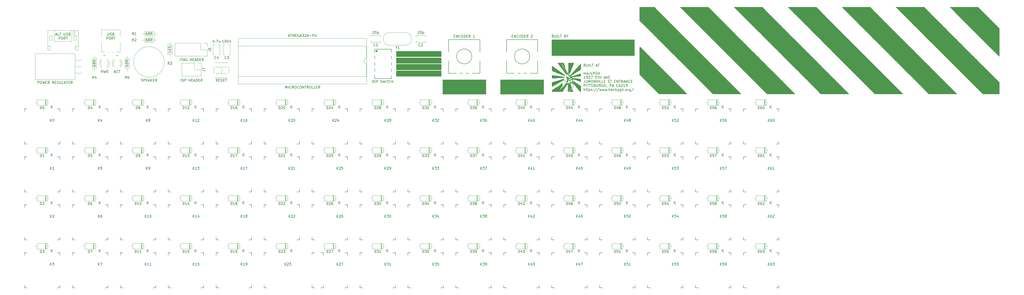
<source format=gbr>
%TF.GenerationSoftware,KiCad,Pcbnew,(6.0.7)*%
%TF.CreationDate,2022-10-07T15:47:32-04:00*%
%TF.ProjectId,planck-thk,706c616e-636b-42d7-9468-6b2e6b696361,rev?*%
%TF.SameCoordinates,Original*%
%TF.FileFunction,Legend,Top*%
%TF.FilePolarity,Positive*%
%FSLAX46Y46*%
G04 Gerber Fmt 4.6, Leading zero omitted, Abs format (unit mm)*
G04 Created by KiCad (PCBNEW (6.0.7)) date 2022-10-07 15:47:32*
%MOMM*%
%LPD*%
G01*
G04 APERTURE LIST*
G04 Aperture macros list*
%AMHorizOval*
0 Thick line with rounded ends*
0 $1 width*
0 $2 $3 position (X,Y) of the first rounded end (center of the circle)*
0 $4 $5 position (X,Y) of the second rounded end (center of the circle)*
0 Add line between two ends*
20,1,$1,$2,$3,$4,$5,0*
0 Add two circle primitives to create the rounded ends*
1,1,$1,$2,$3*
1,1,$1,$4,$5*%
G04 Aperture macros list end*
%ADD10C,0.150000*%
%ADD11C,0.120000*%
%ADD12C,0.100000*%
%ADD13R,1.600000X2.400000*%
%ADD14O,1.600000X2.400000*%
%ADD15C,3.500000*%
%ADD16C,2.000000*%
%ADD17C,1.750000*%
%ADD18O,3.500000X3.500000*%
%ADD19R,1.800000X1.800000*%
%ADD20O,1.800000X1.800000*%
%ADD21C,1.600000*%
%ADD22C,1.400000*%
%ADD23O,1.400000X1.400000*%
%ADD24C,1.500000*%
%ADD25R,1.200000X1.700000*%
%ADD26O,1.200000X1.700000*%
%ADD27HorizOval,1.250000X0.125000X-0.216506X-0.125000X0.216506X0*%
%ADD28O,1.250000X1.750000*%
%ADD29HorizOval,1.250000X0.125000X0.216506X-0.125000X-0.216506X0*%
%ADD30O,1.200000X2.500000*%
%ADD31C,1.800000*%
%ADD32C,1.524000*%
%ADD33R,1.700000X1.700000*%
%ADD34O,1.700000X1.700000*%
%ADD35R,1.600000X1.600000*%
%ADD36O,1.600000X1.600000*%
%ADD37C,1.701800*%
%ADD38C,3.987800*%
%ADD39C,2.286000*%
G04 APERTURE END LIST*
D10*
X251366928Y-49454571D02*
X251509785Y-49502190D01*
X251557404Y-49549809D01*
X251605023Y-49645047D01*
X251605023Y-49787904D01*
X251557404Y-49883142D01*
X251509785Y-49930761D01*
X251414547Y-49978380D01*
X251033595Y-49978380D01*
X251033595Y-48978380D01*
X251366928Y-48978380D01*
X251462166Y-49026000D01*
X251509785Y-49073619D01*
X251557404Y-49168857D01*
X251557404Y-49264095D01*
X251509785Y-49359333D01*
X251462166Y-49406952D01*
X251366928Y-49454571D01*
X251033595Y-49454571D01*
X252033595Y-48978380D02*
X252033595Y-49787904D01*
X252081214Y-49883142D01*
X252128833Y-49930761D01*
X252224071Y-49978380D01*
X252414547Y-49978380D01*
X252509785Y-49930761D01*
X252557404Y-49883142D01*
X252605023Y-49787904D01*
X252605023Y-48978380D01*
X253081214Y-49978380D02*
X253081214Y-48978380D01*
X254033595Y-49978380D02*
X253557404Y-49978380D01*
X253557404Y-48978380D01*
X254224071Y-48978380D02*
X254795500Y-48978380D01*
X254509785Y-49978380D02*
X254509785Y-48978380D01*
X255843119Y-49692666D02*
X256319309Y-49692666D01*
X255747880Y-49978380D02*
X256081214Y-48978380D01*
X256414547Y-49978380D01*
X256605023Y-48978380D02*
X257176452Y-48978380D01*
X256890738Y-49978380D02*
X256890738Y-48978380D01*
X251033595Y-53198380D02*
X251033595Y-52198380D01*
X251033595Y-52674571D02*
X251605023Y-52674571D01*
X251605023Y-53198380D02*
X251605023Y-52198380D01*
X252509785Y-53198380D02*
X252509785Y-52674571D01*
X252462166Y-52579333D01*
X252366928Y-52531714D01*
X252176452Y-52531714D01*
X252081214Y-52579333D01*
X252509785Y-53150761D02*
X252414547Y-53198380D01*
X252176452Y-53198380D01*
X252081214Y-53150761D01*
X252033595Y-53055523D01*
X252033595Y-52960285D01*
X252081214Y-52865047D01*
X252176452Y-52817428D01*
X252414547Y-52817428D01*
X252509785Y-52769809D01*
X253414547Y-53150761D02*
X253319309Y-53198380D01*
X253128833Y-53198380D01*
X253033595Y-53150761D01*
X252985976Y-53103142D01*
X252938357Y-53007904D01*
X252938357Y-52722190D01*
X252985976Y-52626952D01*
X253033595Y-52579333D01*
X253128833Y-52531714D01*
X253319309Y-52531714D01*
X253414547Y-52579333D01*
X253843119Y-53198380D02*
X253843119Y-52198380D01*
X253938357Y-52817428D02*
X254224071Y-53198380D01*
X254224071Y-52531714D02*
X253843119Y-52912666D01*
X254652642Y-53198380D02*
X254652642Y-52198380D01*
X255033595Y-52198380D01*
X255128833Y-52246000D01*
X255176452Y-52293619D01*
X255224071Y-52388857D01*
X255224071Y-52531714D01*
X255176452Y-52626952D01*
X255128833Y-52674571D01*
X255033595Y-52722190D01*
X254652642Y-52722190D01*
X256176452Y-52246000D02*
X256081214Y-52198380D01*
X255938357Y-52198380D01*
X255795500Y-52246000D01*
X255700261Y-52341238D01*
X255652642Y-52436476D01*
X255605023Y-52626952D01*
X255605023Y-52769809D01*
X255652642Y-52960285D01*
X255700261Y-53055523D01*
X255795500Y-53150761D01*
X255938357Y-53198380D01*
X256033595Y-53198380D01*
X256176452Y-53150761D01*
X256224071Y-53103142D01*
X256224071Y-52769809D01*
X256033595Y-52769809D01*
X256652642Y-53198380D02*
X256652642Y-52198380D01*
X256652642Y-52674571D02*
X257224071Y-52674571D01*
X257224071Y-53198380D02*
X257224071Y-52198380D01*
X251557404Y-54808380D02*
X250985976Y-54808380D01*
X251271690Y-54808380D02*
X251271690Y-53808380D01*
X251176452Y-53951238D01*
X251081214Y-54046476D01*
X250985976Y-54094095D01*
X252033595Y-54808380D02*
X252224071Y-54808380D01*
X252319309Y-54760761D01*
X252366928Y-54713142D01*
X252462166Y-54570285D01*
X252509785Y-54379809D01*
X252509785Y-53998857D01*
X252462166Y-53903619D01*
X252414547Y-53856000D01*
X252319309Y-53808380D01*
X252128833Y-53808380D01*
X252033595Y-53856000D01*
X251985976Y-53903619D01*
X251938357Y-53998857D01*
X251938357Y-54236952D01*
X251985976Y-54332190D01*
X252033595Y-54379809D01*
X252128833Y-54427428D01*
X252319309Y-54427428D01*
X252414547Y-54379809D01*
X252462166Y-54332190D01*
X252509785Y-54236952D01*
X252843119Y-53808380D02*
X253462166Y-53808380D01*
X253128833Y-54189333D01*
X253271690Y-54189333D01*
X253366928Y-54236952D01*
X253414547Y-54284571D01*
X253462166Y-54379809D01*
X253462166Y-54617904D01*
X253414547Y-54713142D01*
X253366928Y-54760761D01*
X253271690Y-54808380D01*
X252985976Y-54808380D01*
X252890738Y-54760761D01*
X252843119Y-54713142D01*
X253795500Y-53808380D02*
X254462166Y-53808380D01*
X254033595Y-54808380D01*
X256081214Y-53808380D02*
X255605023Y-53808380D01*
X255557404Y-54284571D01*
X255605023Y-54236952D01*
X255700261Y-54189333D01*
X255938357Y-54189333D01*
X256033595Y-54236952D01*
X256081214Y-54284571D01*
X256128833Y-54379809D01*
X256128833Y-54617904D01*
X256081214Y-54713142D01*
X256033595Y-54760761D01*
X255938357Y-54808380D01*
X255700261Y-54808380D01*
X255605023Y-54760761D01*
X255557404Y-54713142D01*
X256414547Y-53808380D02*
X256985976Y-53808380D01*
X256700261Y-54808380D02*
X256700261Y-53808380D01*
X257319309Y-54808380D02*
X257319309Y-53808380D01*
X257319309Y-54284571D02*
X257890738Y-54284571D01*
X257890738Y-54808380D02*
X257890738Y-53808380D01*
X259081214Y-54522666D02*
X259557404Y-54522666D01*
X258985976Y-54808380D02*
X259319309Y-53808380D01*
X259652642Y-54808380D01*
X259843119Y-53808380D02*
X260176452Y-54808380D01*
X260509785Y-53808380D01*
X260843119Y-54284571D02*
X261176452Y-54284571D01*
X261319309Y-54808380D02*
X260843119Y-54808380D01*
X260843119Y-53808380D01*
X261319309Y-53808380D01*
X251319309Y-55418380D02*
X251319309Y-56132666D01*
X251271690Y-56275523D01*
X251176452Y-56370761D01*
X251033595Y-56418380D01*
X250938357Y-56418380D01*
X251795500Y-55418380D02*
X251795500Y-56227904D01*
X251843119Y-56323142D01*
X251890738Y-56370761D01*
X251985976Y-56418380D01*
X252176452Y-56418380D01*
X252271690Y-56370761D01*
X252319309Y-56323142D01*
X252366928Y-56227904D01*
X252366928Y-55418380D01*
X252843119Y-56418380D02*
X252843119Y-55418380D01*
X253176452Y-56132666D01*
X253509785Y-55418380D01*
X253509785Y-56418380D01*
X254176452Y-55418380D02*
X254366928Y-55418380D01*
X254462166Y-55466000D01*
X254557404Y-55561238D01*
X254605023Y-55751714D01*
X254605023Y-56085047D01*
X254557404Y-56275523D01*
X254462166Y-56370761D01*
X254366928Y-56418380D01*
X254176452Y-56418380D01*
X254081214Y-56370761D01*
X253985976Y-56275523D01*
X253938357Y-56085047D01*
X253938357Y-55751714D01*
X253985976Y-55561238D01*
X254081214Y-55466000D01*
X254176452Y-55418380D01*
X255033595Y-56418380D02*
X255033595Y-55418380D01*
X255605023Y-56418380D01*
X255605023Y-55418380D01*
X255938357Y-55418380D02*
X256271690Y-56418380D01*
X256605023Y-55418380D01*
X256938357Y-56418380D02*
X256938357Y-55418380D01*
X257890738Y-56418380D02*
X257414547Y-56418380D01*
X257414547Y-55418380D01*
X258700261Y-56418380D02*
X258224071Y-56418380D01*
X258224071Y-55418380D01*
X259033595Y-55894571D02*
X259366928Y-55894571D01*
X259509785Y-56418380D02*
X259033595Y-56418380D01*
X259033595Y-55418380D01*
X259509785Y-55418380D01*
X260652642Y-56370761D02*
X260795500Y-56418380D01*
X261033595Y-56418380D01*
X261128833Y-56370761D01*
X261176452Y-56323142D01*
X261224071Y-56227904D01*
X261224071Y-56132666D01*
X261176452Y-56037428D01*
X261128833Y-55989809D01*
X261033595Y-55942190D01*
X260843119Y-55894571D01*
X260747880Y-55846952D01*
X260700261Y-55799333D01*
X260652642Y-55704095D01*
X260652642Y-55608857D01*
X260700261Y-55513619D01*
X260747880Y-55466000D01*
X260843119Y-55418380D01*
X261081214Y-55418380D01*
X261224071Y-55466000D01*
X261509785Y-55418380D02*
X262081214Y-55418380D01*
X261795500Y-56418380D02*
X261795500Y-55418380D01*
X263176452Y-55894571D02*
X263509785Y-55894571D01*
X263652642Y-56418380D02*
X263176452Y-56418380D01*
X263176452Y-55418380D01*
X263652642Y-55418380D01*
X264081214Y-56418380D02*
X264081214Y-55418380D01*
X264652642Y-56418380D01*
X264652642Y-55418380D01*
X264985976Y-55418380D02*
X265557404Y-55418380D01*
X265271690Y-56418380D02*
X265271690Y-55418380D01*
X266462166Y-56418380D02*
X266128833Y-55942190D01*
X265890738Y-56418380D02*
X265890738Y-55418380D01*
X266271690Y-55418380D01*
X266366928Y-55466000D01*
X266414547Y-55513619D01*
X266462166Y-55608857D01*
X266462166Y-55751714D01*
X266414547Y-55846952D01*
X266366928Y-55894571D01*
X266271690Y-55942190D01*
X265890738Y-55942190D01*
X266843119Y-56132666D02*
X267319309Y-56132666D01*
X266747880Y-56418380D02*
X267081214Y-55418380D01*
X267414547Y-56418380D01*
X267747880Y-56418380D02*
X267747880Y-55418380D01*
X268319309Y-56418380D01*
X268319309Y-55418380D01*
X269366928Y-56323142D02*
X269319309Y-56370761D01*
X269176452Y-56418380D01*
X269081214Y-56418380D01*
X268938357Y-56370761D01*
X268843119Y-56275523D01*
X268795500Y-56180285D01*
X268747880Y-55989809D01*
X268747880Y-55846952D01*
X268795500Y-55656476D01*
X268843119Y-55561238D01*
X268938357Y-55466000D01*
X269081214Y-55418380D01*
X269176452Y-55418380D01*
X269319309Y-55466000D01*
X269366928Y-55513619D01*
X269795500Y-55894571D02*
X270128833Y-55894571D01*
X270271690Y-56418380D02*
X269795500Y-56418380D01*
X269795500Y-55418380D01*
X270271690Y-55418380D01*
X251033595Y-58028380D02*
X251033595Y-57028380D01*
X251414547Y-57028380D01*
X251509785Y-57076000D01*
X251557404Y-57123619D01*
X251605023Y-57218857D01*
X251605023Y-57361714D01*
X251557404Y-57456952D01*
X251509785Y-57504571D01*
X251414547Y-57552190D01*
X251033595Y-57552190D01*
X252033595Y-58028380D02*
X252033595Y-57028380D01*
X252366928Y-57028380D02*
X252938357Y-57028380D01*
X252652642Y-58028380D02*
X252652642Y-57028380D01*
X253128833Y-57028380D02*
X253700261Y-57028380D01*
X253414547Y-58028380D02*
X253414547Y-57028380D01*
X253985976Y-57980761D02*
X254128833Y-58028380D01*
X254366928Y-58028380D01*
X254462166Y-57980761D01*
X254509785Y-57933142D01*
X254557404Y-57837904D01*
X254557404Y-57742666D01*
X254509785Y-57647428D01*
X254462166Y-57599809D01*
X254366928Y-57552190D01*
X254176452Y-57504571D01*
X254081214Y-57456952D01*
X254033595Y-57409333D01*
X253985976Y-57314095D01*
X253985976Y-57218857D01*
X254033595Y-57123619D01*
X254081214Y-57076000D01*
X254176452Y-57028380D01*
X254414547Y-57028380D01*
X254557404Y-57076000D01*
X255319309Y-57504571D02*
X255462166Y-57552190D01*
X255509785Y-57599809D01*
X255557404Y-57695047D01*
X255557404Y-57837904D01*
X255509785Y-57933142D01*
X255462166Y-57980761D01*
X255366928Y-58028380D01*
X254985976Y-58028380D01*
X254985976Y-57028380D01*
X255319309Y-57028380D01*
X255414547Y-57076000D01*
X255462166Y-57123619D01*
X255509785Y-57218857D01*
X255509785Y-57314095D01*
X255462166Y-57409333D01*
X255414547Y-57456952D01*
X255319309Y-57504571D01*
X254985976Y-57504571D01*
X255985976Y-57028380D02*
X255985976Y-57837904D01*
X256033595Y-57933142D01*
X256081214Y-57980761D01*
X256176452Y-58028380D01*
X256366928Y-58028380D01*
X256462166Y-57980761D01*
X256509785Y-57933142D01*
X256557404Y-57837904D01*
X256557404Y-57028380D01*
X257605023Y-58028380D02*
X257271690Y-57552190D01*
X257033595Y-58028380D02*
X257033595Y-57028380D01*
X257414547Y-57028380D01*
X257509785Y-57076000D01*
X257557404Y-57123619D01*
X257605023Y-57218857D01*
X257605023Y-57361714D01*
X257557404Y-57456952D01*
X257509785Y-57504571D01*
X257414547Y-57552190D01*
X257033595Y-57552190D01*
X258557404Y-57076000D02*
X258462166Y-57028380D01*
X258319309Y-57028380D01*
X258176452Y-57076000D01*
X258081214Y-57171238D01*
X258033595Y-57266476D01*
X257985976Y-57456952D01*
X257985976Y-57599809D01*
X258033595Y-57790285D01*
X258081214Y-57885523D01*
X258176452Y-57980761D01*
X258319309Y-58028380D01*
X258414547Y-58028380D01*
X258557404Y-57980761D01*
X258605023Y-57933142D01*
X258605023Y-57599809D01*
X258414547Y-57599809D01*
X259033595Y-58028380D02*
X259033595Y-57028380D01*
X259033595Y-57504571D02*
X259605023Y-57504571D01*
X259605023Y-58028380D02*
X259605023Y-57028380D01*
X260128833Y-57980761D02*
X260128833Y-58028380D01*
X260081214Y-58123619D01*
X260033595Y-58171238D01*
X261319309Y-58028380D02*
X261319309Y-57028380D01*
X261700261Y-57028380D01*
X261795500Y-57076000D01*
X261843119Y-57123619D01*
X261890738Y-57218857D01*
X261890738Y-57361714D01*
X261843119Y-57456952D01*
X261795500Y-57504571D01*
X261700261Y-57552190D01*
X261319309Y-57552190D01*
X262271690Y-57742666D02*
X262747880Y-57742666D01*
X262176452Y-58028380D02*
X262509785Y-57028380D01*
X262843119Y-58028380D01*
X264462166Y-58028380D02*
X263890738Y-58028380D01*
X264176452Y-58028380D02*
X264176452Y-57028380D01*
X264081214Y-57171238D01*
X263985976Y-57266476D01*
X263890738Y-57314095D01*
X265366928Y-57028380D02*
X264890738Y-57028380D01*
X264843119Y-57504571D01*
X264890738Y-57456952D01*
X264985976Y-57409333D01*
X265224071Y-57409333D01*
X265319309Y-57456952D01*
X265366928Y-57504571D01*
X265414547Y-57599809D01*
X265414547Y-57837904D01*
X265366928Y-57933142D01*
X265319309Y-57980761D01*
X265224071Y-58028380D01*
X264985976Y-58028380D01*
X264890738Y-57980761D01*
X264843119Y-57933142D01*
X265795500Y-57123619D02*
X265843119Y-57076000D01*
X265938357Y-57028380D01*
X266176452Y-57028380D01*
X266271690Y-57076000D01*
X266319309Y-57123619D01*
X266366928Y-57218857D01*
X266366928Y-57314095D01*
X266319309Y-57456952D01*
X265747880Y-58028380D01*
X266366928Y-58028380D01*
X267319309Y-58028380D02*
X266747880Y-58028380D01*
X267033595Y-58028380D02*
X267033595Y-57028380D01*
X266938357Y-57171238D01*
X266843119Y-57266476D01*
X266747880Y-57314095D01*
X267795500Y-58028380D02*
X267985976Y-58028380D01*
X268081214Y-57980761D01*
X268128833Y-57933142D01*
X268224071Y-57790285D01*
X268271690Y-57599809D01*
X268271690Y-57218857D01*
X268224071Y-57123619D01*
X268176452Y-57076000D01*
X268081214Y-57028380D01*
X267890738Y-57028380D01*
X267795500Y-57076000D01*
X267747880Y-57123619D01*
X267700261Y-57218857D01*
X267700261Y-57456952D01*
X267747880Y-57552190D01*
X267795500Y-57599809D01*
X267890738Y-57647428D01*
X268081214Y-57647428D01*
X268176452Y-57599809D01*
X268224071Y-57552190D01*
X268271690Y-57456952D01*
X251033595Y-59638380D02*
X251033595Y-58638380D01*
X251462166Y-59638380D02*
X251462166Y-59114571D01*
X251414547Y-59019333D01*
X251319309Y-58971714D01*
X251176452Y-58971714D01*
X251081214Y-59019333D01*
X251033595Y-59066952D01*
X251795500Y-58971714D02*
X252176452Y-58971714D01*
X251938357Y-58638380D02*
X251938357Y-59495523D01*
X251985976Y-59590761D01*
X252081214Y-59638380D01*
X252176452Y-59638380D01*
X252366928Y-58971714D02*
X252747880Y-58971714D01*
X252509785Y-58638380D02*
X252509785Y-59495523D01*
X252557404Y-59590761D01*
X252652642Y-59638380D01*
X252747880Y-59638380D01*
X253081214Y-58971714D02*
X253081214Y-59971714D01*
X253081214Y-59019333D02*
X253176452Y-58971714D01*
X253366928Y-58971714D01*
X253462166Y-59019333D01*
X253509785Y-59066952D01*
X253557404Y-59162190D01*
X253557404Y-59447904D01*
X253509785Y-59543142D01*
X253462166Y-59590761D01*
X253366928Y-59638380D01*
X253176452Y-59638380D01*
X253081214Y-59590761D01*
X253938357Y-59590761D02*
X254033595Y-59638380D01*
X254224071Y-59638380D01*
X254319309Y-59590761D01*
X254366928Y-59495523D01*
X254366928Y-59447904D01*
X254319309Y-59352666D01*
X254224071Y-59305047D01*
X254081214Y-59305047D01*
X253985976Y-59257428D01*
X253938357Y-59162190D01*
X253938357Y-59114571D01*
X253985976Y-59019333D01*
X254081214Y-58971714D01*
X254224071Y-58971714D01*
X254319309Y-59019333D01*
X254795500Y-59543142D02*
X254843119Y-59590761D01*
X254795500Y-59638380D01*
X254747880Y-59590761D01*
X254795500Y-59543142D01*
X254795500Y-59638380D01*
X254795500Y-59019333D02*
X254843119Y-59066952D01*
X254795500Y-59114571D01*
X254747880Y-59066952D01*
X254795500Y-59019333D01*
X254795500Y-59114571D01*
X255985976Y-58590761D02*
X255128833Y-59876476D01*
X257033595Y-58590761D02*
X256176452Y-59876476D01*
X257271690Y-58971714D02*
X257462166Y-59638380D01*
X257652642Y-59162190D01*
X257843119Y-59638380D01*
X258033595Y-58971714D01*
X258319309Y-58971714D02*
X258509785Y-59638380D01*
X258700261Y-59162190D01*
X258890738Y-59638380D01*
X259081214Y-58971714D01*
X259366928Y-58971714D02*
X259557404Y-59638380D01*
X259747880Y-59162190D01*
X259938357Y-59638380D01*
X260128833Y-58971714D01*
X260509785Y-59543142D02*
X260557404Y-59590761D01*
X260509785Y-59638380D01*
X260462166Y-59590761D01*
X260509785Y-59543142D01*
X260509785Y-59638380D01*
X260985976Y-59638380D02*
X260985976Y-58638380D01*
X261414547Y-59638380D02*
X261414547Y-59114571D01*
X261366928Y-59019333D01*
X261271690Y-58971714D01*
X261128833Y-58971714D01*
X261033595Y-59019333D01*
X260985976Y-59066952D01*
X262319309Y-59638380D02*
X262319309Y-59114571D01*
X262271690Y-59019333D01*
X262176452Y-58971714D01*
X261985976Y-58971714D01*
X261890738Y-59019333D01*
X262319309Y-59590761D02*
X262224071Y-59638380D01*
X261985976Y-59638380D01*
X261890738Y-59590761D01*
X261843119Y-59495523D01*
X261843119Y-59400285D01*
X261890738Y-59305047D01*
X261985976Y-59257428D01*
X262224071Y-59257428D01*
X262319309Y-59209809D01*
X263224071Y-59590761D02*
X263128833Y-59638380D01*
X262938357Y-59638380D01*
X262843119Y-59590761D01*
X262795500Y-59543142D01*
X262747880Y-59447904D01*
X262747880Y-59162190D01*
X262795500Y-59066952D01*
X262843119Y-59019333D01*
X262938357Y-58971714D01*
X263128833Y-58971714D01*
X263224071Y-59019333D01*
X263652642Y-59638380D02*
X263652642Y-58638380D01*
X263747880Y-59257428D02*
X264033595Y-59638380D01*
X264033595Y-58971714D02*
X263652642Y-59352666D01*
X264462166Y-58971714D02*
X264462166Y-59971714D01*
X264462166Y-59019333D02*
X264557404Y-58971714D01*
X264747880Y-58971714D01*
X264843119Y-59019333D01*
X264890738Y-59066952D01*
X264938357Y-59162190D01*
X264938357Y-59447904D01*
X264890738Y-59543142D01*
X264843119Y-59590761D01*
X264747880Y-59638380D01*
X264557404Y-59638380D01*
X264462166Y-59590761D01*
X265795500Y-58971714D02*
X265795500Y-59781238D01*
X265747880Y-59876476D01*
X265700261Y-59924095D01*
X265605023Y-59971714D01*
X265462166Y-59971714D01*
X265366928Y-59924095D01*
X265795500Y-59590761D02*
X265700261Y-59638380D01*
X265509785Y-59638380D01*
X265414547Y-59590761D01*
X265366928Y-59543142D01*
X265319309Y-59447904D01*
X265319309Y-59162190D01*
X265366928Y-59066952D01*
X265414547Y-59019333D01*
X265509785Y-58971714D01*
X265700261Y-58971714D01*
X265795500Y-59019333D01*
X266271690Y-59638380D02*
X266271690Y-58638380D01*
X266700261Y-59638380D02*
X266700261Y-59114571D01*
X266652642Y-59019333D01*
X266557404Y-58971714D01*
X266414547Y-58971714D01*
X266319309Y-59019333D01*
X266271690Y-59066952D01*
X267176452Y-59543142D02*
X267224071Y-59590761D01*
X267176452Y-59638380D01*
X267128833Y-59590761D01*
X267176452Y-59543142D01*
X267176452Y-59638380D01*
X267795500Y-59638380D02*
X267700261Y-59590761D01*
X267652642Y-59543142D01*
X267605023Y-59447904D01*
X267605023Y-59162190D01*
X267652642Y-59066952D01*
X267700261Y-59019333D01*
X267795500Y-58971714D01*
X267938357Y-58971714D01*
X268033595Y-59019333D01*
X268081214Y-59066952D01*
X268128833Y-59162190D01*
X268128833Y-59447904D01*
X268081214Y-59543142D01*
X268033595Y-59590761D01*
X267938357Y-59638380D01*
X267795500Y-59638380D01*
X268557404Y-59638380D02*
X268557404Y-58971714D01*
X268557404Y-59162190D02*
X268605023Y-59066952D01*
X268652642Y-59019333D01*
X268747880Y-58971714D01*
X268843119Y-58971714D01*
X269605023Y-58971714D02*
X269605023Y-59781238D01*
X269557404Y-59876476D01*
X269509785Y-59924095D01*
X269414547Y-59971714D01*
X269271690Y-59971714D01*
X269176452Y-59924095D01*
X269605023Y-59590761D02*
X269509785Y-59638380D01*
X269319309Y-59638380D01*
X269224071Y-59590761D01*
X269176452Y-59543142D01*
X269128833Y-59447904D01*
X269128833Y-59162190D01*
X269176452Y-59066952D01*
X269224071Y-59019333D01*
X269319309Y-58971714D01*
X269509785Y-58971714D01*
X269605023Y-59019333D01*
X270795500Y-58590761D02*
X269938357Y-59876476D01*
X90860714Y-55952380D02*
X90860714Y-54952380D01*
X91289285Y-55904761D02*
X91432142Y-55952380D01*
X91670238Y-55952380D01*
X91765476Y-55904761D01*
X91813095Y-55857142D01*
X91860714Y-55761904D01*
X91860714Y-55666666D01*
X91813095Y-55571428D01*
X91765476Y-55523809D01*
X91670238Y-55476190D01*
X91479761Y-55428571D01*
X91384523Y-55380952D01*
X91336904Y-55333333D01*
X91289285Y-55238095D01*
X91289285Y-55142857D01*
X91336904Y-55047619D01*
X91384523Y-55000000D01*
X91479761Y-54952380D01*
X91717857Y-54952380D01*
X91860714Y-55000000D01*
X92289285Y-55952380D02*
X92289285Y-54952380D01*
X92670238Y-54952380D01*
X92765476Y-55000000D01*
X92813095Y-55047619D01*
X92860714Y-55142857D01*
X92860714Y-55285714D01*
X92813095Y-55380952D01*
X92765476Y-55428571D01*
X92670238Y-55476190D01*
X92289285Y-55476190D01*
X94051190Y-55952380D02*
X94051190Y-54952380D01*
X94051190Y-55428571D02*
X94622619Y-55428571D01*
X94622619Y-55952380D02*
X94622619Y-54952380D01*
X95098809Y-55428571D02*
X95432142Y-55428571D01*
X95575000Y-55952380D02*
X95098809Y-55952380D01*
X95098809Y-54952380D01*
X95575000Y-54952380D01*
X95955952Y-55666666D02*
X96432142Y-55666666D01*
X95860714Y-55952380D02*
X96194047Y-54952380D01*
X96527380Y-55952380D01*
X96860714Y-55952380D02*
X96860714Y-54952380D01*
X97098809Y-54952380D01*
X97241666Y-55000000D01*
X97336904Y-55095238D01*
X97384523Y-55190476D01*
X97432142Y-55380952D01*
X97432142Y-55523809D01*
X97384523Y-55714285D01*
X97336904Y-55809523D01*
X97241666Y-55904761D01*
X97098809Y-55952380D01*
X96860714Y-55952380D01*
X97860714Y-55428571D02*
X98194047Y-55428571D01*
X98336904Y-55952380D02*
X97860714Y-55952380D01*
X97860714Y-54952380D01*
X98336904Y-54952380D01*
X99336904Y-55952380D02*
X99003571Y-55476190D01*
X98765476Y-55952380D02*
X98765476Y-54952380D01*
X99146428Y-54952380D01*
X99241666Y-55000000D01*
X99289285Y-55047619D01*
X99336904Y-55142857D01*
X99336904Y-55285714D01*
X99289285Y-55380952D01*
X99241666Y-55428571D01*
X99146428Y-55476190D01*
X98765476Y-55476190D01*
X105422619Y-55952380D02*
X105089285Y-55476190D01*
X104851190Y-55952380D02*
X104851190Y-54952380D01*
X105232142Y-54952380D01*
X105327380Y-55000000D01*
X105375000Y-55047619D01*
X105422619Y-55142857D01*
X105422619Y-55285714D01*
X105375000Y-55380952D01*
X105327380Y-55428571D01*
X105232142Y-55476190D01*
X104851190Y-55476190D01*
X105851190Y-55428571D02*
X106184523Y-55428571D01*
X106327380Y-55952380D02*
X105851190Y-55952380D01*
X105851190Y-54952380D01*
X106327380Y-54952380D01*
X106708333Y-55904761D02*
X106851190Y-55952380D01*
X107089285Y-55952380D01*
X107184523Y-55904761D01*
X107232142Y-55857142D01*
X107279761Y-55761904D01*
X107279761Y-55666666D01*
X107232142Y-55571428D01*
X107184523Y-55523809D01*
X107089285Y-55476190D01*
X106898809Y-55428571D01*
X106803571Y-55380952D01*
X106755952Y-55333333D01*
X106708333Y-55238095D01*
X106708333Y-55142857D01*
X106755952Y-55047619D01*
X106803571Y-55000000D01*
X106898809Y-54952380D01*
X107136904Y-54952380D01*
X107279761Y-55000000D01*
X107708333Y-55428571D02*
X108041666Y-55428571D01*
X108184523Y-55952380D02*
X107708333Y-55952380D01*
X107708333Y-54952380D01*
X108184523Y-54952380D01*
X108470238Y-54952380D02*
X109041666Y-54952380D01*
X108755952Y-55952380D02*
X108755952Y-54952380D01*
X75055952Y-55904761D02*
X75198809Y-55952380D01*
X75436904Y-55952380D01*
X75532142Y-55904761D01*
X75579761Y-55857142D01*
X75627380Y-55761904D01*
X75627380Y-55666666D01*
X75579761Y-55571428D01*
X75532142Y-55523809D01*
X75436904Y-55476190D01*
X75246428Y-55428571D01*
X75151190Y-55380952D01*
X75103571Y-55333333D01*
X75055952Y-55238095D01*
X75055952Y-55142857D01*
X75103571Y-55047619D01*
X75151190Y-55000000D01*
X75246428Y-54952380D01*
X75484523Y-54952380D01*
X75627380Y-55000000D01*
X76055952Y-55952380D02*
X76055952Y-54952380D01*
X76436904Y-54952380D01*
X76532142Y-55000000D01*
X76579761Y-55047619D01*
X76627380Y-55142857D01*
X76627380Y-55285714D01*
X76579761Y-55380952D01*
X76532142Y-55428571D01*
X76436904Y-55476190D01*
X76055952Y-55476190D01*
X77055952Y-55428571D02*
X77389285Y-55428571D01*
X77532142Y-55952380D02*
X77055952Y-55952380D01*
X77055952Y-54952380D01*
X77532142Y-54952380D01*
X77913095Y-55666666D02*
X78389285Y-55666666D01*
X77817857Y-55952380D02*
X78151190Y-54952380D01*
X78484523Y-55952380D01*
X78817857Y-55952380D02*
X78817857Y-54952380D01*
X79389285Y-55952380D02*
X78960714Y-55380952D01*
X79389285Y-54952380D02*
X78817857Y-55523809D01*
X79817857Y-55428571D02*
X80151190Y-55428571D01*
X80294047Y-55952380D02*
X79817857Y-55952380D01*
X79817857Y-54952380D01*
X80294047Y-54952380D01*
X81294047Y-55952380D02*
X80960714Y-55476190D01*
X80722619Y-55952380D02*
X80722619Y-54952380D01*
X81103571Y-54952380D01*
X81198809Y-55000000D01*
X81246428Y-55047619D01*
X81294047Y-55142857D01*
X81294047Y-55285714D01*
X81246428Y-55380952D01*
X81198809Y-55428571D01*
X81103571Y-55476190D01*
X80722619Y-55476190D01*
X59141666Y-52552380D02*
X59141666Y-51552380D01*
X59522619Y-51552380D01*
X59617857Y-51600000D01*
X59665476Y-51647619D01*
X59713095Y-51742857D01*
X59713095Y-51885714D01*
X59665476Y-51980952D01*
X59617857Y-52028571D01*
X59522619Y-52076190D01*
X59141666Y-52076190D01*
X60046428Y-51552380D02*
X60284523Y-52552380D01*
X60475000Y-51838095D01*
X60665476Y-52552380D01*
X60903571Y-51552380D01*
X61855952Y-52552380D02*
X61522619Y-52076190D01*
X61284523Y-52552380D02*
X61284523Y-51552380D01*
X61665476Y-51552380D01*
X61760714Y-51600000D01*
X61808333Y-51647619D01*
X61855952Y-51742857D01*
X61855952Y-51885714D01*
X61808333Y-51980952D01*
X61760714Y-52028571D01*
X61665476Y-52076190D01*
X61284523Y-52076190D01*
X64355952Y-52266666D02*
X64832142Y-52266666D01*
X64260714Y-52552380D02*
X64594047Y-51552380D01*
X64927380Y-52552380D01*
X65832142Y-52457142D02*
X65784523Y-52504761D01*
X65641666Y-52552380D01*
X65546428Y-52552380D01*
X65403571Y-52504761D01*
X65308333Y-52409523D01*
X65260714Y-52314285D01*
X65213095Y-52123809D01*
X65213095Y-51980952D01*
X65260714Y-51790476D01*
X65308333Y-51695238D01*
X65403571Y-51600000D01*
X65546428Y-51552380D01*
X65641666Y-51552380D01*
X65784523Y-51600000D01*
X65832142Y-51647619D01*
X66117857Y-51552380D02*
X66689285Y-51552380D01*
X66403571Y-52552380D02*
X66403571Y-51552380D01*
X60094047Y-45671428D02*
X60855952Y-45671428D01*
X65094047Y-45671428D02*
X65855952Y-45671428D01*
X33920238Y-56852380D02*
X33920238Y-55852380D01*
X34301190Y-55852380D01*
X34396428Y-55900000D01*
X34444047Y-55947619D01*
X34491666Y-56042857D01*
X34491666Y-56185714D01*
X34444047Y-56280952D01*
X34396428Y-56328571D01*
X34301190Y-56376190D01*
X33920238Y-56376190D01*
X35110714Y-55852380D02*
X35301190Y-55852380D01*
X35396428Y-55900000D01*
X35491666Y-55995238D01*
X35539285Y-56185714D01*
X35539285Y-56519047D01*
X35491666Y-56709523D01*
X35396428Y-56804761D01*
X35301190Y-56852380D01*
X35110714Y-56852380D01*
X35015476Y-56804761D01*
X34920238Y-56709523D01*
X34872619Y-56519047D01*
X34872619Y-56185714D01*
X34920238Y-55995238D01*
X35015476Y-55900000D01*
X35110714Y-55852380D01*
X35872619Y-55852380D02*
X36110714Y-56852380D01*
X36301190Y-56138095D01*
X36491666Y-56852380D01*
X36729761Y-55852380D01*
X37110714Y-56328571D02*
X37444047Y-56328571D01*
X37586904Y-56852380D02*
X37110714Y-56852380D01*
X37110714Y-55852380D01*
X37586904Y-55852380D01*
X38586904Y-56852380D02*
X38253571Y-56376190D01*
X38015476Y-56852380D02*
X38015476Y-55852380D01*
X38396428Y-55852380D01*
X38491666Y-55900000D01*
X38539285Y-55947619D01*
X38586904Y-56042857D01*
X38586904Y-56185714D01*
X38539285Y-56280952D01*
X38491666Y-56328571D01*
X38396428Y-56376190D01*
X38015476Y-56376190D01*
X40348809Y-56852380D02*
X40015476Y-56376190D01*
X39777380Y-56852380D02*
X39777380Y-55852380D01*
X40158333Y-55852380D01*
X40253571Y-55900000D01*
X40301190Y-55947619D01*
X40348809Y-56042857D01*
X40348809Y-56185714D01*
X40301190Y-56280952D01*
X40253571Y-56328571D01*
X40158333Y-56376190D01*
X39777380Y-56376190D01*
X40777380Y-56328571D02*
X41110714Y-56328571D01*
X41253571Y-56852380D02*
X40777380Y-56852380D01*
X40777380Y-55852380D01*
X41253571Y-55852380D01*
X42205952Y-55900000D02*
X42110714Y-55852380D01*
X41967857Y-55852380D01*
X41825000Y-55900000D01*
X41729761Y-55995238D01*
X41682142Y-56090476D01*
X41634523Y-56280952D01*
X41634523Y-56423809D01*
X41682142Y-56614285D01*
X41729761Y-56709523D01*
X41825000Y-56804761D01*
X41967857Y-56852380D01*
X42063095Y-56852380D01*
X42205952Y-56804761D01*
X42253571Y-56757142D01*
X42253571Y-56423809D01*
X42063095Y-56423809D01*
X42682142Y-55852380D02*
X42682142Y-56661904D01*
X42729761Y-56757142D01*
X42777380Y-56804761D01*
X42872619Y-56852380D01*
X43063095Y-56852380D01*
X43158333Y-56804761D01*
X43205952Y-56757142D01*
X43253571Y-56661904D01*
X43253571Y-55852380D01*
X44205952Y-56852380D02*
X43729761Y-56852380D01*
X43729761Y-55852380D01*
X44491666Y-56566666D02*
X44967857Y-56566666D01*
X44396428Y-56852380D02*
X44729761Y-55852380D01*
X45063095Y-56852380D01*
X45253571Y-55852380D02*
X45825000Y-55852380D01*
X45539285Y-56852380D02*
X45539285Y-55852380D01*
X46348809Y-55852380D02*
X46539285Y-55852380D01*
X46634523Y-55900000D01*
X46729761Y-55995238D01*
X46777380Y-56185714D01*
X46777380Y-56519047D01*
X46729761Y-56709523D01*
X46634523Y-56804761D01*
X46539285Y-56852380D01*
X46348809Y-56852380D01*
X46253571Y-56804761D01*
X46158333Y-56709523D01*
X46110714Y-56519047D01*
X46110714Y-56185714D01*
X46158333Y-55995238D01*
X46253571Y-55900000D01*
X46348809Y-55852380D01*
X47777380Y-56852380D02*
X47444047Y-56376190D01*
X47205952Y-56852380D02*
X47205952Y-55852380D01*
X47586904Y-55852380D01*
X47682142Y-55900000D01*
X47729761Y-55947619D01*
X47777380Y-56042857D01*
X47777380Y-56185714D01*
X47729761Y-56280952D01*
X47682142Y-56328571D01*
X47586904Y-56376190D01*
X47205952Y-56376190D01*
X132415476Y-58702380D02*
X132415476Y-57702380D01*
X132748809Y-58416666D01*
X133082142Y-57702380D01*
X133082142Y-58702380D01*
X133558333Y-58702380D02*
X133558333Y-57702380D01*
X134605952Y-58607142D02*
X134558333Y-58654761D01*
X134415476Y-58702380D01*
X134320238Y-58702380D01*
X134177380Y-58654761D01*
X134082142Y-58559523D01*
X134034523Y-58464285D01*
X133986904Y-58273809D01*
X133986904Y-58130952D01*
X134034523Y-57940476D01*
X134082142Y-57845238D01*
X134177380Y-57750000D01*
X134320238Y-57702380D01*
X134415476Y-57702380D01*
X134558333Y-57750000D01*
X134605952Y-57797619D01*
X135605952Y-58702380D02*
X135272619Y-58226190D01*
X135034523Y-58702380D02*
X135034523Y-57702380D01*
X135415476Y-57702380D01*
X135510714Y-57750000D01*
X135558333Y-57797619D01*
X135605952Y-57892857D01*
X135605952Y-58035714D01*
X135558333Y-58130952D01*
X135510714Y-58178571D01*
X135415476Y-58226190D01*
X135034523Y-58226190D01*
X136225000Y-57702380D02*
X136415476Y-57702380D01*
X136510714Y-57750000D01*
X136605952Y-57845238D01*
X136653571Y-58035714D01*
X136653571Y-58369047D01*
X136605952Y-58559523D01*
X136510714Y-58654761D01*
X136415476Y-58702380D01*
X136225000Y-58702380D01*
X136129761Y-58654761D01*
X136034523Y-58559523D01*
X135986904Y-58369047D01*
X135986904Y-58035714D01*
X136034523Y-57845238D01*
X136129761Y-57750000D01*
X136225000Y-57702380D01*
X137653571Y-58607142D02*
X137605952Y-58654761D01*
X137463095Y-58702380D01*
X137367857Y-58702380D01*
X137225000Y-58654761D01*
X137129761Y-58559523D01*
X137082142Y-58464285D01*
X137034523Y-58273809D01*
X137034523Y-58130952D01*
X137082142Y-57940476D01*
X137129761Y-57845238D01*
X137225000Y-57750000D01*
X137367857Y-57702380D01*
X137463095Y-57702380D01*
X137605952Y-57750000D01*
X137653571Y-57797619D01*
X138272619Y-57702380D02*
X138463095Y-57702380D01*
X138558333Y-57750000D01*
X138653571Y-57845238D01*
X138701190Y-58035714D01*
X138701190Y-58369047D01*
X138653571Y-58559523D01*
X138558333Y-58654761D01*
X138463095Y-58702380D01*
X138272619Y-58702380D01*
X138177380Y-58654761D01*
X138082142Y-58559523D01*
X138034523Y-58369047D01*
X138034523Y-58035714D01*
X138082142Y-57845238D01*
X138177380Y-57750000D01*
X138272619Y-57702380D01*
X139129761Y-58702380D02*
X139129761Y-57702380D01*
X139701190Y-58702380D01*
X139701190Y-57702380D01*
X140034523Y-57702380D02*
X140605952Y-57702380D01*
X140320238Y-58702380D02*
X140320238Y-57702380D01*
X141510714Y-58702380D02*
X141177380Y-58226190D01*
X140939285Y-58702380D02*
X140939285Y-57702380D01*
X141320238Y-57702380D01*
X141415476Y-57750000D01*
X141463095Y-57797619D01*
X141510714Y-57892857D01*
X141510714Y-58035714D01*
X141463095Y-58130952D01*
X141415476Y-58178571D01*
X141320238Y-58226190D01*
X140939285Y-58226190D01*
X142129761Y-57702380D02*
X142320238Y-57702380D01*
X142415476Y-57750000D01*
X142510714Y-57845238D01*
X142558333Y-58035714D01*
X142558333Y-58369047D01*
X142510714Y-58559523D01*
X142415476Y-58654761D01*
X142320238Y-58702380D01*
X142129761Y-58702380D01*
X142034523Y-58654761D01*
X141939285Y-58559523D01*
X141891666Y-58369047D01*
X141891666Y-58035714D01*
X141939285Y-57845238D01*
X142034523Y-57750000D01*
X142129761Y-57702380D01*
X143463095Y-58702380D02*
X142986904Y-58702380D01*
X142986904Y-57702380D01*
X144272619Y-58702380D02*
X143796428Y-58702380D01*
X143796428Y-57702380D01*
X144605952Y-58178571D02*
X144939285Y-58178571D01*
X145082142Y-58702380D02*
X144605952Y-58702380D01*
X144605952Y-57702380D01*
X145082142Y-57702380D01*
X146082142Y-58702380D02*
X145748809Y-58226190D01*
X145510714Y-58702380D02*
X145510714Y-57702380D01*
X145891666Y-57702380D01*
X145986904Y-57750000D01*
X146034523Y-57797619D01*
X146082142Y-57892857D01*
X146082142Y-58035714D01*
X146034523Y-58130952D01*
X145986904Y-58178571D01*
X145891666Y-58226190D01*
X145510714Y-58226190D01*
X167053571Y-56452380D02*
X167053571Y-55452380D01*
X167291666Y-55452380D01*
X167434523Y-55500000D01*
X167529761Y-55595238D01*
X167577380Y-55690476D01*
X167625000Y-55880952D01*
X167625000Y-56023809D01*
X167577380Y-56214285D01*
X167529761Y-56309523D01*
X167434523Y-56404761D01*
X167291666Y-56452380D01*
X167053571Y-56452380D01*
X168053571Y-56452380D02*
X168053571Y-55452380D01*
X168529761Y-56452380D02*
X168529761Y-55452380D01*
X168910714Y-55452380D01*
X169005952Y-55500000D01*
X169053571Y-55547619D01*
X169101190Y-55642857D01*
X169101190Y-55785714D01*
X169053571Y-55880952D01*
X169005952Y-55928571D01*
X168910714Y-55976190D01*
X168529761Y-55976190D01*
X170244047Y-56404761D02*
X170386904Y-56452380D01*
X170625000Y-56452380D01*
X170720238Y-56404761D01*
X170767857Y-56357142D01*
X170815476Y-56261904D01*
X170815476Y-56166666D01*
X170767857Y-56071428D01*
X170720238Y-56023809D01*
X170625000Y-55976190D01*
X170434523Y-55928571D01*
X170339285Y-55880952D01*
X170291666Y-55833333D01*
X170244047Y-55738095D01*
X170244047Y-55642857D01*
X170291666Y-55547619D01*
X170339285Y-55500000D01*
X170434523Y-55452380D01*
X170672619Y-55452380D01*
X170815476Y-55500000D01*
X171148809Y-55452380D02*
X171386904Y-56452380D01*
X171577380Y-55738095D01*
X171767857Y-56452380D01*
X172005952Y-55452380D01*
X172386904Y-56452380D02*
X172386904Y-55452380D01*
X172720238Y-55452380D02*
X173291666Y-55452380D01*
X173005952Y-56452380D02*
X173005952Y-55452380D01*
X174196428Y-56357142D02*
X174148809Y-56404761D01*
X174005952Y-56452380D01*
X173910714Y-56452380D01*
X173767857Y-56404761D01*
X173672619Y-56309523D01*
X173625000Y-56214285D01*
X173577380Y-56023809D01*
X173577380Y-55880952D01*
X173625000Y-55690476D01*
X173672619Y-55595238D01*
X173767857Y-55500000D01*
X173910714Y-55452380D01*
X174005952Y-55452380D01*
X174148809Y-55500000D01*
X174196428Y-55547619D01*
X174625000Y-56452380D02*
X174625000Y-55452380D01*
X174625000Y-55928571D02*
X175196428Y-55928571D01*
X175196428Y-56452380D02*
X175196428Y-55452380D01*
X199403571Y-37928571D02*
X199736904Y-37928571D01*
X199879761Y-38452380D02*
X199403571Y-38452380D01*
X199403571Y-37452380D01*
X199879761Y-37452380D01*
X200308333Y-38452380D02*
X200308333Y-37452380D01*
X200879761Y-38452380D01*
X200879761Y-37452380D01*
X201927380Y-38357142D02*
X201879761Y-38404761D01*
X201736904Y-38452380D01*
X201641666Y-38452380D01*
X201498809Y-38404761D01*
X201403571Y-38309523D01*
X201355952Y-38214285D01*
X201308333Y-38023809D01*
X201308333Y-37880952D01*
X201355952Y-37690476D01*
X201403571Y-37595238D01*
X201498809Y-37500000D01*
X201641666Y-37452380D01*
X201736904Y-37452380D01*
X201879761Y-37500000D01*
X201927380Y-37547619D01*
X202546428Y-37452380D02*
X202736904Y-37452380D01*
X202832142Y-37500000D01*
X202927380Y-37595238D01*
X202975000Y-37785714D01*
X202975000Y-38119047D01*
X202927380Y-38309523D01*
X202832142Y-38404761D01*
X202736904Y-38452380D01*
X202546428Y-38452380D01*
X202451190Y-38404761D01*
X202355952Y-38309523D01*
X202308333Y-38119047D01*
X202308333Y-37785714D01*
X202355952Y-37595238D01*
X202451190Y-37500000D01*
X202546428Y-37452380D01*
X203403571Y-38452380D02*
X203403571Y-37452380D01*
X203641666Y-37452380D01*
X203784523Y-37500000D01*
X203879761Y-37595238D01*
X203927380Y-37690476D01*
X203975000Y-37880952D01*
X203975000Y-38023809D01*
X203927380Y-38214285D01*
X203879761Y-38309523D01*
X203784523Y-38404761D01*
X203641666Y-38452380D01*
X203403571Y-38452380D01*
X204403571Y-37928571D02*
X204736904Y-37928571D01*
X204879761Y-38452380D02*
X204403571Y-38452380D01*
X204403571Y-37452380D01*
X204879761Y-37452380D01*
X205879761Y-38452380D02*
X205546428Y-37976190D01*
X205308333Y-38452380D02*
X205308333Y-37452380D01*
X205689285Y-37452380D01*
X205784523Y-37500000D01*
X205832142Y-37547619D01*
X205879761Y-37642857D01*
X205879761Y-37785714D01*
X205832142Y-37880952D01*
X205784523Y-37928571D01*
X205689285Y-37976190D01*
X205308333Y-37976190D01*
X207594047Y-38452380D02*
X207022619Y-38452380D01*
X207308333Y-38452380D02*
X207308333Y-37452380D01*
X207213095Y-37595238D01*
X207117857Y-37690476D01*
X207022619Y-37738095D01*
X222403571Y-37928571D02*
X222736904Y-37928571D01*
X222879761Y-38452380D02*
X222403571Y-38452380D01*
X222403571Y-37452380D01*
X222879761Y-37452380D01*
X223308333Y-38452380D02*
X223308333Y-37452380D01*
X223879761Y-38452380D01*
X223879761Y-37452380D01*
X224927380Y-38357142D02*
X224879761Y-38404761D01*
X224736904Y-38452380D01*
X224641666Y-38452380D01*
X224498809Y-38404761D01*
X224403571Y-38309523D01*
X224355952Y-38214285D01*
X224308333Y-38023809D01*
X224308333Y-37880952D01*
X224355952Y-37690476D01*
X224403571Y-37595238D01*
X224498809Y-37500000D01*
X224641666Y-37452380D01*
X224736904Y-37452380D01*
X224879761Y-37500000D01*
X224927380Y-37547619D01*
X225546428Y-37452380D02*
X225736904Y-37452380D01*
X225832142Y-37500000D01*
X225927380Y-37595238D01*
X225975000Y-37785714D01*
X225975000Y-38119047D01*
X225927380Y-38309523D01*
X225832142Y-38404761D01*
X225736904Y-38452380D01*
X225546428Y-38452380D01*
X225451190Y-38404761D01*
X225355952Y-38309523D01*
X225308333Y-38119047D01*
X225308333Y-37785714D01*
X225355952Y-37595238D01*
X225451190Y-37500000D01*
X225546428Y-37452380D01*
X226403571Y-38452380D02*
X226403571Y-37452380D01*
X226641666Y-37452380D01*
X226784523Y-37500000D01*
X226879761Y-37595238D01*
X226927380Y-37690476D01*
X226975000Y-37880952D01*
X226975000Y-38023809D01*
X226927380Y-38214285D01*
X226879761Y-38309523D01*
X226784523Y-38404761D01*
X226641666Y-38452380D01*
X226403571Y-38452380D01*
X227403571Y-37928571D02*
X227736904Y-37928571D01*
X227879761Y-38452380D02*
X227403571Y-38452380D01*
X227403571Y-37452380D01*
X227879761Y-37452380D01*
X228879761Y-38452380D02*
X228546428Y-37976190D01*
X228308333Y-38452380D02*
X228308333Y-37452380D01*
X228689285Y-37452380D01*
X228784523Y-37500000D01*
X228832142Y-37547619D01*
X228879761Y-37642857D01*
X228879761Y-37785714D01*
X228832142Y-37880952D01*
X228784523Y-37928571D01*
X228689285Y-37976190D01*
X228308333Y-37976190D01*
X230022619Y-37547619D02*
X230070238Y-37500000D01*
X230165476Y-37452380D01*
X230403571Y-37452380D01*
X230498809Y-37500000D01*
X230546428Y-37547619D01*
X230594047Y-37642857D01*
X230594047Y-37738095D01*
X230546428Y-37880952D01*
X229975000Y-38452380D01*
X230594047Y-38452380D01*
X238756428Y-37878571D02*
X238899285Y-37926190D01*
X238946904Y-37973809D01*
X238994523Y-38069047D01*
X238994523Y-38211904D01*
X238946904Y-38307142D01*
X238899285Y-38354761D01*
X238804047Y-38402380D01*
X238423095Y-38402380D01*
X238423095Y-37402380D01*
X238756428Y-37402380D01*
X238851666Y-37450000D01*
X238899285Y-37497619D01*
X238946904Y-37592857D01*
X238946904Y-37688095D01*
X238899285Y-37783333D01*
X238851666Y-37830952D01*
X238756428Y-37878571D01*
X238423095Y-37878571D01*
X239423095Y-37402380D02*
X239423095Y-38211904D01*
X239470714Y-38307142D01*
X239518333Y-38354761D01*
X239613571Y-38402380D01*
X239804047Y-38402380D01*
X239899285Y-38354761D01*
X239946904Y-38307142D01*
X239994523Y-38211904D01*
X239994523Y-37402380D01*
X240470714Y-38402380D02*
X240470714Y-37402380D01*
X241423095Y-38402380D02*
X240946904Y-38402380D01*
X240946904Y-37402380D01*
X241613571Y-37402380D02*
X242185000Y-37402380D01*
X241899285Y-38402380D02*
X241899285Y-37402380D01*
X243613571Y-37878571D02*
X243756428Y-37926190D01*
X243804047Y-37973809D01*
X243851666Y-38069047D01*
X243851666Y-38211904D01*
X243804047Y-38307142D01*
X243756428Y-38354761D01*
X243661190Y-38402380D01*
X243280238Y-38402380D01*
X243280238Y-37402380D01*
X243613571Y-37402380D01*
X243708809Y-37450000D01*
X243756428Y-37497619D01*
X243804047Y-37592857D01*
X243804047Y-37688095D01*
X243756428Y-37783333D01*
X243708809Y-37830952D01*
X243613571Y-37878571D01*
X243280238Y-37878571D01*
X244470714Y-37926190D02*
X244470714Y-38402380D01*
X244137380Y-37402380D02*
X244470714Y-37926190D01*
X244804047Y-37402380D01*
X61713095Y-36647380D02*
X61713095Y-37456904D01*
X61760714Y-37552142D01*
X61808333Y-37599761D01*
X61903571Y-37647380D01*
X62094047Y-37647380D01*
X62189285Y-37599761D01*
X62236904Y-37552142D01*
X62284523Y-37456904D01*
X62284523Y-36647380D01*
X62713095Y-37599761D02*
X62855952Y-37647380D01*
X63094047Y-37647380D01*
X63189285Y-37599761D01*
X63236904Y-37552142D01*
X63284523Y-37456904D01*
X63284523Y-37361666D01*
X63236904Y-37266428D01*
X63189285Y-37218809D01*
X63094047Y-37171190D01*
X62903571Y-37123571D01*
X62808333Y-37075952D01*
X62760714Y-37028333D01*
X62713095Y-36933095D01*
X62713095Y-36837857D01*
X62760714Y-36742619D01*
X62808333Y-36695000D01*
X62903571Y-36647380D01*
X63141666Y-36647380D01*
X63284523Y-36695000D01*
X64046428Y-37123571D02*
X64189285Y-37171190D01*
X64236904Y-37218809D01*
X64284523Y-37314047D01*
X64284523Y-37456904D01*
X64236904Y-37552142D01*
X64189285Y-37599761D01*
X64094047Y-37647380D01*
X63713095Y-37647380D01*
X63713095Y-36647380D01*
X64046428Y-36647380D01*
X64141666Y-36695000D01*
X64189285Y-36742619D01*
X64236904Y-36837857D01*
X64236904Y-36933095D01*
X64189285Y-37028333D01*
X64141666Y-37075952D01*
X64046428Y-37123571D01*
X63713095Y-37123571D01*
X61308333Y-39257380D02*
X61308333Y-38257380D01*
X61689285Y-38257380D01*
X61784523Y-38305000D01*
X61832142Y-38352619D01*
X61879761Y-38447857D01*
X61879761Y-38590714D01*
X61832142Y-38685952D01*
X61784523Y-38733571D01*
X61689285Y-38781190D01*
X61308333Y-38781190D01*
X62498809Y-38257380D02*
X62689285Y-38257380D01*
X62784523Y-38305000D01*
X62879761Y-38400238D01*
X62927380Y-38590714D01*
X62927380Y-38924047D01*
X62879761Y-39114523D01*
X62784523Y-39209761D01*
X62689285Y-39257380D01*
X62498809Y-39257380D01*
X62403571Y-39209761D01*
X62308333Y-39114523D01*
X62260714Y-38924047D01*
X62260714Y-38590714D01*
X62308333Y-38400238D01*
X62403571Y-38305000D01*
X62498809Y-38257380D01*
X63927380Y-39257380D02*
X63594047Y-38781190D01*
X63355952Y-39257380D02*
X63355952Y-38257380D01*
X63736904Y-38257380D01*
X63832142Y-38305000D01*
X63879761Y-38352619D01*
X63927380Y-38447857D01*
X63927380Y-38590714D01*
X63879761Y-38685952D01*
X63832142Y-38733571D01*
X63736904Y-38781190D01*
X63355952Y-38781190D01*
X64213095Y-38257380D02*
X64784523Y-38257380D01*
X64498809Y-39257380D02*
X64498809Y-38257380D01*
X41070238Y-37361666D02*
X41546428Y-37361666D01*
X40975000Y-37647380D02*
X41308333Y-36647380D01*
X41641666Y-37647380D01*
X42451190Y-37647380D02*
X41975000Y-37647380D01*
X41975000Y-36647380D01*
X42641666Y-36647380D02*
X43213095Y-36647380D01*
X42927380Y-37647380D02*
X42927380Y-36647380D01*
X44308333Y-36647380D02*
X44308333Y-37456904D01*
X44355952Y-37552142D01*
X44403571Y-37599761D01*
X44498809Y-37647380D01*
X44689285Y-37647380D01*
X44784523Y-37599761D01*
X44832142Y-37552142D01*
X44879761Y-37456904D01*
X44879761Y-36647380D01*
X45308333Y-37599761D02*
X45451190Y-37647380D01*
X45689285Y-37647380D01*
X45784523Y-37599761D01*
X45832142Y-37552142D01*
X45879761Y-37456904D01*
X45879761Y-37361666D01*
X45832142Y-37266428D01*
X45784523Y-37218809D01*
X45689285Y-37171190D01*
X45498809Y-37123571D01*
X45403571Y-37075952D01*
X45355952Y-37028333D01*
X45308333Y-36933095D01*
X45308333Y-36837857D01*
X45355952Y-36742619D01*
X45403571Y-36695000D01*
X45498809Y-36647380D01*
X45736904Y-36647380D01*
X45879761Y-36695000D01*
X46641666Y-37123571D02*
X46784523Y-37171190D01*
X46832142Y-37218809D01*
X46879761Y-37314047D01*
X46879761Y-37456904D01*
X46832142Y-37552142D01*
X46784523Y-37599761D01*
X46689285Y-37647380D01*
X46308333Y-37647380D01*
X46308333Y-36647380D01*
X46641666Y-36647380D01*
X46736904Y-36695000D01*
X46784523Y-36742619D01*
X46832142Y-36837857D01*
X46832142Y-36933095D01*
X46784523Y-37028333D01*
X46736904Y-37075952D01*
X46641666Y-37123571D01*
X46308333Y-37123571D01*
X42308333Y-39257380D02*
X42308333Y-38257380D01*
X42689285Y-38257380D01*
X42784523Y-38305000D01*
X42832142Y-38352619D01*
X42879761Y-38447857D01*
X42879761Y-38590714D01*
X42832142Y-38685952D01*
X42784523Y-38733571D01*
X42689285Y-38781190D01*
X42308333Y-38781190D01*
X43498809Y-38257380D02*
X43689285Y-38257380D01*
X43784523Y-38305000D01*
X43879761Y-38400238D01*
X43927380Y-38590714D01*
X43927380Y-38924047D01*
X43879761Y-39114523D01*
X43784523Y-39209761D01*
X43689285Y-39257380D01*
X43498809Y-39257380D01*
X43403571Y-39209761D01*
X43308333Y-39114523D01*
X43260714Y-38924047D01*
X43260714Y-38590714D01*
X43308333Y-38400238D01*
X43403571Y-38305000D01*
X43498809Y-38257380D01*
X44927380Y-39257380D02*
X44594047Y-38781190D01*
X44355952Y-39257380D02*
X44355952Y-38257380D01*
X44736904Y-38257380D01*
X44832142Y-38305000D01*
X44879761Y-38352619D01*
X44927380Y-38447857D01*
X44927380Y-38590714D01*
X44879761Y-38685952D01*
X44832142Y-38733571D01*
X44736904Y-38781190D01*
X44355952Y-38781190D01*
X45213095Y-38257380D02*
X45784523Y-38257380D01*
X45498809Y-39257380D02*
X45498809Y-38257380D01*
X107855952Y-40452380D02*
X107284523Y-40452380D01*
X107570238Y-40452380D02*
X107570238Y-39452380D01*
X107475000Y-39595238D01*
X107379761Y-39690476D01*
X107284523Y-39738095D01*
X108475000Y-39452380D02*
X108570238Y-39452380D01*
X108665476Y-39500000D01*
X108713095Y-39547619D01*
X108760714Y-39642857D01*
X108808333Y-39833333D01*
X108808333Y-40071428D01*
X108760714Y-40261904D01*
X108713095Y-40357142D01*
X108665476Y-40404761D01*
X108570238Y-40452380D01*
X108475000Y-40452380D01*
X108379761Y-40404761D01*
X108332142Y-40357142D01*
X108284523Y-40261904D01*
X108236904Y-40071428D01*
X108236904Y-39833333D01*
X108284523Y-39642857D01*
X108332142Y-39547619D01*
X108379761Y-39500000D01*
X108475000Y-39452380D01*
X109427380Y-39452380D02*
X109522619Y-39452380D01*
X109617857Y-39500000D01*
X109665476Y-39547619D01*
X109713095Y-39642857D01*
X109760714Y-39833333D01*
X109760714Y-40071428D01*
X109713095Y-40261904D01*
X109665476Y-40357142D01*
X109617857Y-40404761D01*
X109522619Y-40452380D01*
X109427380Y-40452380D01*
X109332142Y-40404761D01*
X109284523Y-40357142D01*
X109236904Y-40261904D01*
X109189285Y-40071428D01*
X109189285Y-39833333D01*
X109236904Y-39642857D01*
X109284523Y-39547619D01*
X109332142Y-39500000D01*
X109427380Y-39452380D01*
X110189285Y-39785714D02*
X110189285Y-40452380D01*
X110189285Y-39880952D02*
X110236904Y-39833333D01*
X110332142Y-39785714D01*
X110475000Y-39785714D01*
X110570238Y-39833333D01*
X110617857Y-39928571D01*
X110617857Y-40452380D01*
X103998809Y-39785714D02*
X103998809Y-40452380D01*
X103760714Y-39404761D02*
X103522619Y-40119047D01*
X104141666Y-40119047D01*
X104522619Y-40357142D02*
X104570238Y-40404761D01*
X104522619Y-40452380D01*
X104475000Y-40404761D01*
X104522619Y-40357142D01*
X104522619Y-40452380D01*
X104903571Y-39452380D02*
X105570238Y-39452380D01*
X105141666Y-40452380D01*
X106379761Y-39785714D02*
X106379761Y-40452380D01*
X105951190Y-39785714D02*
X105951190Y-40309523D01*
X105998809Y-40404761D01*
X106094047Y-40452380D01*
X106236904Y-40452380D01*
X106332142Y-40404761D01*
X106379761Y-40357142D01*
X167010714Y-36047619D02*
X167058333Y-36000000D01*
X167153571Y-35952380D01*
X167391666Y-35952380D01*
X167486904Y-36000000D01*
X167534523Y-36047619D01*
X167582142Y-36142857D01*
X167582142Y-36238095D01*
X167534523Y-36380952D01*
X166963095Y-36952380D01*
X167582142Y-36952380D01*
X168201190Y-35952380D02*
X168296428Y-35952380D01*
X168391666Y-36000000D01*
X168439285Y-36047619D01*
X168486904Y-36142857D01*
X168534523Y-36333333D01*
X168534523Y-36571428D01*
X168486904Y-36761904D01*
X168439285Y-36857142D01*
X168391666Y-36904761D01*
X168296428Y-36952380D01*
X168201190Y-36952380D01*
X168105952Y-36904761D01*
X168058333Y-36857142D01*
X168010714Y-36761904D01*
X167963095Y-36571428D01*
X167963095Y-36333333D01*
X168010714Y-36142857D01*
X168058333Y-36047619D01*
X168105952Y-36000000D01*
X168201190Y-35952380D01*
X168963095Y-36285714D02*
X168963095Y-37285714D01*
X168963095Y-36333333D02*
X169058333Y-36285714D01*
X169248809Y-36285714D01*
X169344047Y-36333333D01*
X169391666Y-36380952D01*
X169439285Y-36476190D01*
X169439285Y-36761904D01*
X169391666Y-36857142D01*
X169344047Y-36904761D01*
X169248809Y-36952380D01*
X169058333Y-36952380D01*
X168963095Y-36904761D01*
X185010714Y-36047619D02*
X185058333Y-36000000D01*
X185153571Y-35952380D01*
X185391666Y-35952380D01*
X185486904Y-36000000D01*
X185534523Y-36047619D01*
X185582142Y-36142857D01*
X185582142Y-36238095D01*
X185534523Y-36380952D01*
X184963095Y-36952380D01*
X185582142Y-36952380D01*
X186201190Y-35952380D02*
X186296428Y-35952380D01*
X186391666Y-36000000D01*
X186439285Y-36047619D01*
X186486904Y-36142857D01*
X186534523Y-36333333D01*
X186534523Y-36571428D01*
X186486904Y-36761904D01*
X186439285Y-36857142D01*
X186391666Y-36904761D01*
X186296428Y-36952380D01*
X186201190Y-36952380D01*
X186105952Y-36904761D01*
X186058333Y-36857142D01*
X186010714Y-36761904D01*
X185963095Y-36571428D01*
X185963095Y-36333333D01*
X186010714Y-36142857D01*
X186058333Y-36047619D01*
X186105952Y-36000000D01*
X186201190Y-35952380D01*
X186963095Y-36285714D02*
X186963095Y-37285714D01*
X186963095Y-36333333D02*
X187058333Y-36285714D01*
X187248809Y-36285714D01*
X187344047Y-36333333D01*
X187391666Y-36380952D01*
X187439285Y-36476190D01*
X187439285Y-36761904D01*
X187391666Y-36857142D01*
X187344047Y-36904761D01*
X187248809Y-36952380D01*
X187058333Y-36952380D01*
X186963095Y-36904761D01*
X77439285Y-36452380D02*
X77248809Y-36452380D01*
X77153571Y-36500000D01*
X77105952Y-36547619D01*
X77010714Y-36690476D01*
X76963095Y-36880952D01*
X76963095Y-37261904D01*
X77010714Y-37357142D01*
X77058333Y-37404761D01*
X77153571Y-37452380D01*
X77344047Y-37452380D01*
X77439285Y-37404761D01*
X77486904Y-37357142D01*
X77534523Y-37261904D01*
X77534523Y-37023809D01*
X77486904Y-36928571D01*
X77439285Y-36880952D01*
X77344047Y-36833333D01*
X77153571Y-36833333D01*
X77058333Y-36880952D01*
X77010714Y-36928571D01*
X76963095Y-37023809D01*
X78105952Y-36880952D02*
X78010714Y-36833333D01*
X77963095Y-36785714D01*
X77915476Y-36690476D01*
X77915476Y-36642857D01*
X77963095Y-36547619D01*
X78010714Y-36500000D01*
X78105952Y-36452380D01*
X78296428Y-36452380D01*
X78391666Y-36500000D01*
X78439285Y-36547619D01*
X78486904Y-36642857D01*
X78486904Y-36690476D01*
X78439285Y-36785714D01*
X78391666Y-36833333D01*
X78296428Y-36880952D01*
X78105952Y-36880952D01*
X78010714Y-36928571D01*
X77963095Y-36976190D01*
X77915476Y-37071428D01*
X77915476Y-37261904D01*
X77963095Y-37357142D01*
X78010714Y-37404761D01*
X78105952Y-37452380D01*
X78296428Y-37452380D01*
X78391666Y-37404761D01*
X78439285Y-37357142D01*
X78486904Y-37261904D01*
X78486904Y-37071428D01*
X78439285Y-36976190D01*
X78391666Y-36928571D01*
X78296428Y-36880952D01*
X79486904Y-37452380D02*
X79153571Y-36976190D01*
X78915476Y-37452380D02*
X78915476Y-36452380D01*
X79296428Y-36452380D01*
X79391666Y-36500000D01*
X79439285Y-36547619D01*
X79486904Y-36642857D01*
X79486904Y-36785714D01*
X79439285Y-36880952D01*
X79391666Y-36928571D01*
X79296428Y-36976190D01*
X78915476Y-36976190D01*
X77439285Y-38952380D02*
X77248809Y-38952380D01*
X77153571Y-39000000D01*
X77105952Y-39047619D01*
X77010714Y-39190476D01*
X76963095Y-39380952D01*
X76963095Y-39761904D01*
X77010714Y-39857142D01*
X77058333Y-39904761D01*
X77153571Y-39952380D01*
X77344047Y-39952380D01*
X77439285Y-39904761D01*
X77486904Y-39857142D01*
X77534523Y-39761904D01*
X77534523Y-39523809D01*
X77486904Y-39428571D01*
X77439285Y-39380952D01*
X77344047Y-39333333D01*
X77153571Y-39333333D01*
X77058333Y-39380952D01*
X77010714Y-39428571D01*
X76963095Y-39523809D01*
X78105952Y-39380952D02*
X78010714Y-39333333D01*
X77963095Y-39285714D01*
X77915476Y-39190476D01*
X77915476Y-39142857D01*
X77963095Y-39047619D01*
X78010714Y-39000000D01*
X78105952Y-38952380D01*
X78296428Y-38952380D01*
X78391666Y-39000000D01*
X78439285Y-39047619D01*
X78486904Y-39142857D01*
X78486904Y-39190476D01*
X78439285Y-39285714D01*
X78391666Y-39333333D01*
X78296428Y-39380952D01*
X78105952Y-39380952D01*
X78010714Y-39428571D01*
X77963095Y-39476190D01*
X77915476Y-39571428D01*
X77915476Y-39761904D01*
X77963095Y-39857142D01*
X78010714Y-39904761D01*
X78105952Y-39952380D01*
X78296428Y-39952380D01*
X78391666Y-39904761D01*
X78439285Y-39857142D01*
X78486904Y-39761904D01*
X78486904Y-39571428D01*
X78439285Y-39476190D01*
X78391666Y-39428571D01*
X78296428Y-39380952D01*
X79486904Y-39952380D02*
X79153571Y-39476190D01*
X78915476Y-39952380D02*
X78915476Y-38952380D01*
X79296428Y-38952380D01*
X79391666Y-39000000D01*
X79439285Y-39047619D01*
X79486904Y-39142857D01*
X79486904Y-39285714D01*
X79439285Y-39380952D01*
X79391666Y-39428571D01*
X79296428Y-39476190D01*
X78915476Y-39476190D01*
X55927380Y-49535714D02*
X55927380Y-49726190D01*
X55975000Y-49821428D01*
X56022619Y-49869047D01*
X56165476Y-49964285D01*
X56355952Y-50011904D01*
X56736904Y-50011904D01*
X56832142Y-49964285D01*
X56879761Y-49916666D01*
X56927380Y-49821428D01*
X56927380Y-49630952D01*
X56879761Y-49535714D01*
X56832142Y-49488095D01*
X56736904Y-49440476D01*
X56498809Y-49440476D01*
X56403571Y-49488095D01*
X56355952Y-49535714D01*
X56308333Y-49630952D01*
X56308333Y-49821428D01*
X56355952Y-49916666D01*
X56403571Y-49964285D01*
X56498809Y-50011904D01*
X56355952Y-48869047D02*
X56308333Y-48964285D01*
X56260714Y-49011904D01*
X56165476Y-49059523D01*
X56117857Y-49059523D01*
X56022619Y-49011904D01*
X55975000Y-48964285D01*
X55927380Y-48869047D01*
X55927380Y-48678571D01*
X55975000Y-48583333D01*
X56022619Y-48535714D01*
X56117857Y-48488095D01*
X56165476Y-48488095D01*
X56260714Y-48535714D01*
X56308333Y-48583333D01*
X56355952Y-48678571D01*
X56355952Y-48869047D01*
X56403571Y-48964285D01*
X56451190Y-49011904D01*
X56546428Y-49059523D01*
X56736904Y-49059523D01*
X56832142Y-49011904D01*
X56879761Y-48964285D01*
X56927380Y-48869047D01*
X56927380Y-48678571D01*
X56879761Y-48583333D01*
X56832142Y-48535714D01*
X56736904Y-48488095D01*
X56546428Y-48488095D01*
X56451190Y-48535714D01*
X56403571Y-48583333D01*
X56355952Y-48678571D01*
X56927380Y-47488095D02*
X56451190Y-47821428D01*
X56927380Y-48059523D02*
X55927380Y-48059523D01*
X55927380Y-47678571D01*
X55975000Y-47583333D01*
X56022619Y-47535714D01*
X56117857Y-47488095D01*
X56260714Y-47488095D01*
X56355952Y-47535714D01*
X56403571Y-47583333D01*
X56451190Y-47678571D01*
X56451190Y-48059523D01*
X68927380Y-49535714D02*
X68927380Y-49726190D01*
X68975000Y-49821428D01*
X69022619Y-49869047D01*
X69165476Y-49964285D01*
X69355952Y-50011904D01*
X69736904Y-50011904D01*
X69832142Y-49964285D01*
X69879761Y-49916666D01*
X69927380Y-49821428D01*
X69927380Y-49630952D01*
X69879761Y-49535714D01*
X69832142Y-49488095D01*
X69736904Y-49440476D01*
X69498809Y-49440476D01*
X69403571Y-49488095D01*
X69355952Y-49535714D01*
X69308333Y-49630952D01*
X69308333Y-49821428D01*
X69355952Y-49916666D01*
X69403571Y-49964285D01*
X69498809Y-50011904D01*
X69355952Y-48869047D02*
X69308333Y-48964285D01*
X69260714Y-49011904D01*
X69165476Y-49059523D01*
X69117857Y-49059523D01*
X69022619Y-49011904D01*
X68975000Y-48964285D01*
X68927380Y-48869047D01*
X68927380Y-48678571D01*
X68975000Y-48583333D01*
X69022619Y-48535714D01*
X69117857Y-48488095D01*
X69165476Y-48488095D01*
X69260714Y-48535714D01*
X69308333Y-48583333D01*
X69355952Y-48678571D01*
X69355952Y-48869047D01*
X69403571Y-48964285D01*
X69451190Y-49011904D01*
X69546428Y-49059523D01*
X69736904Y-49059523D01*
X69832142Y-49011904D01*
X69879761Y-48964285D01*
X69927380Y-48869047D01*
X69927380Y-48678571D01*
X69879761Y-48583333D01*
X69832142Y-48535714D01*
X69736904Y-48488095D01*
X69546428Y-48488095D01*
X69451190Y-48535714D01*
X69403571Y-48583333D01*
X69355952Y-48678571D01*
X69927380Y-47488095D02*
X69451190Y-47821428D01*
X69927380Y-48059523D02*
X68927380Y-48059523D01*
X68927380Y-47678571D01*
X68975000Y-47583333D01*
X69022619Y-47535714D01*
X69117857Y-47488095D01*
X69260714Y-47488095D01*
X69355952Y-47535714D01*
X69403571Y-47583333D01*
X69451190Y-47678571D01*
X69451190Y-48059523D01*
X86927380Y-43940476D02*
X86927380Y-44511904D01*
X86927380Y-44226190D02*
X85927380Y-44226190D01*
X86070238Y-44321428D01*
X86165476Y-44416666D01*
X86213095Y-44511904D01*
X86927380Y-43511904D02*
X85927380Y-43511904D01*
X86927380Y-42940476D02*
X86355952Y-43369047D01*
X85927380Y-42940476D02*
X86498809Y-43511904D01*
X85927380Y-42035714D02*
X85927380Y-42511904D01*
X86403571Y-42559523D01*
X86355952Y-42511904D01*
X86308333Y-42416666D01*
X86308333Y-42178571D01*
X86355952Y-42083333D01*
X86403571Y-42035714D01*
X86498809Y-41988095D01*
X86736904Y-41988095D01*
X86832142Y-42035714D01*
X86879761Y-42083333D01*
X86927380Y-42178571D01*
X86927380Y-42416666D01*
X86879761Y-42511904D01*
X86832142Y-42559523D01*
X90670238Y-46752380D02*
X90670238Y-47466666D01*
X90622619Y-47609523D01*
X90527380Y-47704761D01*
X90384523Y-47752380D01*
X90289285Y-47752380D01*
X91003571Y-46752380D02*
X91575000Y-46752380D01*
X91289285Y-47752380D02*
X91289285Y-46752380D01*
X91860714Y-47466666D02*
X92336904Y-47466666D01*
X91765476Y-47752380D02*
X92098809Y-46752380D01*
X92432142Y-47752380D01*
X93289285Y-46800000D02*
X93194047Y-46752380D01*
X93051190Y-46752380D01*
X92908333Y-46800000D01*
X92813095Y-46895238D01*
X92765476Y-46990476D01*
X92717857Y-47180952D01*
X92717857Y-47323809D01*
X92765476Y-47514285D01*
X92813095Y-47609523D01*
X92908333Y-47704761D01*
X93051190Y-47752380D01*
X93146428Y-47752380D01*
X93289285Y-47704761D01*
X93336904Y-47657142D01*
X93336904Y-47323809D01*
X93146428Y-47323809D01*
X94527380Y-47752380D02*
X94527380Y-46752380D01*
X94527380Y-47228571D02*
X95098809Y-47228571D01*
X95098809Y-47752380D02*
X95098809Y-46752380D01*
X95575000Y-47228571D02*
X95908333Y-47228571D01*
X96051190Y-47752380D02*
X95575000Y-47752380D01*
X95575000Y-46752380D01*
X96051190Y-46752380D01*
X96432142Y-47466666D02*
X96908333Y-47466666D01*
X96336904Y-47752380D02*
X96670238Y-46752380D01*
X97003571Y-47752380D01*
X97336904Y-47752380D02*
X97336904Y-46752380D01*
X97575000Y-46752380D01*
X97717857Y-46800000D01*
X97813095Y-46895238D01*
X97860714Y-46990476D01*
X97908333Y-47180952D01*
X97908333Y-47323809D01*
X97860714Y-47514285D01*
X97813095Y-47609523D01*
X97717857Y-47704761D01*
X97575000Y-47752380D01*
X97336904Y-47752380D01*
X98336904Y-47228571D02*
X98670238Y-47228571D01*
X98813095Y-47752380D02*
X98336904Y-47752380D01*
X98336904Y-46752380D01*
X98813095Y-46752380D01*
X99813095Y-47752380D02*
X99479761Y-47276190D01*
X99241666Y-47752380D02*
X99241666Y-46752380D01*
X99622619Y-46752380D01*
X99717857Y-46800000D01*
X99765476Y-46847619D01*
X99813095Y-46942857D01*
X99813095Y-47085714D01*
X99765476Y-47180952D01*
X99717857Y-47228571D01*
X99622619Y-47276190D01*
X99241666Y-47276190D01*
%TO.C,U1*%
X133596761Y-37885666D02*
X134072952Y-37885666D01*
X133501523Y-38171380D02*
X133834857Y-37171380D01*
X134168190Y-38171380D01*
X134358666Y-37171380D02*
X134930095Y-37171380D01*
X134644380Y-38171380D02*
X134644380Y-37171380D01*
X135263428Y-38171380D02*
X135263428Y-37171380D01*
X135596761Y-37885666D01*
X135930095Y-37171380D01*
X135930095Y-38171380D01*
X136406285Y-37647571D02*
X136739619Y-37647571D01*
X136882476Y-38171380D02*
X136406285Y-38171380D01*
X136406285Y-37171380D01*
X136882476Y-37171380D01*
X137834857Y-37219000D02*
X137739619Y-37171380D01*
X137596761Y-37171380D01*
X137453904Y-37219000D01*
X137358666Y-37314238D01*
X137311047Y-37409476D01*
X137263428Y-37599952D01*
X137263428Y-37742809D01*
X137311047Y-37933285D01*
X137358666Y-38028523D01*
X137453904Y-38123761D01*
X137596761Y-38171380D01*
X137692000Y-38171380D01*
X137834857Y-38123761D01*
X137882476Y-38076142D01*
X137882476Y-37742809D01*
X137692000Y-37742809D01*
X138263428Y-37885666D02*
X138739619Y-37885666D01*
X138168190Y-38171380D02*
X138501523Y-37171380D01*
X138834857Y-38171380D01*
X139072952Y-37171380D02*
X139692000Y-37171380D01*
X139358666Y-37552333D01*
X139501523Y-37552333D01*
X139596761Y-37599952D01*
X139644380Y-37647571D01*
X139692000Y-37742809D01*
X139692000Y-37980904D01*
X139644380Y-38076142D01*
X139596761Y-38123761D01*
X139501523Y-38171380D01*
X139215809Y-38171380D01*
X139120571Y-38123761D01*
X139072952Y-38076142D01*
X140072952Y-37266619D02*
X140120571Y-37219000D01*
X140215809Y-37171380D01*
X140453904Y-37171380D01*
X140549142Y-37219000D01*
X140596761Y-37266619D01*
X140644380Y-37361857D01*
X140644380Y-37457095D01*
X140596761Y-37599952D01*
X140025333Y-38171380D01*
X140644380Y-38171380D01*
X141025333Y-37885666D02*
X141501523Y-37885666D01*
X140930095Y-38171380D02*
X141263428Y-37171380D01*
X141596761Y-38171380D01*
X141930095Y-37790428D02*
X142692000Y-37790428D01*
X143168190Y-38171380D02*
X143168190Y-37171380D01*
X143549142Y-37171380D01*
X143644380Y-37219000D01*
X143692000Y-37266619D01*
X143739619Y-37361857D01*
X143739619Y-37504714D01*
X143692000Y-37599952D01*
X143644380Y-37647571D01*
X143549142Y-37695190D01*
X143168190Y-37695190D01*
X144168190Y-37171380D02*
X144168190Y-37980904D01*
X144215809Y-38076142D01*
X144263428Y-38123761D01*
X144358666Y-38171380D01*
X144549142Y-38171380D01*
X144644380Y-38123761D01*
X144692000Y-38076142D01*
X144739619Y-37980904D01*
X144739619Y-37171380D01*
%TO.C,C1*%
X168108333Y-41757142D02*
X168060714Y-41804761D01*
X167917857Y-41852380D01*
X167822619Y-41852380D01*
X167679761Y-41804761D01*
X167584523Y-41709523D01*
X167536904Y-41614285D01*
X167489285Y-41423809D01*
X167489285Y-41280952D01*
X167536904Y-41090476D01*
X167584523Y-40995238D01*
X167679761Y-40900000D01*
X167822619Y-40852380D01*
X167917857Y-40852380D01*
X168060714Y-40900000D01*
X168108333Y-40947619D01*
X169060714Y-41852380D02*
X168489285Y-41852380D01*
X168775000Y-41852380D02*
X168775000Y-40852380D01*
X168679761Y-40995238D01*
X168584523Y-41090476D01*
X168489285Y-41138095D01*
%TO.C,C2*%
X186008333Y-41857142D02*
X185960714Y-41904761D01*
X185817857Y-41952380D01*
X185722619Y-41952380D01*
X185579761Y-41904761D01*
X185484523Y-41809523D01*
X185436904Y-41714285D01*
X185389285Y-41523809D01*
X185389285Y-41380952D01*
X185436904Y-41190476D01*
X185484523Y-41095238D01*
X185579761Y-41000000D01*
X185722619Y-40952380D01*
X185817857Y-40952380D01*
X185960714Y-41000000D01*
X186008333Y-41047619D01*
X186389285Y-41047619D02*
X186436904Y-41000000D01*
X186532142Y-40952380D01*
X186770238Y-40952380D01*
X186865476Y-41000000D01*
X186913095Y-41047619D01*
X186960714Y-41142857D01*
X186960714Y-41238095D01*
X186913095Y-41380952D01*
X186341666Y-41952380D01*
X186960714Y-41952380D01*
%TO.C,R1*%
X72108333Y-37452380D02*
X71775000Y-36976190D01*
X71536904Y-37452380D02*
X71536904Y-36452380D01*
X71917857Y-36452380D01*
X72013095Y-36500000D01*
X72060714Y-36547619D01*
X72108333Y-36642857D01*
X72108333Y-36785714D01*
X72060714Y-36880952D01*
X72013095Y-36928571D01*
X71917857Y-36976190D01*
X71536904Y-36976190D01*
X73060714Y-37452380D02*
X72489285Y-37452380D01*
X72775000Y-37452380D02*
X72775000Y-36452380D01*
X72679761Y-36595238D01*
X72584523Y-36690476D01*
X72489285Y-36738095D01*
%TO.C,R2*%
X72108333Y-39952380D02*
X71775000Y-39476190D01*
X71536904Y-39952380D02*
X71536904Y-38952380D01*
X71917857Y-38952380D01*
X72013095Y-39000000D01*
X72060714Y-39047619D01*
X72108333Y-39142857D01*
X72108333Y-39285714D01*
X72060714Y-39380952D01*
X72013095Y-39428571D01*
X71917857Y-39476190D01*
X71536904Y-39476190D01*
X72489285Y-39047619D02*
X72536904Y-39000000D01*
X72632142Y-38952380D01*
X72870238Y-38952380D01*
X72965476Y-39000000D01*
X73013095Y-39047619D01*
X73060714Y-39142857D01*
X73060714Y-39238095D01*
X73013095Y-39380952D01*
X72441666Y-39952380D01*
X73060714Y-39952380D01*
%TO.C,Y1*%
X176498809Y-42476190D02*
X176498809Y-42952380D01*
X176165476Y-41952380D02*
X176498809Y-42476190D01*
X176832142Y-41952380D01*
X177689285Y-42952380D02*
X177117857Y-42952380D01*
X177403571Y-42952380D02*
X177403571Y-41952380D01*
X177308333Y-42095238D01*
X177213095Y-42190476D01*
X177117857Y-42238095D01*
%TO.C,C3*%
X108908333Y-46857142D02*
X108860714Y-46904761D01*
X108717857Y-46952380D01*
X108622619Y-46952380D01*
X108479761Y-46904761D01*
X108384523Y-46809523D01*
X108336904Y-46714285D01*
X108289285Y-46523809D01*
X108289285Y-46380952D01*
X108336904Y-46190476D01*
X108384523Y-46095238D01*
X108479761Y-46000000D01*
X108622619Y-45952380D01*
X108717857Y-45952380D01*
X108860714Y-46000000D01*
X108908333Y-46047619D01*
X109241666Y-45952380D02*
X109860714Y-45952380D01*
X109527380Y-46333333D01*
X109670238Y-46333333D01*
X109765476Y-46380952D01*
X109813095Y-46428571D01*
X109860714Y-46523809D01*
X109860714Y-46761904D01*
X109813095Y-46857142D01*
X109765476Y-46904761D01*
X109670238Y-46952380D01*
X109384523Y-46952380D01*
X109289285Y-46904761D01*
X109241666Y-46857142D01*
%TO.C,C4*%
X104808333Y-46857142D02*
X104760714Y-46904761D01*
X104617857Y-46952380D01*
X104522619Y-46952380D01*
X104379761Y-46904761D01*
X104284523Y-46809523D01*
X104236904Y-46714285D01*
X104189285Y-46523809D01*
X104189285Y-46380952D01*
X104236904Y-46190476D01*
X104284523Y-46095238D01*
X104379761Y-46000000D01*
X104522619Y-45952380D01*
X104617857Y-45952380D01*
X104760714Y-46000000D01*
X104808333Y-46047619D01*
X105665476Y-46285714D02*
X105665476Y-46952380D01*
X105427380Y-45904761D02*
X105189285Y-46619047D01*
X105808333Y-46619047D01*
%TO.C,R3*%
X86308333Y-49252380D02*
X85975000Y-48776190D01*
X85736904Y-49252380D02*
X85736904Y-48252380D01*
X86117857Y-48252380D01*
X86213095Y-48300000D01*
X86260714Y-48347619D01*
X86308333Y-48442857D01*
X86308333Y-48585714D01*
X86260714Y-48680952D01*
X86213095Y-48728571D01*
X86117857Y-48776190D01*
X85736904Y-48776190D01*
X86641666Y-48252380D02*
X87260714Y-48252380D01*
X86927380Y-48633333D01*
X87070238Y-48633333D01*
X87165476Y-48680952D01*
X87213095Y-48728571D01*
X87260714Y-48823809D01*
X87260714Y-49061904D01*
X87213095Y-49157142D01*
X87165476Y-49204761D01*
X87070238Y-49252380D01*
X86784523Y-49252380D01*
X86689285Y-49204761D01*
X86641666Y-49157142D01*
%TO.C,R5*%
X69308333Y-54852380D02*
X68975000Y-54376190D01*
X68736904Y-54852380D02*
X68736904Y-53852380D01*
X69117857Y-53852380D01*
X69213095Y-53900000D01*
X69260714Y-53947619D01*
X69308333Y-54042857D01*
X69308333Y-54185714D01*
X69260714Y-54280952D01*
X69213095Y-54328571D01*
X69117857Y-54376190D01*
X68736904Y-54376190D01*
X70213095Y-53852380D02*
X69736904Y-53852380D01*
X69689285Y-54328571D01*
X69736904Y-54280952D01*
X69832142Y-54233333D01*
X70070238Y-54233333D01*
X70165476Y-54280952D01*
X70213095Y-54328571D01*
X70260714Y-54423809D01*
X70260714Y-54661904D01*
X70213095Y-54757142D01*
X70165476Y-54804761D01*
X70070238Y-54852380D01*
X69832142Y-54852380D01*
X69736904Y-54804761D01*
X69689285Y-54757142D01*
%TO.C,R4*%
X56308333Y-54852380D02*
X55975000Y-54376190D01*
X55736904Y-54852380D02*
X55736904Y-53852380D01*
X56117857Y-53852380D01*
X56213095Y-53900000D01*
X56260714Y-53947619D01*
X56308333Y-54042857D01*
X56308333Y-54185714D01*
X56260714Y-54280952D01*
X56213095Y-54328571D01*
X56117857Y-54376190D01*
X55736904Y-54376190D01*
X57165476Y-54185714D02*
X57165476Y-54852380D01*
X56927380Y-53804761D02*
X56689285Y-54519047D01*
X57308333Y-54519047D01*
%TO.C,J6*%
X101757380Y-43603333D02*
X102471666Y-43603333D01*
X102614523Y-43650952D01*
X102709761Y-43746190D01*
X102757380Y-43889047D01*
X102757380Y-43984285D01*
X101757380Y-42698571D02*
X101757380Y-42889047D01*
X101805000Y-42984285D01*
X101852619Y-43031904D01*
X101995476Y-43127142D01*
X102185952Y-43174761D01*
X102566904Y-43174761D01*
X102662142Y-43127142D01*
X102709761Y-43079523D01*
X102757380Y-42984285D01*
X102757380Y-42793809D01*
X102709761Y-42698571D01*
X102662142Y-42650952D01*
X102566904Y-42603333D01*
X102328809Y-42603333D01*
X102233571Y-42650952D01*
X102185952Y-42698571D01*
X102138333Y-42793809D01*
X102138333Y-42984285D01*
X102185952Y-43079523D01*
X102233571Y-43127142D01*
X102328809Y-43174761D01*
%TO.C,J7*%
X99337380Y-51563333D02*
X100051666Y-51563333D01*
X100194523Y-51610952D01*
X100289761Y-51706190D01*
X100337380Y-51849047D01*
X100337380Y-51944285D01*
X99337380Y-51182380D02*
X99337380Y-50515714D01*
X100337380Y-50944285D01*
%TO.C,D41*%
X225004464Y-85916130D02*
X225004464Y-84916130D01*
X225242559Y-84916130D01*
X225385416Y-84963750D01*
X225480654Y-85058988D01*
X225528273Y-85154226D01*
X225575892Y-85344702D01*
X225575892Y-85487559D01*
X225528273Y-85678035D01*
X225480654Y-85773273D01*
X225385416Y-85868511D01*
X225242559Y-85916130D01*
X225004464Y-85916130D01*
X226433035Y-85249464D02*
X226433035Y-85916130D01*
X226194940Y-84868511D02*
X225956845Y-85582797D01*
X226575892Y-85582797D01*
X227480654Y-85916130D02*
X226909226Y-85916130D01*
X227194940Y-85916130D02*
X227194940Y-84916130D01*
X227099702Y-85058988D01*
X227004464Y-85154226D01*
X226909226Y-85201845D01*
X229766845Y-85596130D02*
X229766845Y-84596130D01*
X230338273Y-85596130D02*
X229909702Y-85024702D01*
X230338273Y-84596130D02*
X229766845Y-85167559D01*
%TO.C,D37*%
X205954464Y-85916130D02*
X205954464Y-84916130D01*
X206192559Y-84916130D01*
X206335416Y-84963750D01*
X206430654Y-85058988D01*
X206478273Y-85154226D01*
X206525892Y-85344702D01*
X206525892Y-85487559D01*
X206478273Y-85678035D01*
X206430654Y-85773273D01*
X206335416Y-85868511D01*
X206192559Y-85916130D01*
X205954464Y-85916130D01*
X206859226Y-84916130D02*
X207478273Y-84916130D01*
X207144940Y-85297083D01*
X207287797Y-85297083D01*
X207383035Y-85344702D01*
X207430654Y-85392321D01*
X207478273Y-85487559D01*
X207478273Y-85725654D01*
X207430654Y-85820892D01*
X207383035Y-85868511D01*
X207287797Y-85916130D01*
X207002083Y-85916130D01*
X206906845Y-85868511D01*
X206859226Y-85820892D01*
X207811607Y-84916130D02*
X208478273Y-84916130D01*
X208049702Y-85916130D01*
X210716845Y-85596130D02*
X210716845Y-84596130D01*
X211288273Y-85596130D02*
X210859702Y-85024702D01*
X211288273Y-84596130D02*
X210716845Y-85167559D01*
%TO.C,K30*%
X171822964Y-109990030D02*
X171822964Y-108990030D01*
X172394392Y-109990030D02*
X171965821Y-109418602D01*
X172394392Y-108990030D02*
X171822964Y-109561459D01*
X172727726Y-108990030D02*
X173346773Y-108990030D01*
X173013440Y-109370983D01*
X173156297Y-109370983D01*
X173251535Y-109418602D01*
X173299154Y-109466221D01*
X173346773Y-109561459D01*
X173346773Y-109799554D01*
X173299154Y-109894792D01*
X173251535Y-109942411D01*
X173156297Y-109990030D01*
X172870583Y-109990030D01*
X172775345Y-109942411D01*
X172727726Y-109894792D01*
X173965821Y-108990030D02*
X174061059Y-108990030D01*
X174156297Y-109037650D01*
X174203916Y-109085269D01*
X174251535Y-109180507D01*
X174299154Y-109370983D01*
X174299154Y-109609078D01*
X174251535Y-109799554D01*
X174203916Y-109894792D01*
X174156297Y-109942411D01*
X174061059Y-109990030D01*
X173965821Y-109990030D01*
X173870583Y-109942411D01*
X173822964Y-109894792D01*
X173775345Y-109799554D01*
X173727726Y-109609078D01*
X173727726Y-109370983D01*
X173775345Y-109180507D01*
X173822964Y-109085269D01*
X173870583Y-109037650D01*
X173965821Y-108990030D01*
%TO.C,D49*%
X263104464Y-85916130D02*
X263104464Y-84916130D01*
X263342559Y-84916130D01*
X263485416Y-84963750D01*
X263580654Y-85058988D01*
X263628273Y-85154226D01*
X263675892Y-85344702D01*
X263675892Y-85487559D01*
X263628273Y-85678035D01*
X263580654Y-85773273D01*
X263485416Y-85868511D01*
X263342559Y-85916130D01*
X263104464Y-85916130D01*
X264533035Y-85249464D02*
X264533035Y-85916130D01*
X264294940Y-84868511D02*
X264056845Y-85582797D01*
X264675892Y-85582797D01*
X265104464Y-85916130D02*
X265294940Y-85916130D01*
X265390178Y-85868511D01*
X265437797Y-85820892D01*
X265533035Y-85678035D01*
X265580654Y-85487559D01*
X265580654Y-85106607D01*
X265533035Y-85011369D01*
X265485416Y-84963750D01*
X265390178Y-84916130D01*
X265199702Y-84916130D01*
X265104464Y-84963750D01*
X265056845Y-85011369D01*
X265009226Y-85106607D01*
X265009226Y-85344702D01*
X265056845Y-85439940D01*
X265104464Y-85487559D01*
X265199702Y-85535178D01*
X265390178Y-85535178D01*
X265485416Y-85487559D01*
X265533035Y-85439940D01*
X265580654Y-85344702D01*
X267866845Y-85596130D02*
X267866845Y-84596130D01*
X268438273Y-85596130D02*
X268009702Y-85024702D01*
X268438273Y-84596130D02*
X267866845Y-85167559D01*
%TO.C,K37*%
X209922964Y-90940030D02*
X209922964Y-89940030D01*
X210494392Y-90940030D02*
X210065821Y-90368602D01*
X210494392Y-89940030D02*
X209922964Y-90511459D01*
X210827726Y-89940030D02*
X211446773Y-89940030D01*
X211113440Y-90320983D01*
X211256297Y-90320983D01*
X211351535Y-90368602D01*
X211399154Y-90416221D01*
X211446773Y-90511459D01*
X211446773Y-90749554D01*
X211399154Y-90844792D01*
X211351535Y-90892411D01*
X211256297Y-90940030D01*
X210970583Y-90940030D01*
X210875345Y-90892411D01*
X210827726Y-90844792D01*
X211780107Y-89940030D02*
X212446773Y-89940030D01*
X212018202Y-90940030D01*
%TO.C,K13*%
X95622964Y-90940030D02*
X95622964Y-89940030D01*
X96194392Y-90940030D02*
X95765821Y-90368602D01*
X96194392Y-89940030D02*
X95622964Y-90511459D01*
X97146773Y-90940030D02*
X96575345Y-90940030D01*
X96861059Y-90940030D02*
X96861059Y-89940030D01*
X96765821Y-90082888D01*
X96670583Y-90178126D01*
X96575345Y-90225745D01*
X97480107Y-89940030D02*
X98099154Y-89940030D01*
X97765821Y-90320983D01*
X97908678Y-90320983D01*
X98003916Y-90368602D01*
X98051535Y-90416221D01*
X98099154Y-90511459D01*
X98099154Y-90749554D01*
X98051535Y-90844792D01*
X98003916Y-90892411D01*
X97908678Y-90940030D01*
X97622964Y-90940030D01*
X97527726Y-90892411D01*
X97480107Y-90844792D01*
%TO.C,K6*%
X57999154Y-109990030D02*
X57999154Y-108990030D01*
X58570583Y-109990030D02*
X58142011Y-109418602D01*
X58570583Y-108990030D02*
X57999154Y-109561459D01*
X59427726Y-108990030D02*
X59237250Y-108990030D01*
X59142011Y-109037650D01*
X59094392Y-109085269D01*
X58999154Y-109228126D01*
X58951535Y-109418602D01*
X58951535Y-109799554D01*
X58999154Y-109894792D01*
X59046773Y-109942411D01*
X59142011Y-109990030D01*
X59332488Y-109990030D01*
X59427726Y-109942411D01*
X59475345Y-109894792D01*
X59522964Y-109799554D01*
X59522964Y-109561459D01*
X59475345Y-109466221D01*
X59427726Y-109418602D01*
X59332488Y-109370983D01*
X59142011Y-109370983D01*
X59046773Y-109418602D01*
X58999154Y-109466221D01*
X58951535Y-109561459D01*
%TO.C,D21*%
X129754464Y-85916130D02*
X129754464Y-84916130D01*
X129992559Y-84916130D01*
X130135416Y-84963750D01*
X130230654Y-85058988D01*
X130278273Y-85154226D01*
X130325892Y-85344702D01*
X130325892Y-85487559D01*
X130278273Y-85678035D01*
X130230654Y-85773273D01*
X130135416Y-85868511D01*
X129992559Y-85916130D01*
X129754464Y-85916130D01*
X130706845Y-85011369D02*
X130754464Y-84963750D01*
X130849702Y-84916130D01*
X131087797Y-84916130D01*
X131183035Y-84963750D01*
X131230654Y-85011369D01*
X131278273Y-85106607D01*
X131278273Y-85201845D01*
X131230654Y-85344702D01*
X130659226Y-85916130D01*
X131278273Y-85916130D01*
X132230654Y-85916130D02*
X131659226Y-85916130D01*
X131944940Y-85916130D02*
X131944940Y-84916130D01*
X131849702Y-85058988D01*
X131754464Y-85154226D01*
X131659226Y-85201845D01*
X134516845Y-85596130D02*
X134516845Y-84596130D01*
X135088273Y-85596130D02*
X134659702Y-85024702D01*
X135088273Y-84596130D02*
X134516845Y-85167559D01*
%TO.C,K54*%
X286122964Y-109990030D02*
X286122964Y-108990030D01*
X286694392Y-109990030D02*
X286265821Y-109418602D01*
X286694392Y-108990030D02*
X286122964Y-109561459D01*
X287599154Y-108990030D02*
X287122964Y-108990030D01*
X287075345Y-109466221D01*
X287122964Y-109418602D01*
X287218202Y-109370983D01*
X287456297Y-109370983D01*
X287551535Y-109418602D01*
X287599154Y-109466221D01*
X287646773Y-109561459D01*
X287646773Y-109799554D01*
X287599154Y-109894792D01*
X287551535Y-109942411D01*
X287456297Y-109990030D01*
X287218202Y-109990030D01*
X287122964Y-109942411D01*
X287075345Y-109894792D01*
X288503916Y-109323364D02*
X288503916Y-109990030D01*
X288265821Y-108942411D02*
X288027726Y-109656697D01*
X288646773Y-109656697D01*
%TO.C,D4*%
X54030654Y-66866130D02*
X54030654Y-65866130D01*
X54268750Y-65866130D01*
X54411607Y-65913750D01*
X54506845Y-66008988D01*
X54554464Y-66104226D01*
X54602083Y-66294702D01*
X54602083Y-66437559D01*
X54554464Y-66628035D01*
X54506845Y-66723273D01*
X54411607Y-66818511D01*
X54268750Y-66866130D01*
X54030654Y-66866130D01*
X55459226Y-66199464D02*
X55459226Y-66866130D01*
X55221130Y-65818511D02*
X54983035Y-66532797D01*
X55602083Y-66532797D01*
X58316845Y-66546130D02*
X58316845Y-65546130D01*
X58888273Y-66546130D02*
X58459702Y-65974702D01*
X58888273Y-65546130D02*
X58316845Y-66117559D01*
%TO.C,D31*%
X167854464Y-124016130D02*
X167854464Y-123016130D01*
X168092559Y-123016130D01*
X168235416Y-123063750D01*
X168330654Y-123158988D01*
X168378273Y-123254226D01*
X168425892Y-123444702D01*
X168425892Y-123587559D01*
X168378273Y-123778035D01*
X168330654Y-123873273D01*
X168235416Y-123968511D01*
X168092559Y-124016130D01*
X167854464Y-124016130D01*
X168759226Y-123016130D02*
X169378273Y-123016130D01*
X169044940Y-123397083D01*
X169187797Y-123397083D01*
X169283035Y-123444702D01*
X169330654Y-123492321D01*
X169378273Y-123587559D01*
X169378273Y-123825654D01*
X169330654Y-123920892D01*
X169283035Y-123968511D01*
X169187797Y-124016130D01*
X168902083Y-124016130D01*
X168806845Y-123968511D01*
X168759226Y-123920892D01*
X170330654Y-124016130D02*
X169759226Y-124016130D01*
X170044940Y-124016130D02*
X170044940Y-123016130D01*
X169949702Y-123158988D01*
X169854464Y-123254226D01*
X169759226Y-123301845D01*
X172616845Y-123696130D02*
X172616845Y-122696130D01*
X173188273Y-123696130D02*
X172759702Y-123124702D01*
X173188273Y-122696130D02*
X172616845Y-123267559D01*
%TO.C,D39*%
X205954464Y-124016130D02*
X205954464Y-123016130D01*
X206192559Y-123016130D01*
X206335416Y-123063750D01*
X206430654Y-123158988D01*
X206478273Y-123254226D01*
X206525892Y-123444702D01*
X206525892Y-123587559D01*
X206478273Y-123778035D01*
X206430654Y-123873273D01*
X206335416Y-123968511D01*
X206192559Y-124016130D01*
X205954464Y-124016130D01*
X206859226Y-123016130D02*
X207478273Y-123016130D01*
X207144940Y-123397083D01*
X207287797Y-123397083D01*
X207383035Y-123444702D01*
X207430654Y-123492321D01*
X207478273Y-123587559D01*
X207478273Y-123825654D01*
X207430654Y-123920892D01*
X207383035Y-123968511D01*
X207287797Y-124016130D01*
X207002083Y-124016130D01*
X206906845Y-123968511D01*
X206859226Y-123920892D01*
X207954464Y-124016130D02*
X208144940Y-124016130D01*
X208240178Y-123968511D01*
X208287797Y-123920892D01*
X208383035Y-123778035D01*
X208430654Y-123587559D01*
X208430654Y-123206607D01*
X208383035Y-123111369D01*
X208335416Y-123063750D01*
X208240178Y-123016130D01*
X208049702Y-123016130D01*
X207954464Y-123063750D01*
X207906845Y-123111369D01*
X207859226Y-123206607D01*
X207859226Y-123444702D01*
X207906845Y-123539940D01*
X207954464Y-123587559D01*
X208049702Y-123635178D01*
X208240178Y-123635178D01*
X208335416Y-123587559D01*
X208383035Y-123539940D01*
X208430654Y-123444702D01*
X210716845Y-123696130D02*
X210716845Y-122696130D01*
X211288273Y-123696130D02*
X210859702Y-123124702D01*
X211288273Y-122696130D02*
X210716845Y-123267559D01*
%TO.C,K12*%
X95622964Y-71890030D02*
X95622964Y-70890030D01*
X96194392Y-71890030D02*
X95765821Y-71318602D01*
X96194392Y-70890030D02*
X95622964Y-71461459D01*
X97146773Y-71890030D02*
X96575345Y-71890030D01*
X96861059Y-71890030D02*
X96861059Y-70890030D01*
X96765821Y-71032888D01*
X96670583Y-71128126D01*
X96575345Y-71175745D01*
X97527726Y-70985269D02*
X97575345Y-70937650D01*
X97670583Y-70890030D01*
X97908678Y-70890030D01*
X98003916Y-70937650D01*
X98051535Y-70985269D01*
X98099154Y-71080507D01*
X98099154Y-71175745D01*
X98051535Y-71318602D01*
X97480107Y-71890030D01*
X98099154Y-71890030D01*
%TO.C,K11*%
X76572964Y-129040030D02*
X76572964Y-128040030D01*
X77144392Y-129040030D02*
X76715821Y-128468602D01*
X77144392Y-128040030D02*
X76572964Y-128611459D01*
X78096773Y-129040030D02*
X77525345Y-129040030D01*
X77811059Y-129040030D02*
X77811059Y-128040030D01*
X77715821Y-128182888D01*
X77620583Y-128278126D01*
X77525345Y-128325745D01*
X79049154Y-129040030D02*
X78477726Y-129040030D01*
X78763440Y-129040030D02*
X78763440Y-128040030D01*
X78668202Y-128182888D01*
X78572964Y-128278126D01*
X78477726Y-128325745D01*
%TO.C,D5*%
X54030654Y-85916130D02*
X54030654Y-84916130D01*
X54268750Y-84916130D01*
X54411607Y-84963750D01*
X54506845Y-85058988D01*
X54554464Y-85154226D01*
X54602083Y-85344702D01*
X54602083Y-85487559D01*
X54554464Y-85678035D01*
X54506845Y-85773273D01*
X54411607Y-85868511D01*
X54268750Y-85916130D01*
X54030654Y-85916130D01*
X55506845Y-84916130D02*
X55030654Y-84916130D01*
X54983035Y-85392321D01*
X55030654Y-85344702D01*
X55125892Y-85297083D01*
X55363988Y-85297083D01*
X55459226Y-85344702D01*
X55506845Y-85392321D01*
X55554464Y-85487559D01*
X55554464Y-85725654D01*
X55506845Y-85820892D01*
X55459226Y-85868511D01*
X55363988Y-85916130D01*
X55125892Y-85916130D01*
X55030654Y-85868511D01*
X54983035Y-85820892D01*
X58316845Y-85596130D02*
X58316845Y-84596130D01*
X58888273Y-85596130D02*
X58459702Y-85024702D01*
X58888273Y-84596130D02*
X58316845Y-85167559D01*
%TO.C,K56*%
X305172964Y-71890030D02*
X305172964Y-70890030D01*
X305744392Y-71890030D02*
X305315821Y-71318602D01*
X305744392Y-70890030D02*
X305172964Y-71461459D01*
X306649154Y-70890030D02*
X306172964Y-70890030D01*
X306125345Y-71366221D01*
X306172964Y-71318602D01*
X306268202Y-71270983D01*
X306506297Y-71270983D01*
X306601535Y-71318602D01*
X306649154Y-71366221D01*
X306696773Y-71461459D01*
X306696773Y-71699554D01*
X306649154Y-71794792D01*
X306601535Y-71842411D01*
X306506297Y-71890030D01*
X306268202Y-71890030D01*
X306172964Y-71842411D01*
X306125345Y-71794792D01*
X307553916Y-70890030D02*
X307363440Y-70890030D01*
X307268202Y-70937650D01*
X307220583Y-70985269D01*
X307125345Y-71128126D01*
X307077726Y-71318602D01*
X307077726Y-71699554D01*
X307125345Y-71794792D01*
X307172964Y-71842411D01*
X307268202Y-71890030D01*
X307458678Y-71890030D01*
X307553916Y-71842411D01*
X307601535Y-71794792D01*
X307649154Y-71699554D01*
X307649154Y-71461459D01*
X307601535Y-71366221D01*
X307553916Y-71318602D01*
X307458678Y-71270983D01*
X307268202Y-71270983D01*
X307172964Y-71318602D01*
X307125345Y-71366221D01*
X307077726Y-71461459D01*
%TO.C,D53*%
X282154464Y-85916130D02*
X282154464Y-84916130D01*
X282392559Y-84916130D01*
X282535416Y-84963750D01*
X282630654Y-85058988D01*
X282678273Y-85154226D01*
X282725892Y-85344702D01*
X282725892Y-85487559D01*
X282678273Y-85678035D01*
X282630654Y-85773273D01*
X282535416Y-85868511D01*
X282392559Y-85916130D01*
X282154464Y-85916130D01*
X283630654Y-84916130D02*
X283154464Y-84916130D01*
X283106845Y-85392321D01*
X283154464Y-85344702D01*
X283249702Y-85297083D01*
X283487797Y-85297083D01*
X283583035Y-85344702D01*
X283630654Y-85392321D01*
X283678273Y-85487559D01*
X283678273Y-85725654D01*
X283630654Y-85820892D01*
X283583035Y-85868511D01*
X283487797Y-85916130D01*
X283249702Y-85916130D01*
X283154464Y-85868511D01*
X283106845Y-85820892D01*
X284011607Y-84916130D02*
X284630654Y-84916130D01*
X284297321Y-85297083D01*
X284440178Y-85297083D01*
X284535416Y-85344702D01*
X284583035Y-85392321D01*
X284630654Y-85487559D01*
X284630654Y-85725654D01*
X284583035Y-85820892D01*
X284535416Y-85868511D01*
X284440178Y-85916130D01*
X284154464Y-85916130D01*
X284059226Y-85868511D01*
X284011607Y-85820892D01*
X286916845Y-85596130D02*
X286916845Y-84596130D01*
X287488273Y-85596130D02*
X287059702Y-85024702D01*
X287488273Y-84596130D02*
X286916845Y-85167559D01*
%TO.C,K17*%
X114672964Y-90940030D02*
X114672964Y-89940030D01*
X115244392Y-90940030D02*
X114815821Y-90368602D01*
X115244392Y-89940030D02*
X114672964Y-90511459D01*
X116196773Y-90940030D02*
X115625345Y-90940030D01*
X115911059Y-90940030D02*
X115911059Y-89940030D01*
X115815821Y-90082888D01*
X115720583Y-90178126D01*
X115625345Y-90225745D01*
X116530107Y-89940030D02*
X117196773Y-89940030D01*
X116768202Y-90940030D01*
%TO.C,K48*%
X267072964Y-71890030D02*
X267072964Y-70890030D01*
X267644392Y-71890030D02*
X267215821Y-71318602D01*
X267644392Y-70890030D02*
X267072964Y-71461459D01*
X268501535Y-71223364D02*
X268501535Y-71890030D01*
X268263440Y-70842411D02*
X268025345Y-71556697D01*
X268644392Y-71556697D01*
X269168202Y-71318602D02*
X269072964Y-71270983D01*
X269025345Y-71223364D01*
X268977726Y-71128126D01*
X268977726Y-71080507D01*
X269025345Y-70985269D01*
X269072964Y-70937650D01*
X269168202Y-70890030D01*
X269358678Y-70890030D01*
X269453916Y-70937650D01*
X269501535Y-70985269D01*
X269549154Y-71080507D01*
X269549154Y-71128126D01*
X269501535Y-71223364D01*
X269453916Y-71270983D01*
X269358678Y-71318602D01*
X269168202Y-71318602D01*
X269072964Y-71366221D01*
X269025345Y-71413840D01*
X268977726Y-71509078D01*
X268977726Y-71699554D01*
X269025345Y-71794792D01*
X269072964Y-71842411D01*
X269168202Y-71890030D01*
X269358678Y-71890030D01*
X269453916Y-71842411D01*
X269501535Y-71794792D01*
X269549154Y-71699554D01*
X269549154Y-71509078D01*
X269501535Y-71413840D01*
X269453916Y-71366221D01*
X269358678Y-71318602D01*
%TO.C,K24*%
X151185714Y-71890030D02*
X151185714Y-70890030D01*
X151757142Y-71890030D02*
X151328571Y-71318602D01*
X151757142Y-70890030D02*
X151185714Y-71461459D01*
X152138095Y-70985269D02*
X152185714Y-70937650D01*
X152280952Y-70890030D01*
X152519047Y-70890030D01*
X152614285Y-70937650D01*
X152661904Y-70985269D01*
X152709523Y-71080507D01*
X152709523Y-71175745D01*
X152661904Y-71318602D01*
X152090476Y-71890030D01*
X152709523Y-71890030D01*
X153566666Y-71223364D02*
X153566666Y-71890030D01*
X153328571Y-70842411D02*
X153090476Y-71556697D01*
X153709523Y-71556697D01*
%TO.C,D61*%
X320254464Y-85916130D02*
X320254464Y-84916130D01*
X320492559Y-84916130D01*
X320635416Y-84963750D01*
X320730654Y-85058988D01*
X320778273Y-85154226D01*
X320825892Y-85344702D01*
X320825892Y-85487559D01*
X320778273Y-85678035D01*
X320730654Y-85773273D01*
X320635416Y-85868511D01*
X320492559Y-85916130D01*
X320254464Y-85916130D01*
X321683035Y-84916130D02*
X321492559Y-84916130D01*
X321397321Y-84963750D01*
X321349702Y-85011369D01*
X321254464Y-85154226D01*
X321206845Y-85344702D01*
X321206845Y-85725654D01*
X321254464Y-85820892D01*
X321302083Y-85868511D01*
X321397321Y-85916130D01*
X321587797Y-85916130D01*
X321683035Y-85868511D01*
X321730654Y-85820892D01*
X321778273Y-85725654D01*
X321778273Y-85487559D01*
X321730654Y-85392321D01*
X321683035Y-85344702D01*
X321587797Y-85297083D01*
X321397321Y-85297083D01*
X321302083Y-85344702D01*
X321254464Y-85392321D01*
X321206845Y-85487559D01*
X322730654Y-85916130D02*
X322159226Y-85916130D01*
X322444940Y-85916130D02*
X322444940Y-84916130D01*
X322349702Y-85058988D01*
X322254464Y-85154226D01*
X322159226Y-85201845D01*
X325016845Y-85596130D02*
X325016845Y-84596130D01*
X325588273Y-85596130D02*
X325159702Y-85024702D01*
X325588273Y-84596130D02*
X325016845Y-85167559D01*
%TO.C,K9*%
X77049154Y-90940030D02*
X77049154Y-89940030D01*
X77620583Y-90940030D02*
X77192011Y-90368602D01*
X77620583Y-89940030D02*
X77049154Y-90511459D01*
X78096773Y-90940030D02*
X78287250Y-90940030D01*
X78382488Y-90892411D01*
X78430107Y-90844792D01*
X78525345Y-90701935D01*
X78572964Y-90511459D01*
X78572964Y-90130507D01*
X78525345Y-90035269D01*
X78477726Y-89987650D01*
X78382488Y-89940030D01*
X78192011Y-89940030D01*
X78096773Y-89987650D01*
X78049154Y-90035269D01*
X78001535Y-90130507D01*
X78001535Y-90368602D01*
X78049154Y-90463840D01*
X78096773Y-90511459D01*
X78192011Y-90559078D01*
X78382488Y-90559078D01*
X78477726Y-90511459D01*
X78525345Y-90463840D01*
X78572964Y-90368602D01*
%TO.C,K35*%
X190872964Y-129040030D02*
X190872964Y-128040030D01*
X191444392Y-129040030D02*
X191015821Y-128468602D01*
X191444392Y-128040030D02*
X190872964Y-128611459D01*
X191777726Y-128040030D02*
X192396773Y-128040030D01*
X192063440Y-128420983D01*
X192206297Y-128420983D01*
X192301535Y-128468602D01*
X192349154Y-128516221D01*
X192396773Y-128611459D01*
X192396773Y-128849554D01*
X192349154Y-128944792D01*
X192301535Y-128992411D01*
X192206297Y-129040030D01*
X191920583Y-129040030D01*
X191825345Y-128992411D01*
X191777726Y-128944792D01*
X193301535Y-128040030D02*
X192825345Y-128040030D01*
X192777726Y-128516221D01*
X192825345Y-128468602D01*
X192920583Y-128420983D01*
X193158678Y-128420983D01*
X193253916Y-128468602D01*
X193301535Y-128516221D01*
X193349154Y-128611459D01*
X193349154Y-128849554D01*
X193301535Y-128944792D01*
X193253916Y-128992411D01*
X193158678Y-129040030D01*
X192920583Y-129040030D01*
X192825345Y-128992411D01*
X192777726Y-128944792D01*
%TO.C,D29*%
X167854464Y-85916130D02*
X167854464Y-84916130D01*
X168092559Y-84916130D01*
X168235416Y-84963750D01*
X168330654Y-85058988D01*
X168378273Y-85154226D01*
X168425892Y-85344702D01*
X168425892Y-85487559D01*
X168378273Y-85678035D01*
X168330654Y-85773273D01*
X168235416Y-85868511D01*
X168092559Y-85916130D01*
X167854464Y-85916130D01*
X168806845Y-85011369D02*
X168854464Y-84963750D01*
X168949702Y-84916130D01*
X169187797Y-84916130D01*
X169283035Y-84963750D01*
X169330654Y-85011369D01*
X169378273Y-85106607D01*
X169378273Y-85201845D01*
X169330654Y-85344702D01*
X168759226Y-85916130D01*
X169378273Y-85916130D01*
X169854464Y-85916130D02*
X170044940Y-85916130D01*
X170140178Y-85868511D01*
X170187797Y-85820892D01*
X170283035Y-85678035D01*
X170330654Y-85487559D01*
X170330654Y-85106607D01*
X170283035Y-85011369D01*
X170235416Y-84963750D01*
X170140178Y-84916130D01*
X169949702Y-84916130D01*
X169854464Y-84963750D01*
X169806845Y-85011369D01*
X169759226Y-85106607D01*
X169759226Y-85344702D01*
X169806845Y-85439940D01*
X169854464Y-85487559D01*
X169949702Y-85535178D01*
X170140178Y-85535178D01*
X170235416Y-85487559D01*
X170283035Y-85439940D01*
X170330654Y-85344702D01*
X172616845Y-85596130D02*
X172616845Y-84596130D01*
X173188273Y-85596130D02*
X172759702Y-85024702D01*
X173188273Y-84596130D02*
X172616845Y-85167559D01*
%TO.C,D26*%
X148804464Y-104966130D02*
X148804464Y-103966130D01*
X149042559Y-103966130D01*
X149185416Y-104013750D01*
X149280654Y-104108988D01*
X149328273Y-104204226D01*
X149375892Y-104394702D01*
X149375892Y-104537559D01*
X149328273Y-104728035D01*
X149280654Y-104823273D01*
X149185416Y-104918511D01*
X149042559Y-104966130D01*
X148804464Y-104966130D01*
X149756845Y-104061369D02*
X149804464Y-104013750D01*
X149899702Y-103966130D01*
X150137797Y-103966130D01*
X150233035Y-104013750D01*
X150280654Y-104061369D01*
X150328273Y-104156607D01*
X150328273Y-104251845D01*
X150280654Y-104394702D01*
X149709226Y-104966130D01*
X150328273Y-104966130D01*
X151185416Y-103966130D02*
X150994940Y-103966130D01*
X150899702Y-104013750D01*
X150852083Y-104061369D01*
X150756845Y-104204226D01*
X150709226Y-104394702D01*
X150709226Y-104775654D01*
X150756845Y-104870892D01*
X150804464Y-104918511D01*
X150899702Y-104966130D01*
X151090178Y-104966130D01*
X151185416Y-104918511D01*
X151233035Y-104870892D01*
X151280654Y-104775654D01*
X151280654Y-104537559D01*
X151233035Y-104442321D01*
X151185416Y-104394702D01*
X151090178Y-104347083D01*
X150899702Y-104347083D01*
X150804464Y-104394702D01*
X150756845Y-104442321D01*
X150709226Y-104537559D01*
X153566845Y-104646130D02*
X153566845Y-103646130D01*
X154138273Y-104646130D02*
X153709702Y-104074702D01*
X154138273Y-103646130D02*
X153566845Y-104217559D01*
%TO.C,D28*%
X167854464Y-66866130D02*
X167854464Y-65866130D01*
X168092559Y-65866130D01*
X168235416Y-65913750D01*
X168330654Y-66008988D01*
X168378273Y-66104226D01*
X168425892Y-66294702D01*
X168425892Y-66437559D01*
X168378273Y-66628035D01*
X168330654Y-66723273D01*
X168235416Y-66818511D01*
X168092559Y-66866130D01*
X167854464Y-66866130D01*
X168806845Y-65961369D02*
X168854464Y-65913750D01*
X168949702Y-65866130D01*
X169187797Y-65866130D01*
X169283035Y-65913750D01*
X169330654Y-65961369D01*
X169378273Y-66056607D01*
X169378273Y-66151845D01*
X169330654Y-66294702D01*
X168759226Y-66866130D01*
X169378273Y-66866130D01*
X169949702Y-66294702D02*
X169854464Y-66247083D01*
X169806845Y-66199464D01*
X169759226Y-66104226D01*
X169759226Y-66056607D01*
X169806845Y-65961369D01*
X169854464Y-65913750D01*
X169949702Y-65866130D01*
X170140178Y-65866130D01*
X170235416Y-65913750D01*
X170283035Y-65961369D01*
X170330654Y-66056607D01*
X170330654Y-66104226D01*
X170283035Y-66199464D01*
X170235416Y-66247083D01*
X170140178Y-66294702D01*
X169949702Y-66294702D01*
X169854464Y-66342321D01*
X169806845Y-66389940D01*
X169759226Y-66485178D01*
X169759226Y-66675654D01*
X169806845Y-66770892D01*
X169854464Y-66818511D01*
X169949702Y-66866130D01*
X170140178Y-66866130D01*
X170235416Y-66818511D01*
X170283035Y-66770892D01*
X170330654Y-66675654D01*
X170330654Y-66485178D01*
X170283035Y-66389940D01*
X170235416Y-66342321D01*
X170140178Y-66294702D01*
X172616845Y-66546130D02*
X172616845Y-65546130D01*
X173188273Y-66546130D02*
X172759702Y-65974702D01*
X173188273Y-65546130D02*
X172616845Y-66117559D01*
%TO.C,K57*%
X305172964Y-90940030D02*
X305172964Y-89940030D01*
X305744392Y-90940030D02*
X305315821Y-90368602D01*
X305744392Y-89940030D02*
X305172964Y-90511459D01*
X306649154Y-89940030D02*
X306172964Y-89940030D01*
X306125345Y-90416221D01*
X306172964Y-90368602D01*
X306268202Y-90320983D01*
X306506297Y-90320983D01*
X306601535Y-90368602D01*
X306649154Y-90416221D01*
X306696773Y-90511459D01*
X306696773Y-90749554D01*
X306649154Y-90844792D01*
X306601535Y-90892411D01*
X306506297Y-90940030D01*
X306268202Y-90940030D01*
X306172964Y-90892411D01*
X306125345Y-90844792D01*
X307030107Y-89940030D02*
X307696773Y-89940030D01*
X307268202Y-90940030D01*
%TO.C,K28*%
X171822964Y-71890030D02*
X171822964Y-70890030D01*
X172394392Y-71890030D02*
X171965821Y-71318602D01*
X172394392Y-70890030D02*
X171822964Y-71461459D01*
X172775345Y-70985269D02*
X172822964Y-70937650D01*
X172918202Y-70890030D01*
X173156297Y-70890030D01*
X173251535Y-70937650D01*
X173299154Y-70985269D01*
X173346773Y-71080507D01*
X173346773Y-71175745D01*
X173299154Y-71318602D01*
X172727726Y-71890030D01*
X173346773Y-71890030D01*
X173918202Y-71318602D02*
X173822964Y-71270983D01*
X173775345Y-71223364D01*
X173727726Y-71128126D01*
X173727726Y-71080507D01*
X173775345Y-70985269D01*
X173822964Y-70937650D01*
X173918202Y-70890030D01*
X174108678Y-70890030D01*
X174203916Y-70937650D01*
X174251535Y-70985269D01*
X174299154Y-71080507D01*
X174299154Y-71128126D01*
X174251535Y-71223364D01*
X174203916Y-71270983D01*
X174108678Y-71318602D01*
X173918202Y-71318602D01*
X173822964Y-71366221D01*
X173775345Y-71413840D01*
X173727726Y-71509078D01*
X173727726Y-71699554D01*
X173775345Y-71794792D01*
X173822964Y-71842411D01*
X173918202Y-71890030D01*
X174108678Y-71890030D01*
X174203916Y-71842411D01*
X174251535Y-71794792D01*
X174299154Y-71699554D01*
X174299154Y-71509078D01*
X174251535Y-71413840D01*
X174203916Y-71366221D01*
X174108678Y-71318602D01*
%TO.C,K53*%
X286122964Y-90940030D02*
X286122964Y-89940030D01*
X286694392Y-90940030D02*
X286265821Y-90368602D01*
X286694392Y-89940030D02*
X286122964Y-90511459D01*
X287599154Y-89940030D02*
X287122964Y-89940030D01*
X287075345Y-90416221D01*
X287122964Y-90368602D01*
X287218202Y-90320983D01*
X287456297Y-90320983D01*
X287551535Y-90368602D01*
X287599154Y-90416221D01*
X287646773Y-90511459D01*
X287646773Y-90749554D01*
X287599154Y-90844792D01*
X287551535Y-90892411D01*
X287456297Y-90940030D01*
X287218202Y-90940030D01*
X287122964Y-90892411D01*
X287075345Y-90844792D01*
X287980107Y-89940030D02*
X288599154Y-89940030D01*
X288265821Y-90320983D01*
X288408678Y-90320983D01*
X288503916Y-90368602D01*
X288551535Y-90416221D01*
X288599154Y-90511459D01*
X288599154Y-90749554D01*
X288551535Y-90844792D01*
X288503916Y-90892411D01*
X288408678Y-90940030D01*
X288122964Y-90940030D01*
X288027726Y-90892411D01*
X287980107Y-90844792D01*
%TO.C,K58*%
X305172964Y-109990030D02*
X305172964Y-108990030D01*
X305744392Y-109990030D02*
X305315821Y-109418602D01*
X305744392Y-108990030D02*
X305172964Y-109561459D01*
X306649154Y-108990030D02*
X306172964Y-108990030D01*
X306125345Y-109466221D01*
X306172964Y-109418602D01*
X306268202Y-109370983D01*
X306506297Y-109370983D01*
X306601535Y-109418602D01*
X306649154Y-109466221D01*
X306696773Y-109561459D01*
X306696773Y-109799554D01*
X306649154Y-109894792D01*
X306601535Y-109942411D01*
X306506297Y-109990030D01*
X306268202Y-109990030D01*
X306172964Y-109942411D01*
X306125345Y-109894792D01*
X307268202Y-109418602D02*
X307172964Y-109370983D01*
X307125345Y-109323364D01*
X307077726Y-109228126D01*
X307077726Y-109180507D01*
X307125345Y-109085269D01*
X307172964Y-109037650D01*
X307268202Y-108990030D01*
X307458678Y-108990030D01*
X307553916Y-109037650D01*
X307601535Y-109085269D01*
X307649154Y-109180507D01*
X307649154Y-109228126D01*
X307601535Y-109323364D01*
X307553916Y-109370983D01*
X307458678Y-109418602D01*
X307268202Y-109418602D01*
X307172964Y-109466221D01*
X307125345Y-109513840D01*
X307077726Y-109609078D01*
X307077726Y-109799554D01*
X307125345Y-109894792D01*
X307172964Y-109942411D01*
X307268202Y-109990030D01*
X307458678Y-109990030D01*
X307553916Y-109942411D01*
X307601535Y-109894792D01*
X307649154Y-109799554D01*
X307649154Y-109609078D01*
X307601535Y-109513840D01*
X307553916Y-109466221D01*
X307458678Y-109418602D01*
%TO.C,D51*%
X263104464Y-124016130D02*
X263104464Y-123016130D01*
X263342559Y-123016130D01*
X263485416Y-123063750D01*
X263580654Y-123158988D01*
X263628273Y-123254226D01*
X263675892Y-123444702D01*
X263675892Y-123587559D01*
X263628273Y-123778035D01*
X263580654Y-123873273D01*
X263485416Y-123968511D01*
X263342559Y-124016130D01*
X263104464Y-124016130D01*
X264580654Y-123016130D02*
X264104464Y-123016130D01*
X264056845Y-123492321D01*
X264104464Y-123444702D01*
X264199702Y-123397083D01*
X264437797Y-123397083D01*
X264533035Y-123444702D01*
X264580654Y-123492321D01*
X264628273Y-123587559D01*
X264628273Y-123825654D01*
X264580654Y-123920892D01*
X264533035Y-123968511D01*
X264437797Y-124016130D01*
X264199702Y-124016130D01*
X264104464Y-123968511D01*
X264056845Y-123920892D01*
X265580654Y-124016130D02*
X265009226Y-124016130D01*
X265294940Y-124016130D02*
X265294940Y-123016130D01*
X265199702Y-123158988D01*
X265104464Y-123254226D01*
X265009226Y-123301845D01*
X267866845Y-123696130D02*
X267866845Y-122696130D01*
X268438273Y-123696130D02*
X268009702Y-123124702D01*
X268438273Y-122696130D02*
X267866845Y-123267559D01*
%TO.C,K10*%
X76572964Y-109990030D02*
X76572964Y-108990030D01*
X77144392Y-109990030D02*
X76715821Y-109418602D01*
X77144392Y-108990030D02*
X76572964Y-109561459D01*
X78096773Y-109990030D02*
X77525345Y-109990030D01*
X77811059Y-109990030D02*
X77811059Y-108990030D01*
X77715821Y-109132888D01*
X77620583Y-109228126D01*
X77525345Y-109275745D01*
X78715821Y-108990030D02*
X78811059Y-108990030D01*
X78906297Y-109037650D01*
X78953916Y-109085269D01*
X79001535Y-109180507D01*
X79049154Y-109370983D01*
X79049154Y-109609078D01*
X79001535Y-109799554D01*
X78953916Y-109894792D01*
X78906297Y-109942411D01*
X78811059Y-109990030D01*
X78715821Y-109990030D01*
X78620583Y-109942411D01*
X78572964Y-109894792D01*
X78525345Y-109799554D01*
X78477726Y-109609078D01*
X78477726Y-109370983D01*
X78525345Y-109180507D01*
X78572964Y-109085269D01*
X78620583Y-109037650D01*
X78715821Y-108990030D01*
%TO.C,D19*%
X110704464Y-124016130D02*
X110704464Y-123016130D01*
X110942559Y-123016130D01*
X111085416Y-123063750D01*
X111180654Y-123158988D01*
X111228273Y-123254226D01*
X111275892Y-123444702D01*
X111275892Y-123587559D01*
X111228273Y-123778035D01*
X111180654Y-123873273D01*
X111085416Y-123968511D01*
X110942559Y-124016130D01*
X110704464Y-124016130D01*
X112228273Y-124016130D02*
X111656845Y-124016130D01*
X111942559Y-124016130D02*
X111942559Y-123016130D01*
X111847321Y-123158988D01*
X111752083Y-123254226D01*
X111656845Y-123301845D01*
X112704464Y-124016130D02*
X112894940Y-124016130D01*
X112990178Y-123968511D01*
X113037797Y-123920892D01*
X113133035Y-123778035D01*
X113180654Y-123587559D01*
X113180654Y-123206607D01*
X113133035Y-123111369D01*
X113085416Y-123063750D01*
X112990178Y-123016130D01*
X112799702Y-123016130D01*
X112704464Y-123063750D01*
X112656845Y-123111369D01*
X112609226Y-123206607D01*
X112609226Y-123444702D01*
X112656845Y-123539940D01*
X112704464Y-123587559D01*
X112799702Y-123635178D01*
X112990178Y-123635178D01*
X113085416Y-123587559D01*
X113133035Y-123539940D01*
X113180654Y-123444702D01*
X115466845Y-123696130D02*
X115466845Y-122696130D01*
X116038273Y-123696130D02*
X115609702Y-123124702D01*
X116038273Y-122696130D02*
X115466845Y-123267559D01*
%TO.C,D25*%
X148804464Y-85916130D02*
X148804464Y-84916130D01*
X149042559Y-84916130D01*
X149185416Y-84963750D01*
X149280654Y-85058988D01*
X149328273Y-85154226D01*
X149375892Y-85344702D01*
X149375892Y-85487559D01*
X149328273Y-85678035D01*
X149280654Y-85773273D01*
X149185416Y-85868511D01*
X149042559Y-85916130D01*
X148804464Y-85916130D01*
X149756845Y-85011369D02*
X149804464Y-84963750D01*
X149899702Y-84916130D01*
X150137797Y-84916130D01*
X150233035Y-84963750D01*
X150280654Y-85011369D01*
X150328273Y-85106607D01*
X150328273Y-85201845D01*
X150280654Y-85344702D01*
X149709226Y-85916130D01*
X150328273Y-85916130D01*
X151233035Y-84916130D02*
X150756845Y-84916130D01*
X150709226Y-85392321D01*
X150756845Y-85344702D01*
X150852083Y-85297083D01*
X151090178Y-85297083D01*
X151185416Y-85344702D01*
X151233035Y-85392321D01*
X151280654Y-85487559D01*
X151280654Y-85725654D01*
X151233035Y-85820892D01*
X151185416Y-85868511D01*
X151090178Y-85916130D01*
X150852083Y-85916130D01*
X150756845Y-85868511D01*
X150709226Y-85820892D01*
X153566845Y-85596130D02*
X153566845Y-84596130D01*
X154138273Y-85596130D02*
X153709702Y-85024702D01*
X154138273Y-84596130D02*
X153566845Y-85167559D01*
%TO.C,K34*%
X190872964Y-109990030D02*
X190872964Y-108990030D01*
X191444392Y-109990030D02*
X191015821Y-109418602D01*
X191444392Y-108990030D02*
X190872964Y-109561459D01*
X191777726Y-108990030D02*
X192396773Y-108990030D01*
X192063440Y-109370983D01*
X192206297Y-109370983D01*
X192301535Y-109418602D01*
X192349154Y-109466221D01*
X192396773Y-109561459D01*
X192396773Y-109799554D01*
X192349154Y-109894792D01*
X192301535Y-109942411D01*
X192206297Y-109990030D01*
X191920583Y-109990030D01*
X191825345Y-109942411D01*
X191777726Y-109894792D01*
X193253916Y-109323364D02*
X193253916Y-109990030D01*
X193015821Y-108942411D02*
X192777726Y-109656697D01*
X193396773Y-109656697D01*
%TO.C,D36*%
X205954464Y-66866130D02*
X205954464Y-65866130D01*
X206192559Y-65866130D01*
X206335416Y-65913750D01*
X206430654Y-66008988D01*
X206478273Y-66104226D01*
X206525892Y-66294702D01*
X206525892Y-66437559D01*
X206478273Y-66628035D01*
X206430654Y-66723273D01*
X206335416Y-66818511D01*
X206192559Y-66866130D01*
X205954464Y-66866130D01*
X206859226Y-65866130D02*
X207478273Y-65866130D01*
X207144940Y-66247083D01*
X207287797Y-66247083D01*
X207383035Y-66294702D01*
X207430654Y-66342321D01*
X207478273Y-66437559D01*
X207478273Y-66675654D01*
X207430654Y-66770892D01*
X207383035Y-66818511D01*
X207287797Y-66866130D01*
X207002083Y-66866130D01*
X206906845Y-66818511D01*
X206859226Y-66770892D01*
X208335416Y-65866130D02*
X208144940Y-65866130D01*
X208049702Y-65913750D01*
X208002083Y-65961369D01*
X207906845Y-66104226D01*
X207859226Y-66294702D01*
X207859226Y-66675654D01*
X207906845Y-66770892D01*
X207954464Y-66818511D01*
X208049702Y-66866130D01*
X208240178Y-66866130D01*
X208335416Y-66818511D01*
X208383035Y-66770892D01*
X208430654Y-66675654D01*
X208430654Y-66437559D01*
X208383035Y-66342321D01*
X208335416Y-66294702D01*
X208240178Y-66247083D01*
X208049702Y-66247083D01*
X207954464Y-66294702D01*
X207906845Y-66342321D01*
X207859226Y-66437559D01*
X210716845Y-66546130D02*
X210716845Y-65546130D01*
X211288273Y-66546130D02*
X210859702Y-65974702D01*
X211288273Y-65546130D02*
X210716845Y-66117559D01*
%TO.C,D46*%
X244054464Y-104966130D02*
X244054464Y-103966130D01*
X244292559Y-103966130D01*
X244435416Y-104013750D01*
X244530654Y-104108988D01*
X244578273Y-104204226D01*
X244625892Y-104394702D01*
X244625892Y-104537559D01*
X244578273Y-104728035D01*
X244530654Y-104823273D01*
X244435416Y-104918511D01*
X244292559Y-104966130D01*
X244054464Y-104966130D01*
X245483035Y-104299464D02*
X245483035Y-104966130D01*
X245244940Y-103918511D02*
X245006845Y-104632797D01*
X245625892Y-104632797D01*
X246435416Y-103966130D02*
X246244940Y-103966130D01*
X246149702Y-104013750D01*
X246102083Y-104061369D01*
X246006845Y-104204226D01*
X245959226Y-104394702D01*
X245959226Y-104775654D01*
X246006845Y-104870892D01*
X246054464Y-104918511D01*
X246149702Y-104966130D01*
X246340178Y-104966130D01*
X246435416Y-104918511D01*
X246483035Y-104870892D01*
X246530654Y-104775654D01*
X246530654Y-104537559D01*
X246483035Y-104442321D01*
X246435416Y-104394702D01*
X246340178Y-104347083D01*
X246149702Y-104347083D01*
X246054464Y-104394702D01*
X246006845Y-104442321D01*
X245959226Y-104537559D01*
X248816845Y-104646130D02*
X248816845Y-103646130D01*
X249388273Y-104646130D02*
X248959702Y-104074702D01*
X249388273Y-103646130D02*
X248816845Y-104217559D01*
%TO.C,D55*%
X282154464Y-124016130D02*
X282154464Y-123016130D01*
X282392559Y-123016130D01*
X282535416Y-123063750D01*
X282630654Y-123158988D01*
X282678273Y-123254226D01*
X282725892Y-123444702D01*
X282725892Y-123587559D01*
X282678273Y-123778035D01*
X282630654Y-123873273D01*
X282535416Y-123968511D01*
X282392559Y-124016130D01*
X282154464Y-124016130D01*
X283630654Y-123016130D02*
X283154464Y-123016130D01*
X283106845Y-123492321D01*
X283154464Y-123444702D01*
X283249702Y-123397083D01*
X283487797Y-123397083D01*
X283583035Y-123444702D01*
X283630654Y-123492321D01*
X283678273Y-123587559D01*
X283678273Y-123825654D01*
X283630654Y-123920892D01*
X283583035Y-123968511D01*
X283487797Y-124016130D01*
X283249702Y-124016130D01*
X283154464Y-123968511D01*
X283106845Y-123920892D01*
X284583035Y-123016130D02*
X284106845Y-123016130D01*
X284059226Y-123492321D01*
X284106845Y-123444702D01*
X284202083Y-123397083D01*
X284440178Y-123397083D01*
X284535416Y-123444702D01*
X284583035Y-123492321D01*
X284630654Y-123587559D01*
X284630654Y-123825654D01*
X284583035Y-123920892D01*
X284535416Y-123968511D01*
X284440178Y-124016130D01*
X284202083Y-124016130D01*
X284106845Y-123968511D01*
X284059226Y-123920892D01*
X286916845Y-123696130D02*
X286916845Y-122696130D01*
X287488273Y-123696130D02*
X287059702Y-123124702D01*
X287488273Y-122696130D02*
X286916845Y-123267559D01*
%TO.C,D63*%
X320254464Y-124016130D02*
X320254464Y-123016130D01*
X320492559Y-123016130D01*
X320635416Y-123063750D01*
X320730654Y-123158988D01*
X320778273Y-123254226D01*
X320825892Y-123444702D01*
X320825892Y-123587559D01*
X320778273Y-123778035D01*
X320730654Y-123873273D01*
X320635416Y-123968511D01*
X320492559Y-124016130D01*
X320254464Y-124016130D01*
X321683035Y-123016130D02*
X321492559Y-123016130D01*
X321397321Y-123063750D01*
X321349702Y-123111369D01*
X321254464Y-123254226D01*
X321206845Y-123444702D01*
X321206845Y-123825654D01*
X321254464Y-123920892D01*
X321302083Y-123968511D01*
X321397321Y-124016130D01*
X321587797Y-124016130D01*
X321683035Y-123968511D01*
X321730654Y-123920892D01*
X321778273Y-123825654D01*
X321778273Y-123587559D01*
X321730654Y-123492321D01*
X321683035Y-123444702D01*
X321587797Y-123397083D01*
X321397321Y-123397083D01*
X321302083Y-123444702D01*
X321254464Y-123492321D01*
X321206845Y-123587559D01*
X322111607Y-123016130D02*
X322730654Y-123016130D01*
X322397321Y-123397083D01*
X322540178Y-123397083D01*
X322635416Y-123444702D01*
X322683035Y-123492321D01*
X322730654Y-123587559D01*
X322730654Y-123825654D01*
X322683035Y-123920892D01*
X322635416Y-123968511D01*
X322540178Y-124016130D01*
X322254464Y-124016130D01*
X322159226Y-123968511D01*
X322111607Y-123920892D01*
X325016845Y-123696130D02*
X325016845Y-122696130D01*
X325588273Y-123696130D02*
X325159702Y-123124702D01*
X325588273Y-122696130D02*
X325016845Y-123267559D01*
%TO.C,D57*%
X301204464Y-85916130D02*
X301204464Y-84916130D01*
X301442559Y-84916130D01*
X301585416Y-84963750D01*
X301680654Y-85058988D01*
X301728273Y-85154226D01*
X301775892Y-85344702D01*
X301775892Y-85487559D01*
X301728273Y-85678035D01*
X301680654Y-85773273D01*
X301585416Y-85868511D01*
X301442559Y-85916130D01*
X301204464Y-85916130D01*
X302680654Y-84916130D02*
X302204464Y-84916130D01*
X302156845Y-85392321D01*
X302204464Y-85344702D01*
X302299702Y-85297083D01*
X302537797Y-85297083D01*
X302633035Y-85344702D01*
X302680654Y-85392321D01*
X302728273Y-85487559D01*
X302728273Y-85725654D01*
X302680654Y-85820892D01*
X302633035Y-85868511D01*
X302537797Y-85916130D01*
X302299702Y-85916130D01*
X302204464Y-85868511D01*
X302156845Y-85820892D01*
X303061607Y-84916130D02*
X303728273Y-84916130D01*
X303299702Y-85916130D01*
X305966845Y-85596130D02*
X305966845Y-84596130D01*
X306538273Y-85596130D02*
X306109702Y-85024702D01*
X306538273Y-84596130D02*
X305966845Y-85167559D01*
%TO.C,D14*%
X91654464Y-104966130D02*
X91654464Y-103966130D01*
X91892559Y-103966130D01*
X92035416Y-104013750D01*
X92130654Y-104108988D01*
X92178273Y-104204226D01*
X92225892Y-104394702D01*
X92225892Y-104537559D01*
X92178273Y-104728035D01*
X92130654Y-104823273D01*
X92035416Y-104918511D01*
X91892559Y-104966130D01*
X91654464Y-104966130D01*
X93178273Y-104966130D02*
X92606845Y-104966130D01*
X92892559Y-104966130D02*
X92892559Y-103966130D01*
X92797321Y-104108988D01*
X92702083Y-104204226D01*
X92606845Y-104251845D01*
X94035416Y-104299464D02*
X94035416Y-104966130D01*
X93797321Y-103918511D02*
X93559226Y-104632797D01*
X94178273Y-104632797D01*
X96416845Y-104646130D02*
X96416845Y-103646130D01*
X96988273Y-104646130D02*
X96559702Y-104074702D01*
X96988273Y-103646130D02*
X96416845Y-104217559D01*
%TO.C,K16*%
X114672964Y-71890030D02*
X114672964Y-70890030D01*
X115244392Y-71890030D02*
X114815821Y-71318602D01*
X115244392Y-70890030D02*
X114672964Y-71461459D01*
X116196773Y-71890030D02*
X115625345Y-71890030D01*
X115911059Y-71890030D02*
X115911059Y-70890030D01*
X115815821Y-71032888D01*
X115720583Y-71128126D01*
X115625345Y-71175745D01*
X117053916Y-70890030D02*
X116863440Y-70890030D01*
X116768202Y-70937650D01*
X116720583Y-70985269D01*
X116625345Y-71128126D01*
X116577726Y-71318602D01*
X116577726Y-71699554D01*
X116625345Y-71794792D01*
X116672964Y-71842411D01*
X116768202Y-71890030D01*
X116958678Y-71890030D01*
X117053916Y-71842411D01*
X117101535Y-71794792D01*
X117149154Y-71699554D01*
X117149154Y-71461459D01*
X117101535Y-71366221D01*
X117053916Y-71318602D01*
X116958678Y-71270983D01*
X116768202Y-71270983D01*
X116672964Y-71318602D01*
X116625345Y-71366221D01*
X116577726Y-71461459D01*
%TO.C,K5*%
X57999154Y-90940030D02*
X57999154Y-89940030D01*
X58570583Y-90940030D02*
X58142011Y-90368602D01*
X58570583Y-89940030D02*
X57999154Y-90511459D01*
X59475345Y-89940030D02*
X58999154Y-89940030D01*
X58951535Y-90416221D01*
X58999154Y-90368602D01*
X59094392Y-90320983D01*
X59332488Y-90320983D01*
X59427726Y-90368602D01*
X59475345Y-90416221D01*
X59522964Y-90511459D01*
X59522964Y-90749554D01*
X59475345Y-90844792D01*
X59427726Y-90892411D01*
X59332488Y-90940030D01*
X59094392Y-90940030D01*
X58999154Y-90892411D01*
X58951535Y-90844792D01*
%TO.C,D33*%
X186904464Y-85916130D02*
X186904464Y-84916130D01*
X187142559Y-84916130D01*
X187285416Y-84963750D01*
X187380654Y-85058988D01*
X187428273Y-85154226D01*
X187475892Y-85344702D01*
X187475892Y-85487559D01*
X187428273Y-85678035D01*
X187380654Y-85773273D01*
X187285416Y-85868511D01*
X187142559Y-85916130D01*
X186904464Y-85916130D01*
X187809226Y-84916130D02*
X188428273Y-84916130D01*
X188094940Y-85297083D01*
X188237797Y-85297083D01*
X188333035Y-85344702D01*
X188380654Y-85392321D01*
X188428273Y-85487559D01*
X188428273Y-85725654D01*
X188380654Y-85820892D01*
X188333035Y-85868511D01*
X188237797Y-85916130D01*
X187952083Y-85916130D01*
X187856845Y-85868511D01*
X187809226Y-85820892D01*
X188761607Y-84916130D02*
X189380654Y-84916130D01*
X189047321Y-85297083D01*
X189190178Y-85297083D01*
X189285416Y-85344702D01*
X189333035Y-85392321D01*
X189380654Y-85487559D01*
X189380654Y-85725654D01*
X189333035Y-85820892D01*
X189285416Y-85868511D01*
X189190178Y-85916130D01*
X188904464Y-85916130D01*
X188809226Y-85868511D01*
X188761607Y-85820892D01*
X191666845Y-85596130D02*
X191666845Y-84596130D01*
X192238273Y-85596130D02*
X191809702Y-85024702D01*
X192238273Y-84596130D02*
X191666845Y-85167559D01*
%TO.C,K38*%
X209922964Y-109990030D02*
X209922964Y-108990030D01*
X210494392Y-109990030D02*
X210065821Y-109418602D01*
X210494392Y-108990030D02*
X209922964Y-109561459D01*
X210827726Y-108990030D02*
X211446773Y-108990030D01*
X211113440Y-109370983D01*
X211256297Y-109370983D01*
X211351535Y-109418602D01*
X211399154Y-109466221D01*
X211446773Y-109561459D01*
X211446773Y-109799554D01*
X211399154Y-109894792D01*
X211351535Y-109942411D01*
X211256297Y-109990030D01*
X210970583Y-109990030D01*
X210875345Y-109942411D01*
X210827726Y-109894792D01*
X212018202Y-109418602D02*
X211922964Y-109370983D01*
X211875345Y-109323364D01*
X211827726Y-109228126D01*
X211827726Y-109180507D01*
X211875345Y-109085269D01*
X211922964Y-109037650D01*
X212018202Y-108990030D01*
X212208678Y-108990030D01*
X212303916Y-109037650D01*
X212351535Y-109085269D01*
X212399154Y-109180507D01*
X212399154Y-109228126D01*
X212351535Y-109323364D01*
X212303916Y-109370983D01*
X212208678Y-109418602D01*
X212018202Y-109418602D01*
X211922964Y-109466221D01*
X211875345Y-109513840D01*
X211827726Y-109609078D01*
X211827726Y-109799554D01*
X211875345Y-109894792D01*
X211922964Y-109942411D01*
X212018202Y-109990030D01*
X212208678Y-109990030D01*
X212303916Y-109942411D01*
X212351535Y-109894792D01*
X212399154Y-109799554D01*
X212399154Y-109609078D01*
X212351535Y-109513840D01*
X212303916Y-109466221D01*
X212208678Y-109418602D01*
%TO.C,K44*%
X248022964Y-71890030D02*
X248022964Y-70890030D01*
X248594392Y-71890030D02*
X248165821Y-71318602D01*
X248594392Y-70890030D02*
X248022964Y-71461459D01*
X249451535Y-71223364D02*
X249451535Y-71890030D01*
X249213440Y-70842411D02*
X248975345Y-71556697D01*
X249594392Y-71556697D01*
X250403916Y-71223364D02*
X250403916Y-71890030D01*
X250165821Y-70842411D02*
X249927726Y-71556697D01*
X250546773Y-71556697D01*
%TO.C,D16*%
X110704464Y-66866130D02*
X110704464Y-65866130D01*
X110942559Y-65866130D01*
X111085416Y-65913750D01*
X111180654Y-66008988D01*
X111228273Y-66104226D01*
X111275892Y-66294702D01*
X111275892Y-66437559D01*
X111228273Y-66628035D01*
X111180654Y-66723273D01*
X111085416Y-66818511D01*
X110942559Y-66866130D01*
X110704464Y-66866130D01*
X112228273Y-66866130D02*
X111656845Y-66866130D01*
X111942559Y-66866130D02*
X111942559Y-65866130D01*
X111847321Y-66008988D01*
X111752083Y-66104226D01*
X111656845Y-66151845D01*
X113085416Y-65866130D02*
X112894940Y-65866130D01*
X112799702Y-65913750D01*
X112752083Y-65961369D01*
X112656845Y-66104226D01*
X112609226Y-66294702D01*
X112609226Y-66675654D01*
X112656845Y-66770892D01*
X112704464Y-66818511D01*
X112799702Y-66866130D01*
X112990178Y-66866130D01*
X113085416Y-66818511D01*
X113133035Y-66770892D01*
X113180654Y-66675654D01*
X113180654Y-66437559D01*
X113133035Y-66342321D01*
X113085416Y-66294702D01*
X112990178Y-66247083D01*
X112799702Y-66247083D01*
X112704464Y-66294702D01*
X112656845Y-66342321D01*
X112609226Y-66437559D01*
X115466845Y-66546130D02*
X115466845Y-65546130D01*
X116038273Y-66546130D02*
X115609702Y-65974702D01*
X116038273Y-65546130D02*
X115466845Y-66117559D01*
%TO.C,K46*%
X248022964Y-109990030D02*
X248022964Y-108990030D01*
X248594392Y-109990030D02*
X248165821Y-109418602D01*
X248594392Y-108990030D02*
X248022964Y-109561459D01*
X249451535Y-109323364D02*
X249451535Y-109990030D01*
X249213440Y-108942411D02*
X248975345Y-109656697D01*
X249594392Y-109656697D01*
X250403916Y-108990030D02*
X250213440Y-108990030D01*
X250118202Y-109037650D01*
X250070583Y-109085269D01*
X249975345Y-109228126D01*
X249927726Y-109418602D01*
X249927726Y-109799554D01*
X249975345Y-109894792D01*
X250022964Y-109942411D01*
X250118202Y-109990030D01*
X250308678Y-109990030D01*
X250403916Y-109942411D01*
X250451535Y-109894792D01*
X250499154Y-109799554D01*
X250499154Y-109561459D01*
X250451535Y-109466221D01*
X250403916Y-109418602D01*
X250308678Y-109370983D01*
X250118202Y-109370983D01*
X250022964Y-109418602D01*
X249975345Y-109466221D01*
X249927726Y-109561459D01*
%TO.C,K49*%
X267072964Y-90940030D02*
X267072964Y-89940030D01*
X267644392Y-90940030D02*
X267215821Y-90368602D01*
X267644392Y-89940030D02*
X267072964Y-90511459D01*
X268501535Y-90273364D02*
X268501535Y-90940030D01*
X268263440Y-89892411D02*
X268025345Y-90606697D01*
X268644392Y-90606697D01*
X269072964Y-90940030D02*
X269263440Y-90940030D01*
X269358678Y-90892411D01*
X269406297Y-90844792D01*
X269501535Y-90701935D01*
X269549154Y-90511459D01*
X269549154Y-90130507D01*
X269501535Y-90035269D01*
X269453916Y-89987650D01*
X269358678Y-89940030D01*
X269168202Y-89940030D01*
X269072964Y-89987650D01*
X269025345Y-90035269D01*
X268977726Y-90130507D01*
X268977726Y-90368602D01*
X269025345Y-90463840D01*
X269072964Y-90511459D01*
X269168202Y-90559078D01*
X269358678Y-90559078D01*
X269453916Y-90511459D01*
X269501535Y-90463840D01*
X269549154Y-90368602D01*
%TO.C,K41*%
X228972964Y-90940030D02*
X228972964Y-89940030D01*
X229544392Y-90940030D02*
X229115821Y-90368602D01*
X229544392Y-89940030D02*
X228972964Y-90511459D01*
X230401535Y-90273364D02*
X230401535Y-90940030D01*
X230163440Y-89892411D02*
X229925345Y-90606697D01*
X230544392Y-90606697D01*
X231449154Y-90940030D02*
X230877726Y-90940030D01*
X231163440Y-90940030D02*
X231163440Y-89940030D01*
X231068202Y-90082888D01*
X230972964Y-90178126D01*
X230877726Y-90225745D01*
%TO.C,K2*%
X38949154Y-109990030D02*
X38949154Y-108990030D01*
X39520583Y-109990030D02*
X39092011Y-109418602D01*
X39520583Y-108990030D02*
X38949154Y-109561459D01*
X39901535Y-109085269D02*
X39949154Y-109037650D01*
X40044392Y-108990030D01*
X40282488Y-108990030D01*
X40377726Y-109037650D01*
X40425345Y-109085269D01*
X40472964Y-109180507D01*
X40472964Y-109275745D01*
X40425345Y-109418602D01*
X39853916Y-109990030D01*
X40472964Y-109990030D01*
%TO.C,D38*%
X205954464Y-104966130D02*
X205954464Y-103966130D01*
X206192559Y-103966130D01*
X206335416Y-104013750D01*
X206430654Y-104108988D01*
X206478273Y-104204226D01*
X206525892Y-104394702D01*
X206525892Y-104537559D01*
X206478273Y-104728035D01*
X206430654Y-104823273D01*
X206335416Y-104918511D01*
X206192559Y-104966130D01*
X205954464Y-104966130D01*
X206859226Y-103966130D02*
X207478273Y-103966130D01*
X207144940Y-104347083D01*
X207287797Y-104347083D01*
X207383035Y-104394702D01*
X207430654Y-104442321D01*
X207478273Y-104537559D01*
X207478273Y-104775654D01*
X207430654Y-104870892D01*
X207383035Y-104918511D01*
X207287797Y-104966130D01*
X207002083Y-104966130D01*
X206906845Y-104918511D01*
X206859226Y-104870892D01*
X208049702Y-104394702D02*
X207954464Y-104347083D01*
X207906845Y-104299464D01*
X207859226Y-104204226D01*
X207859226Y-104156607D01*
X207906845Y-104061369D01*
X207954464Y-104013750D01*
X208049702Y-103966130D01*
X208240178Y-103966130D01*
X208335416Y-104013750D01*
X208383035Y-104061369D01*
X208430654Y-104156607D01*
X208430654Y-104204226D01*
X208383035Y-104299464D01*
X208335416Y-104347083D01*
X208240178Y-104394702D01*
X208049702Y-104394702D01*
X207954464Y-104442321D01*
X207906845Y-104489940D01*
X207859226Y-104585178D01*
X207859226Y-104775654D01*
X207906845Y-104870892D01*
X207954464Y-104918511D01*
X208049702Y-104966130D01*
X208240178Y-104966130D01*
X208335416Y-104918511D01*
X208383035Y-104870892D01*
X208430654Y-104775654D01*
X208430654Y-104585178D01*
X208383035Y-104489940D01*
X208335416Y-104442321D01*
X208240178Y-104394702D01*
X210716845Y-104646130D02*
X210716845Y-103646130D01*
X211288273Y-104646130D02*
X210859702Y-104074702D01*
X211288273Y-103646130D02*
X210716845Y-104217559D01*
%TO.C,K62*%
X324222964Y-109990030D02*
X324222964Y-108990030D01*
X324794392Y-109990030D02*
X324365821Y-109418602D01*
X324794392Y-108990030D02*
X324222964Y-109561459D01*
X325651535Y-108990030D02*
X325461059Y-108990030D01*
X325365821Y-109037650D01*
X325318202Y-109085269D01*
X325222964Y-109228126D01*
X325175345Y-109418602D01*
X325175345Y-109799554D01*
X325222964Y-109894792D01*
X325270583Y-109942411D01*
X325365821Y-109990030D01*
X325556297Y-109990030D01*
X325651535Y-109942411D01*
X325699154Y-109894792D01*
X325746773Y-109799554D01*
X325746773Y-109561459D01*
X325699154Y-109466221D01*
X325651535Y-109418602D01*
X325556297Y-109370983D01*
X325365821Y-109370983D01*
X325270583Y-109418602D01*
X325222964Y-109466221D01*
X325175345Y-109561459D01*
X326127726Y-109085269D02*
X326175345Y-109037650D01*
X326270583Y-108990030D01*
X326508678Y-108990030D01*
X326603916Y-109037650D01*
X326651535Y-109085269D01*
X326699154Y-109180507D01*
X326699154Y-109275745D01*
X326651535Y-109418602D01*
X326080107Y-109990030D01*
X326699154Y-109990030D01*
%TO.C,D10*%
X72604464Y-104966130D02*
X72604464Y-103966130D01*
X72842559Y-103966130D01*
X72985416Y-104013750D01*
X73080654Y-104108988D01*
X73128273Y-104204226D01*
X73175892Y-104394702D01*
X73175892Y-104537559D01*
X73128273Y-104728035D01*
X73080654Y-104823273D01*
X72985416Y-104918511D01*
X72842559Y-104966130D01*
X72604464Y-104966130D01*
X74128273Y-104966130D02*
X73556845Y-104966130D01*
X73842559Y-104966130D02*
X73842559Y-103966130D01*
X73747321Y-104108988D01*
X73652083Y-104204226D01*
X73556845Y-104251845D01*
X74747321Y-103966130D02*
X74842559Y-103966130D01*
X74937797Y-104013750D01*
X74985416Y-104061369D01*
X75033035Y-104156607D01*
X75080654Y-104347083D01*
X75080654Y-104585178D01*
X75033035Y-104775654D01*
X74985416Y-104870892D01*
X74937797Y-104918511D01*
X74842559Y-104966130D01*
X74747321Y-104966130D01*
X74652083Y-104918511D01*
X74604464Y-104870892D01*
X74556845Y-104775654D01*
X74509226Y-104585178D01*
X74509226Y-104347083D01*
X74556845Y-104156607D01*
X74604464Y-104061369D01*
X74652083Y-104013750D01*
X74747321Y-103966130D01*
X77366845Y-104646130D02*
X77366845Y-103646130D01*
X77938273Y-104646130D02*
X77509702Y-104074702D01*
X77938273Y-103646130D02*
X77366845Y-104217559D01*
%TO.C,K60*%
X324222964Y-71890030D02*
X324222964Y-70890030D01*
X324794392Y-71890030D02*
X324365821Y-71318602D01*
X324794392Y-70890030D02*
X324222964Y-71461459D01*
X325651535Y-70890030D02*
X325461059Y-70890030D01*
X325365821Y-70937650D01*
X325318202Y-70985269D01*
X325222964Y-71128126D01*
X325175345Y-71318602D01*
X325175345Y-71699554D01*
X325222964Y-71794792D01*
X325270583Y-71842411D01*
X325365821Y-71890030D01*
X325556297Y-71890030D01*
X325651535Y-71842411D01*
X325699154Y-71794792D01*
X325746773Y-71699554D01*
X325746773Y-71461459D01*
X325699154Y-71366221D01*
X325651535Y-71318602D01*
X325556297Y-71270983D01*
X325365821Y-71270983D01*
X325270583Y-71318602D01*
X325222964Y-71366221D01*
X325175345Y-71461459D01*
X326365821Y-70890030D02*
X326461059Y-70890030D01*
X326556297Y-70937650D01*
X326603916Y-70985269D01*
X326651535Y-71080507D01*
X326699154Y-71270983D01*
X326699154Y-71509078D01*
X326651535Y-71699554D01*
X326603916Y-71794792D01*
X326556297Y-71842411D01*
X326461059Y-71890030D01*
X326365821Y-71890030D01*
X326270583Y-71842411D01*
X326222964Y-71794792D01*
X326175345Y-71699554D01*
X326127726Y-71509078D01*
X326127726Y-71270983D01*
X326175345Y-71080507D01*
X326222964Y-70985269D01*
X326270583Y-70937650D01*
X326365821Y-70890030D01*
%TO.C,K31*%
X171822964Y-129040030D02*
X171822964Y-128040030D01*
X172394392Y-129040030D02*
X171965821Y-128468602D01*
X172394392Y-128040030D02*
X171822964Y-128611459D01*
X172727726Y-128040030D02*
X173346773Y-128040030D01*
X173013440Y-128420983D01*
X173156297Y-128420983D01*
X173251535Y-128468602D01*
X173299154Y-128516221D01*
X173346773Y-128611459D01*
X173346773Y-128849554D01*
X173299154Y-128944792D01*
X173251535Y-128992411D01*
X173156297Y-129040030D01*
X172870583Y-129040030D01*
X172775345Y-128992411D01*
X172727726Y-128944792D01*
X174299154Y-129040030D02*
X173727726Y-129040030D01*
X174013440Y-129040030D02*
X174013440Y-128040030D01*
X173918202Y-128182888D01*
X173822964Y-128278126D01*
X173727726Y-128325745D01*
%TO.C,K43*%
X228972964Y-129040030D02*
X228972964Y-128040030D01*
X229544392Y-129040030D02*
X229115821Y-128468602D01*
X229544392Y-128040030D02*
X228972964Y-128611459D01*
X230401535Y-128373364D02*
X230401535Y-129040030D01*
X230163440Y-127992411D02*
X229925345Y-128706697D01*
X230544392Y-128706697D01*
X230830107Y-128040030D02*
X231449154Y-128040030D01*
X231115821Y-128420983D01*
X231258678Y-128420983D01*
X231353916Y-128468602D01*
X231401535Y-128516221D01*
X231449154Y-128611459D01*
X231449154Y-128849554D01*
X231401535Y-128944792D01*
X231353916Y-128992411D01*
X231258678Y-129040030D01*
X230972964Y-129040030D01*
X230877726Y-128992411D01*
X230830107Y-128944792D01*
%TO.C,K14*%
X95622964Y-109990030D02*
X95622964Y-108990030D01*
X96194392Y-109990030D02*
X95765821Y-109418602D01*
X96194392Y-108990030D02*
X95622964Y-109561459D01*
X97146773Y-109990030D02*
X96575345Y-109990030D01*
X96861059Y-109990030D02*
X96861059Y-108990030D01*
X96765821Y-109132888D01*
X96670583Y-109228126D01*
X96575345Y-109275745D01*
X98003916Y-109323364D02*
X98003916Y-109990030D01*
X97765821Y-108942411D02*
X97527726Y-109656697D01*
X98146773Y-109656697D01*
%TO.C,K21*%
X133722964Y-90940030D02*
X133722964Y-89940030D01*
X134294392Y-90940030D02*
X133865821Y-90368602D01*
X134294392Y-89940030D02*
X133722964Y-90511459D01*
X134675345Y-90035269D02*
X134722964Y-89987650D01*
X134818202Y-89940030D01*
X135056297Y-89940030D01*
X135151535Y-89987650D01*
X135199154Y-90035269D01*
X135246773Y-90130507D01*
X135246773Y-90225745D01*
X135199154Y-90368602D01*
X134627726Y-90940030D01*
X135246773Y-90940030D01*
X136199154Y-90940030D02*
X135627726Y-90940030D01*
X135913440Y-90940030D02*
X135913440Y-89940030D01*
X135818202Y-90082888D01*
X135722964Y-90178126D01*
X135627726Y-90225745D01*
%TO.C,K39*%
X209922964Y-129040030D02*
X209922964Y-128040030D01*
X210494392Y-129040030D02*
X210065821Y-128468602D01*
X210494392Y-128040030D02*
X209922964Y-128611459D01*
X210827726Y-128040030D02*
X211446773Y-128040030D01*
X211113440Y-128420983D01*
X211256297Y-128420983D01*
X211351535Y-128468602D01*
X211399154Y-128516221D01*
X211446773Y-128611459D01*
X211446773Y-128849554D01*
X211399154Y-128944792D01*
X211351535Y-128992411D01*
X211256297Y-129040030D01*
X210970583Y-129040030D01*
X210875345Y-128992411D01*
X210827726Y-128944792D01*
X211922964Y-129040030D02*
X212113440Y-129040030D01*
X212208678Y-128992411D01*
X212256297Y-128944792D01*
X212351535Y-128801935D01*
X212399154Y-128611459D01*
X212399154Y-128230507D01*
X212351535Y-128135269D01*
X212303916Y-128087650D01*
X212208678Y-128040030D01*
X212018202Y-128040030D01*
X211922964Y-128087650D01*
X211875345Y-128135269D01*
X211827726Y-128230507D01*
X211827726Y-128468602D01*
X211875345Y-128563840D01*
X211922964Y-128611459D01*
X212018202Y-128659078D01*
X212208678Y-128659078D01*
X212303916Y-128611459D01*
X212351535Y-128563840D01*
X212399154Y-128468602D01*
%TO.C,K23*%
X132135714Y-129039880D02*
X132135714Y-128039880D01*
X132707142Y-129039880D02*
X132278571Y-128468452D01*
X132707142Y-128039880D02*
X132135714Y-128611309D01*
X133088095Y-128135119D02*
X133135714Y-128087500D01*
X133230952Y-128039880D01*
X133469047Y-128039880D01*
X133564285Y-128087500D01*
X133611904Y-128135119D01*
X133659523Y-128230357D01*
X133659523Y-128325595D01*
X133611904Y-128468452D01*
X133040476Y-129039880D01*
X133659523Y-129039880D01*
X133992857Y-128039880D02*
X134611904Y-128039880D01*
X134278571Y-128420833D01*
X134421428Y-128420833D01*
X134516666Y-128468452D01*
X134564285Y-128516071D01*
X134611904Y-128611309D01*
X134611904Y-128849404D01*
X134564285Y-128944642D01*
X134516666Y-128992261D01*
X134421428Y-129039880D01*
X134135714Y-129039880D01*
X134040476Y-128992261D01*
X133992857Y-128944642D01*
%TO.C,D40*%
X225004464Y-66866130D02*
X225004464Y-65866130D01*
X225242559Y-65866130D01*
X225385416Y-65913750D01*
X225480654Y-66008988D01*
X225528273Y-66104226D01*
X225575892Y-66294702D01*
X225575892Y-66437559D01*
X225528273Y-66628035D01*
X225480654Y-66723273D01*
X225385416Y-66818511D01*
X225242559Y-66866130D01*
X225004464Y-66866130D01*
X226433035Y-66199464D02*
X226433035Y-66866130D01*
X226194940Y-65818511D02*
X225956845Y-66532797D01*
X226575892Y-66532797D01*
X227147321Y-65866130D02*
X227242559Y-65866130D01*
X227337797Y-65913750D01*
X227385416Y-65961369D01*
X227433035Y-66056607D01*
X227480654Y-66247083D01*
X227480654Y-66485178D01*
X227433035Y-66675654D01*
X227385416Y-66770892D01*
X227337797Y-66818511D01*
X227242559Y-66866130D01*
X227147321Y-66866130D01*
X227052083Y-66818511D01*
X227004464Y-66770892D01*
X226956845Y-66675654D01*
X226909226Y-66485178D01*
X226909226Y-66247083D01*
X226956845Y-66056607D01*
X227004464Y-65961369D01*
X227052083Y-65913750D01*
X227147321Y-65866130D01*
X229766845Y-66546130D02*
X229766845Y-65546130D01*
X230338273Y-66546130D02*
X229909702Y-65974702D01*
X230338273Y-65546130D02*
X229766845Y-66117559D01*
%TO.C,K51*%
X267072964Y-129040030D02*
X267072964Y-128040030D01*
X267644392Y-129040030D02*
X267215821Y-128468602D01*
X267644392Y-128040030D02*
X267072964Y-128611459D01*
X268549154Y-128040030D02*
X268072964Y-128040030D01*
X268025345Y-128516221D01*
X268072964Y-128468602D01*
X268168202Y-128420983D01*
X268406297Y-128420983D01*
X268501535Y-128468602D01*
X268549154Y-128516221D01*
X268596773Y-128611459D01*
X268596773Y-128849554D01*
X268549154Y-128944792D01*
X268501535Y-128992411D01*
X268406297Y-129040030D01*
X268168202Y-129040030D01*
X268072964Y-128992411D01*
X268025345Y-128944792D01*
X269549154Y-129040030D02*
X268977726Y-129040030D01*
X269263440Y-129040030D02*
X269263440Y-128040030D01*
X269168202Y-128182888D01*
X269072964Y-128278126D01*
X268977726Y-128325745D01*
%TO.C,D12*%
X91654464Y-66866130D02*
X91654464Y-65866130D01*
X91892559Y-65866130D01*
X92035416Y-65913750D01*
X92130654Y-66008988D01*
X92178273Y-66104226D01*
X92225892Y-66294702D01*
X92225892Y-66437559D01*
X92178273Y-66628035D01*
X92130654Y-66723273D01*
X92035416Y-66818511D01*
X91892559Y-66866130D01*
X91654464Y-66866130D01*
X93178273Y-66866130D02*
X92606845Y-66866130D01*
X92892559Y-66866130D02*
X92892559Y-65866130D01*
X92797321Y-66008988D01*
X92702083Y-66104226D01*
X92606845Y-66151845D01*
X93559226Y-65961369D02*
X93606845Y-65913750D01*
X93702083Y-65866130D01*
X93940178Y-65866130D01*
X94035416Y-65913750D01*
X94083035Y-65961369D01*
X94130654Y-66056607D01*
X94130654Y-66151845D01*
X94083035Y-66294702D01*
X93511607Y-66866130D01*
X94130654Y-66866130D01*
X96416845Y-66546130D02*
X96416845Y-65546130D01*
X96988273Y-66546130D02*
X96559702Y-65974702D01*
X96988273Y-65546130D02*
X96416845Y-66117559D01*
%TO.C,K36*%
X209922964Y-71890030D02*
X209922964Y-70890030D01*
X210494392Y-71890030D02*
X210065821Y-71318602D01*
X210494392Y-70890030D02*
X209922964Y-71461459D01*
X210827726Y-70890030D02*
X211446773Y-70890030D01*
X211113440Y-71270983D01*
X211256297Y-71270983D01*
X211351535Y-71318602D01*
X211399154Y-71366221D01*
X211446773Y-71461459D01*
X211446773Y-71699554D01*
X211399154Y-71794792D01*
X211351535Y-71842411D01*
X211256297Y-71890030D01*
X210970583Y-71890030D01*
X210875345Y-71842411D01*
X210827726Y-71794792D01*
X212303916Y-70890030D02*
X212113440Y-70890030D01*
X212018202Y-70937650D01*
X211970583Y-70985269D01*
X211875345Y-71128126D01*
X211827726Y-71318602D01*
X211827726Y-71699554D01*
X211875345Y-71794792D01*
X211922964Y-71842411D01*
X212018202Y-71890030D01*
X212208678Y-71890030D01*
X212303916Y-71842411D01*
X212351535Y-71794792D01*
X212399154Y-71699554D01*
X212399154Y-71461459D01*
X212351535Y-71366221D01*
X212303916Y-71318602D01*
X212208678Y-71270983D01*
X212018202Y-71270983D01*
X211922964Y-71318602D01*
X211875345Y-71366221D01*
X211827726Y-71461459D01*
%TO.C,D24*%
X148804464Y-66866130D02*
X148804464Y-65866130D01*
X149042559Y-65866130D01*
X149185416Y-65913750D01*
X149280654Y-66008988D01*
X149328273Y-66104226D01*
X149375892Y-66294702D01*
X149375892Y-66437559D01*
X149328273Y-66628035D01*
X149280654Y-66723273D01*
X149185416Y-66818511D01*
X149042559Y-66866130D01*
X148804464Y-66866130D01*
X149756845Y-65961369D02*
X149804464Y-65913750D01*
X149899702Y-65866130D01*
X150137797Y-65866130D01*
X150233035Y-65913750D01*
X150280654Y-65961369D01*
X150328273Y-66056607D01*
X150328273Y-66151845D01*
X150280654Y-66294702D01*
X149709226Y-66866130D01*
X150328273Y-66866130D01*
X151185416Y-66199464D02*
X151185416Y-66866130D01*
X150947321Y-65818511D02*
X150709226Y-66532797D01*
X151328273Y-66532797D01*
X153566845Y-66546130D02*
X153566845Y-65546130D01*
X154138273Y-66546130D02*
X153709702Y-65974702D01*
X154138273Y-65546130D02*
X153566845Y-66117559D01*
%TO.C,K26*%
X152772964Y-109990030D02*
X152772964Y-108990030D01*
X153344392Y-109990030D02*
X152915821Y-109418602D01*
X153344392Y-108990030D02*
X152772964Y-109561459D01*
X153725345Y-109085269D02*
X153772964Y-109037650D01*
X153868202Y-108990030D01*
X154106297Y-108990030D01*
X154201535Y-109037650D01*
X154249154Y-109085269D01*
X154296773Y-109180507D01*
X154296773Y-109275745D01*
X154249154Y-109418602D01*
X153677726Y-109990030D01*
X154296773Y-109990030D01*
X155153916Y-108990030D02*
X154963440Y-108990030D01*
X154868202Y-109037650D01*
X154820583Y-109085269D01*
X154725345Y-109228126D01*
X154677726Y-109418602D01*
X154677726Y-109799554D01*
X154725345Y-109894792D01*
X154772964Y-109942411D01*
X154868202Y-109990030D01*
X155058678Y-109990030D01*
X155153916Y-109942411D01*
X155201535Y-109894792D01*
X155249154Y-109799554D01*
X155249154Y-109561459D01*
X155201535Y-109466221D01*
X155153916Y-109418602D01*
X155058678Y-109370983D01*
X154868202Y-109370983D01*
X154772964Y-109418602D01*
X154725345Y-109466221D01*
X154677726Y-109561459D01*
%TO.C,D8*%
X73080654Y-66866130D02*
X73080654Y-65866130D01*
X73318750Y-65866130D01*
X73461607Y-65913750D01*
X73556845Y-66008988D01*
X73604464Y-66104226D01*
X73652083Y-66294702D01*
X73652083Y-66437559D01*
X73604464Y-66628035D01*
X73556845Y-66723273D01*
X73461607Y-66818511D01*
X73318750Y-66866130D01*
X73080654Y-66866130D01*
X74223511Y-66294702D02*
X74128273Y-66247083D01*
X74080654Y-66199464D01*
X74033035Y-66104226D01*
X74033035Y-66056607D01*
X74080654Y-65961369D01*
X74128273Y-65913750D01*
X74223511Y-65866130D01*
X74413988Y-65866130D01*
X74509226Y-65913750D01*
X74556845Y-65961369D01*
X74604464Y-66056607D01*
X74604464Y-66104226D01*
X74556845Y-66199464D01*
X74509226Y-66247083D01*
X74413988Y-66294702D01*
X74223511Y-66294702D01*
X74128273Y-66342321D01*
X74080654Y-66389940D01*
X74033035Y-66485178D01*
X74033035Y-66675654D01*
X74080654Y-66770892D01*
X74128273Y-66818511D01*
X74223511Y-66866130D01*
X74413988Y-66866130D01*
X74509226Y-66818511D01*
X74556845Y-66770892D01*
X74604464Y-66675654D01*
X74604464Y-66485178D01*
X74556845Y-66389940D01*
X74509226Y-66342321D01*
X74413988Y-66294702D01*
X77366845Y-66546130D02*
X77366845Y-65546130D01*
X77938273Y-66546130D02*
X77509702Y-65974702D01*
X77938273Y-65546130D02*
X77366845Y-66117559D01*
%TO.C,K8*%
X77049154Y-71890030D02*
X77049154Y-70890030D01*
X77620583Y-71890030D02*
X77192011Y-71318602D01*
X77620583Y-70890030D02*
X77049154Y-71461459D01*
X78192011Y-71318602D02*
X78096773Y-71270983D01*
X78049154Y-71223364D01*
X78001535Y-71128126D01*
X78001535Y-71080507D01*
X78049154Y-70985269D01*
X78096773Y-70937650D01*
X78192011Y-70890030D01*
X78382488Y-70890030D01*
X78477726Y-70937650D01*
X78525345Y-70985269D01*
X78572964Y-71080507D01*
X78572964Y-71128126D01*
X78525345Y-71223364D01*
X78477726Y-71270983D01*
X78382488Y-71318602D01*
X78192011Y-71318602D01*
X78096773Y-71366221D01*
X78049154Y-71413840D01*
X78001535Y-71509078D01*
X78001535Y-71699554D01*
X78049154Y-71794792D01*
X78096773Y-71842411D01*
X78192011Y-71890030D01*
X78382488Y-71890030D01*
X78477726Y-71842411D01*
X78525345Y-71794792D01*
X78572964Y-71699554D01*
X78572964Y-71509078D01*
X78525345Y-71413840D01*
X78477726Y-71366221D01*
X78382488Y-71318602D01*
%TO.C,K40*%
X228972964Y-71890030D02*
X228972964Y-70890030D01*
X229544392Y-71890030D02*
X229115821Y-71318602D01*
X229544392Y-70890030D02*
X228972964Y-71461459D01*
X230401535Y-71223364D02*
X230401535Y-71890030D01*
X230163440Y-70842411D02*
X229925345Y-71556697D01*
X230544392Y-71556697D01*
X231115821Y-70890030D02*
X231211059Y-70890030D01*
X231306297Y-70937650D01*
X231353916Y-70985269D01*
X231401535Y-71080507D01*
X231449154Y-71270983D01*
X231449154Y-71509078D01*
X231401535Y-71699554D01*
X231353916Y-71794792D01*
X231306297Y-71842411D01*
X231211059Y-71890030D01*
X231115821Y-71890030D01*
X231020583Y-71842411D01*
X230972964Y-71794792D01*
X230925345Y-71699554D01*
X230877726Y-71509078D01*
X230877726Y-71270983D01*
X230925345Y-71080507D01*
X230972964Y-70985269D01*
X231020583Y-70937650D01*
X231115821Y-70890030D01*
%TO.C,K25*%
X152772964Y-90940030D02*
X152772964Y-89940030D01*
X153344392Y-90940030D02*
X152915821Y-90368602D01*
X153344392Y-89940030D02*
X152772964Y-90511459D01*
X153725345Y-90035269D02*
X153772964Y-89987650D01*
X153868202Y-89940030D01*
X154106297Y-89940030D01*
X154201535Y-89987650D01*
X154249154Y-90035269D01*
X154296773Y-90130507D01*
X154296773Y-90225745D01*
X154249154Y-90368602D01*
X153677726Y-90940030D01*
X154296773Y-90940030D01*
X155201535Y-89940030D02*
X154725345Y-89940030D01*
X154677726Y-90416221D01*
X154725345Y-90368602D01*
X154820583Y-90320983D01*
X155058678Y-90320983D01*
X155153916Y-90368602D01*
X155201535Y-90416221D01*
X155249154Y-90511459D01*
X155249154Y-90749554D01*
X155201535Y-90844792D01*
X155153916Y-90892411D01*
X155058678Y-90940030D01*
X154820583Y-90940030D01*
X154725345Y-90892411D01*
X154677726Y-90844792D01*
%TO.C,D42*%
X225004464Y-104966130D02*
X225004464Y-103966130D01*
X225242559Y-103966130D01*
X225385416Y-104013750D01*
X225480654Y-104108988D01*
X225528273Y-104204226D01*
X225575892Y-104394702D01*
X225575892Y-104537559D01*
X225528273Y-104728035D01*
X225480654Y-104823273D01*
X225385416Y-104918511D01*
X225242559Y-104966130D01*
X225004464Y-104966130D01*
X226433035Y-104299464D02*
X226433035Y-104966130D01*
X226194940Y-103918511D02*
X225956845Y-104632797D01*
X226575892Y-104632797D01*
X226909226Y-104061369D02*
X226956845Y-104013750D01*
X227052083Y-103966130D01*
X227290178Y-103966130D01*
X227385416Y-104013750D01*
X227433035Y-104061369D01*
X227480654Y-104156607D01*
X227480654Y-104251845D01*
X227433035Y-104394702D01*
X226861607Y-104966130D01*
X227480654Y-104966130D01*
X229766845Y-104646130D02*
X229766845Y-103646130D01*
X230338273Y-104646130D02*
X229909702Y-104074702D01*
X230338273Y-103646130D02*
X229766845Y-104217559D01*
%TO.C,K18*%
X114672964Y-109990030D02*
X114672964Y-108990030D01*
X115244392Y-109990030D02*
X114815821Y-109418602D01*
X115244392Y-108990030D02*
X114672964Y-109561459D01*
X116196773Y-109990030D02*
X115625345Y-109990030D01*
X115911059Y-109990030D02*
X115911059Y-108990030D01*
X115815821Y-109132888D01*
X115720583Y-109228126D01*
X115625345Y-109275745D01*
X116768202Y-109418602D02*
X116672964Y-109370983D01*
X116625345Y-109323364D01*
X116577726Y-109228126D01*
X116577726Y-109180507D01*
X116625345Y-109085269D01*
X116672964Y-109037650D01*
X116768202Y-108990030D01*
X116958678Y-108990030D01*
X117053916Y-109037650D01*
X117101535Y-109085269D01*
X117149154Y-109180507D01*
X117149154Y-109228126D01*
X117101535Y-109323364D01*
X117053916Y-109370983D01*
X116958678Y-109418602D01*
X116768202Y-109418602D01*
X116672964Y-109466221D01*
X116625345Y-109513840D01*
X116577726Y-109609078D01*
X116577726Y-109799554D01*
X116625345Y-109894792D01*
X116672964Y-109942411D01*
X116768202Y-109990030D01*
X116958678Y-109990030D01*
X117053916Y-109942411D01*
X117101535Y-109894792D01*
X117149154Y-109799554D01*
X117149154Y-109609078D01*
X117101535Y-109513840D01*
X117053916Y-109466221D01*
X116958678Y-109418602D01*
%TO.C,D54*%
X282154464Y-104966130D02*
X282154464Y-103966130D01*
X282392559Y-103966130D01*
X282535416Y-104013750D01*
X282630654Y-104108988D01*
X282678273Y-104204226D01*
X282725892Y-104394702D01*
X282725892Y-104537559D01*
X282678273Y-104728035D01*
X282630654Y-104823273D01*
X282535416Y-104918511D01*
X282392559Y-104966130D01*
X282154464Y-104966130D01*
X283630654Y-103966130D02*
X283154464Y-103966130D01*
X283106845Y-104442321D01*
X283154464Y-104394702D01*
X283249702Y-104347083D01*
X283487797Y-104347083D01*
X283583035Y-104394702D01*
X283630654Y-104442321D01*
X283678273Y-104537559D01*
X283678273Y-104775654D01*
X283630654Y-104870892D01*
X283583035Y-104918511D01*
X283487797Y-104966130D01*
X283249702Y-104966130D01*
X283154464Y-104918511D01*
X283106845Y-104870892D01*
X284535416Y-104299464D02*
X284535416Y-104966130D01*
X284297321Y-103918511D02*
X284059226Y-104632797D01*
X284678273Y-104632797D01*
X286916845Y-104646130D02*
X286916845Y-103646130D01*
X287488273Y-104646130D02*
X287059702Y-104074702D01*
X287488273Y-103646130D02*
X286916845Y-104217559D01*
%TO.C,D27*%
X148804464Y-124016130D02*
X148804464Y-123016130D01*
X149042559Y-123016130D01*
X149185416Y-123063750D01*
X149280654Y-123158988D01*
X149328273Y-123254226D01*
X149375892Y-123444702D01*
X149375892Y-123587559D01*
X149328273Y-123778035D01*
X149280654Y-123873273D01*
X149185416Y-123968511D01*
X149042559Y-124016130D01*
X148804464Y-124016130D01*
X149756845Y-123111369D02*
X149804464Y-123063750D01*
X149899702Y-123016130D01*
X150137797Y-123016130D01*
X150233035Y-123063750D01*
X150280654Y-123111369D01*
X150328273Y-123206607D01*
X150328273Y-123301845D01*
X150280654Y-123444702D01*
X149709226Y-124016130D01*
X150328273Y-124016130D01*
X150661607Y-123016130D02*
X151328273Y-123016130D01*
X150899702Y-124016130D01*
X153566845Y-123696130D02*
X153566845Y-122696130D01*
X154138273Y-123696130D02*
X153709702Y-123124702D01*
X154138273Y-122696130D02*
X153566845Y-123267559D01*
%TO.C,D18*%
X110704464Y-104966130D02*
X110704464Y-103966130D01*
X110942559Y-103966130D01*
X111085416Y-104013750D01*
X111180654Y-104108988D01*
X111228273Y-104204226D01*
X111275892Y-104394702D01*
X111275892Y-104537559D01*
X111228273Y-104728035D01*
X111180654Y-104823273D01*
X111085416Y-104918511D01*
X110942559Y-104966130D01*
X110704464Y-104966130D01*
X112228273Y-104966130D02*
X111656845Y-104966130D01*
X111942559Y-104966130D02*
X111942559Y-103966130D01*
X111847321Y-104108988D01*
X111752083Y-104204226D01*
X111656845Y-104251845D01*
X112799702Y-104394702D02*
X112704464Y-104347083D01*
X112656845Y-104299464D01*
X112609226Y-104204226D01*
X112609226Y-104156607D01*
X112656845Y-104061369D01*
X112704464Y-104013750D01*
X112799702Y-103966130D01*
X112990178Y-103966130D01*
X113085416Y-104013750D01*
X113133035Y-104061369D01*
X113180654Y-104156607D01*
X113180654Y-104204226D01*
X113133035Y-104299464D01*
X113085416Y-104347083D01*
X112990178Y-104394702D01*
X112799702Y-104394702D01*
X112704464Y-104442321D01*
X112656845Y-104489940D01*
X112609226Y-104585178D01*
X112609226Y-104775654D01*
X112656845Y-104870892D01*
X112704464Y-104918511D01*
X112799702Y-104966130D01*
X112990178Y-104966130D01*
X113085416Y-104918511D01*
X113133035Y-104870892D01*
X113180654Y-104775654D01*
X113180654Y-104585178D01*
X113133035Y-104489940D01*
X113085416Y-104442321D01*
X112990178Y-104394702D01*
X115466845Y-104646130D02*
X115466845Y-103646130D01*
X116038273Y-104646130D02*
X115609702Y-104074702D01*
X116038273Y-103646130D02*
X115466845Y-104217559D01*
%TO.C,D30*%
X167854464Y-104966130D02*
X167854464Y-103966130D01*
X168092559Y-103966130D01*
X168235416Y-104013750D01*
X168330654Y-104108988D01*
X168378273Y-104204226D01*
X168425892Y-104394702D01*
X168425892Y-104537559D01*
X168378273Y-104728035D01*
X168330654Y-104823273D01*
X168235416Y-104918511D01*
X168092559Y-104966130D01*
X167854464Y-104966130D01*
X168759226Y-103966130D02*
X169378273Y-103966130D01*
X169044940Y-104347083D01*
X169187797Y-104347083D01*
X169283035Y-104394702D01*
X169330654Y-104442321D01*
X169378273Y-104537559D01*
X169378273Y-104775654D01*
X169330654Y-104870892D01*
X169283035Y-104918511D01*
X169187797Y-104966130D01*
X168902083Y-104966130D01*
X168806845Y-104918511D01*
X168759226Y-104870892D01*
X169997321Y-103966130D02*
X170092559Y-103966130D01*
X170187797Y-104013750D01*
X170235416Y-104061369D01*
X170283035Y-104156607D01*
X170330654Y-104347083D01*
X170330654Y-104585178D01*
X170283035Y-104775654D01*
X170235416Y-104870892D01*
X170187797Y-104918511D01*
X170092559Y-104966130D01*
X169997321Y-104966130D01*
X169902083Y-104918511D01*
X169854464Y-104870892D01*
X169806845Y-104775654D01*
X169759226Y-104585178D01*
X169759226Y-104347083D01*
X169806845Y-104156607D01*
X169854464Y-104061369D01*
X169902083Y-104013750D01*
X169997321Y-103966130D01*
X172616845Y-104646130D02*
X172616845Y-103646130D01*
X173188273Y-104646130D02*
X172759702Y-104074702D01*
X173188273Y-103646130D02*
X172616845Y-104217559D01*
%TO.C,D3*%
X34980654Y-124016130D02*
X34980654Y-123016130D01*
X35218750Y-123016130D01*
X35361607Y-123063750D01*
X35456845Y-123158988D01*
X35504464Y-123254226D01*
X35552083Y-123444702D01*
X35552083Y-123587559D01*
X35504464Y-123778035D01*
X35456845Y-123873273D01*
X35361607Y-123968511D01*
X35218750Y-124016130D01*
X34980654Y-124016130D01*
X35885416Y-123016130D02*
X36504464Y-123016130D01*
X36171130Y-123397083D01*
X36313988Y-123397083D01*
X36409226Y-123444702D01*
X36456845Y-123492321D01*
X36504464Y-123587559D01*
X36504464Y-123825654D01*
X36456845Y-123920892D01*
X36409226Y-123968511D01*
X36313988Y-124016130D01*
X36028273Y-124016130D01*
X35933035Y-123968511D01*
X35885416Y-123920892D01*
X39266845Y-123696130D02*
X39266845Y-122696130D01*
X39838273Y-123696130D02*
X39409702Y-123124702D01*
X39838273Y-122696130D02*
X39266845Y-123267559D01*
%TO.C,D13*%
X91654464Y-85916130D02*
X91654464Y-84916130D01*
X91892559Y-84916130D01*
X92035416Y-84963750D01*
X92130654Y-85058988D01*
X92178273Y-85154226D01*
X92225892Y-85344702D01*
X92225892Y-85487559D01*
X92178273Y-85678035D01*
X92130654Y-85773273D01*
X92035416Y-85868511D01*
X91892559Y-85916130D01*
X91654464Y-85916130D01*
X93178273Y-85916130D02*
X92606845Y-85916130D01*
X92892559Y-85916130D02*
X92892559Y-84916130D01*
X92797321Y-85058988D01*
X92702083Y-85154226D01*
X92606845Y-85201845D01*
X93511607Y-84916130D02*
X94130654Y-84916130D01*
X93797321Y-85297083D01*
X93940178Y-85297083D01*
X94035416Y-85344702D01*
X94083035Y-85392321D01*
X94130654Y-85487559D01*
X94130654Y-85725654D01*
X94083035Y-85820892D01*
X94035416Y-85868511D01*
X93940178Y-85916130D01*
X93654464Y-85916130D01*
X93559226Y-85868511D01*
X93511607Y-85820892D01*
X96416845Y-85596130D02*
X96416845Y-84596130D01*
X96988273Y-85596130D02*
X96559702Y-85024702D01*
X96988273Y-84596130D02*
X96416845Y-85167559D01*
%TO.C,D47*%
X244054464Y-124016130D02*
X244054464Y-123016130D01*
X244292559Y-123016130D01*
X244435416Y-123063750D01*
X244530654Y-123158988D01*
X244578273Y-123254226D01*
X244625892Y-123444702D01*
X244625892Y-123587559D01*
X244578273Y-123778035D01*
X244530654Y-123873273D01*
X244435416Y-123968511D01*
X244292559Y-124016130D01*
X244054464Y-124016130D01*
X245483035Y-123349464D02*
X245483035Y-124016130D01*
X245244940Y-122968511D02*
X245006845Y-123682797D01*
X245625892Y-123682797D01*
X245911607Y-123016130D02*
X246578273Y-123016130D01*
X246149702Y-124016130D01*
X248816845Y-123696130D02*
X248816845Y-122696130D01*
X249388273Y-123696130D02*
X248959702Y-123124702D01*
X249388273Y-122696130D02*
X248816845Y-123267559D01*
%TO.C,D22*%
X129754464Y-104966130D02*
X129754464Y-103966130D01*
X129992559Y-103966130D01*
X130135416Y-104013750D01*
X130230654Y-104108988D01*
X130278273Y-104204226D01*
X130325892Y-104394702D01*
X130325892Y-104537559D01*
X130278273Y-104728035D01*
X130230654Y-104823273D01*
X130135416Y-104918511D01*
X129992559Y-104966130D01*
X129754464Y-104966130D01*
X130706845Y-104061369D02*
X130754464Y-104013750D01*
X130849702Y-103966130D01*
X131087797Y-103966130D01*
X131183035Y-104013750D01*
X131230654Y-104061369D01*
X131278273Y-104156607D01*
X131278273Y-104251845D01*
X131230654Y-104394702D01*
X130659226Y-104966130D01*
X131278273Y-104966130D01*
X131659226Y-104061369D02*
X131706845Y-104013750D01*
X131802083Y-103966130D01*
X132040178Y-103966130D01*
X132135416Y-104013750D01*
X132183035Y-104061369D01*
X132230654Y-104156607D01*
X132230654Y-104251845D01*
X132183035Y-104394702D01*
X131611607Y-104966130D01*
X132230654Y-104966130D01*
X134516845Y-104646130D02*
X134516845Y-103646130D01*
X135088273Y-104646130D02*
X134659702Y-104074702D01*
X135088273Y-103646130D02*
X134516845Y-104217559D01*
%TO.C,D0*%
X34980654Y-66866130D02*
X34980654Y-65866130D01*
X35218750Y-65866130D01*
X35361607Y-65913750D01*
X35456845Y-66008988D01*
X35504464Y-66104226D01*
X35552083Y-66294702D01*
X35552083Y-66437559D01*
X35504464Y-66628035D01*
X35456845Y-66723273D01*
X35361607Y-66818511D01*
X35218750Y-66866130D01*
X34980654Y-66866130D01*
X36171130Y-65866130D02*
X36266369Y-65866130D01*
X36361607Y-65913750D01*
X36409226Y-65961369D01*
X36456845Y-66056607D01*
X36504464Y-66247083D01*
X36504464Y-66485178D01*
X36456845Y-66675654D01*
X36409226Y-66770892D01*
X36361607Y-66818511D01*
X36266369Y-66866130D01*
X36171130Y-66866130D01*
X36075892Y-66818511D01*
X36028273Y-66770892D01*
X35980654Y-66675654D01*
X35933035Y-66485178D01*
X35933035Y-66247083D01*
X35980654Y-66056607D01*
X36028273Y-65961369D01*
X36075892Y-65913750D01*
X36171130Y-65866130D01*
X39266845Y-66546130D02*
X39266845Y-65546130D01*
X39838273Y-66546130D02*
X39409702Y-65974702D01*
X39838273Y-65546130D02*
X39266845Y-66117559D01*
%TO.C,D20*%
X129754464Y-66866130D02*
X129754464Y-65866130D01*
X129992559Y-65866130D01*
X130135416Y-65913750D01*
X130230654Y-66008988D01*
X130278273Y-66104226D01*
X130325892Y-66294702D01*
X130325892Y-66437559D01*
X130278273Y-66628035D01*
X130230654Y-66723273D01*
X130135416Y-66818511D01*
X129992559Y-66866130D01*
X129754464Y-66866130D01*
X130706845Y-65961369D02*
X130754464Y-65913750D01*
X130849702Y-65866130D01*
X131087797Y-65866130D01*
X131183035Y-65913750D01*
X131230654Y-65961369D01*
X131278273Y-66056607D01*
X131278273Y-66151845D01*
X131230654Y-66294702D01*
X130659226Y-66866130D01*
X131278273Y-66866130D01*
X131897321Y-65866130D02*
X131992559Y-65866130D01*
X132087797Y-65913750D01*
X132135416Y-65961369D01*
X132183035Y-66056607D01*
X132230654Y-66247083D01*
X132230654Y-66485178D01*
X132183035Y-66675654D01*
X132135416Y-66770892D01*
X132087797Y-66818511D01*
X131992559Y-66866130D01*
X131897321Y-66866130D01*
X131802083Y-66818511D01*
X131754464Y-66770892D01*
X131706845Y-66675654D01*
X131659226Y-66485178D01*
X131659226Y-66247083D01*
X131706845Y-66056607D01*
X131754464Y-65961369D01*
X131802083Y-65913750D01*
X131897321Y-65866130D01*
X134516845Y-66546130D02*
X134516845Y-65546130D01*
X135088273Y-66546130D02*
X134659702Y-65974702D01*
X135088273Y-65546130D02*
X134516845Y-66117559D01*
%TO.C,K0*%
X38949154Y-71890030D02*
X38949154Y-70890030D01*
X39520583Y-71890030D02*
X39092011Y-71318602D01*
X39520583Y-70890030D02*
X38949154Y-71461459D01*
X40139630Y-70890030D02*
X40234869Y-70890030D01*
X40330107Y-70937650D01*
X40377726Y-70985269D01*
X40425345Y-71080507D01*
X40472964Y-71270983D01*
X40472964Y-71509078D01*
X40425345Y-71699554D01*
X40377726Y-71794792D01*
X40330107Y-71842411D01*
X40234869Y-71890030D01*
X40139630Y-71890030D01*
X40044392Y-71842411D01*
X39996773Y-71794792D01*
X39949154Y-71699554D01*
X39901535Y-71509078D01*
X39901535Y-71270983D01*
X39949154Y-71080507D01*
X39996773Y-70985269D01*
X40044392Y-70937650D01*
X40139630Y-70890030D01*
%TO.C,K52*%
X286122964Y-71890030D02*
X286122964Y-70890030D01*
X286694392Y-71890030D02*
X286265821Y-71318602D01*
X286694392Y-70890030D02*
X286122964Y-71461459D01*
X287599154Y-70890030D02*
X287122964Y-70890030D01*
X287075345Y-71366221D01*
X287122964Y-71318602D01*
X287218202Y-71270983D01*
X287456297Y-71270983D01*
X287551535Y-71318602D01*
X287599154Y-71366221D01*
X287646773Y-71461459D01*
X287646773Y-71699554D01*
X287599154Y-71794792D01*
X287551535Y-71842411D01*
X287456297Y-71890030D01*
X287218202Y-71890030D01*
X287122964Y-71842411D01*
X287075345Y-71794792D01*
X288027726Y-70985269D02*
X288075345Y-70937650D01*
X288170583Y-70890030D01*
X288408678Y-70890030D01*
X288503916Y-70937650D01*
X288551535Y-70985269D01*
X288599154Y-71080507D01*
X288599154Y-71175745D01*
X288551535Y-71318602D01*
X287980107Y-71890030D01*
X288599154Y-71890030D01*
%TO.C,D2*%
X34980654Y-104966130D02*
X34980654Y-103966130D01*
X35218750Y-103966130D01*
X35361607Y-104013750D01*
X35456845Y-104108988D01*
X35504464Y-104204226D01*
X35552083Y-104394702D01*
X35552083Y-104537559D01*
X35504464Y-104728035D01*
X35456845Y-104823273D01*
X35361607Y-104918511D01*
X35218750Y-104966130D01*
X34980654Y-104966130D01*
X35933035Y-104061369D02*
X35980654Y-104013750D01*
X36075892Y-103966130D01*
X36313988Y-103966130D01*
X36409226Y-104013750D01*
X36456845Y-104061369D01*
X36504464Y-104156607D01*
X36504464Y-104251845D01*
X36456845Y-104394702D01*
X35885416Y-104966130D01*
X36504464Y-104966130D01*
X39266845Y-104646130D02*
X39266845Y-103646130D01*
X39838273Y-104646130D02*
X39409702Y-104074702D01*
X39838273Y-103646130D02*
X39266845Y-104217559D01*
%TO.C,K4*%
X57999154Y-71890030D02*
X57999154Y-70890030D01*
X58570583Y-71890030D02*
X58142011Y-71318602D01*
X58570583Y-70890030D02*
X57999154Y-71461459D01*
X59427726Y-71223364D02*
X59427726Y-71890030D01*
X59189630Y-70842411D02*
X58951535Y-71556697D01*
X59570583Y-71556697D01*
%TO.C,D62*%
X320254464Y-104966130D02*
X320254464Y-103966130D01*
X320492559Y-103966130D01*
X320635416Y-104013750D01*
X320730654Y-104108988D01*
X320778273Y-104204226D01*
X320825892Y-104394702D01*
X320825892Y-104537559D01*
X320778273Y-104728035D01*
X320730654Y-104823273D01*
X320635416Y-104918511D01*
X320492559Y-104966130D01*
X320254464Y-104966130D01*
X321683035Y-103966130D02*
X321492559Y-103966130D01*
X321397321Y-104013750D01*
X321349702Y-104061369D01*
X321254464Y-104204226D01*
X321206845Y-104394702D01*
X321206845Y-104775654D01*
X321254464Y-104870892D01*
X321302083Y-104918511D01*
X321397321Y-104966130D01*
X321587797Y-104966130D01*
X321683035Y-104918511D01*
X321730654Y-104870892D01*
X321778273Y-104775654D01*
X321778273Y-104537559D01*
X321730654Y-104442321D01*
X321683035Y-104394702D01*
X321587797Y-104347083D01*
X321397321Y-104347083D01*
X321302083Y-104394702D01*
X321254464Y-104442321D01*
X321206845Y-104537559D01*
X322159226Y-104061369D02*
X322206845Y-104013750D01*
X322302083Y-103966130D01*
X322540178Y-103966130D01*
X322635416Y-104013750D01*
X322683035Y-104061369D01*
X322730654Y-104156607D01*
X322730654Y-104251845D01*
X322683035Y-104394702D01*
X322111607Y-104966130D01*
X322730654Y-104966130D01*
X325016845Y-104646130D02*
X325016845Y-103646130D01*
X325588273Y-104646130D02*
X325159702Y-104074702D01*
X325588273Y-103646130D02*
X325016845Y-104217559D01*
%TO.C,D15*%
X91654464Y-124016130D02*
X91654464Y-123016130D01*
X91892559Y-123016130D01*
X92035416Y-123063750D01*
X92130654Y-123158988D01*
X92178273Y-123254226D01*
X92225892Y-123444702D01*
X92225892Y-123587559D01*
X92178273Y-123778035D01*
X92130654Y-123873273D01*
X92035416Y-123968511D01*
X91892559Y-124016130D01*
X91654464Y-124016130D01*
X93178273Y-124016130D02*
X92606845Y-124016130D01*
X92892559Y-124016130D02*
X92892559Y-123016130D01*
X92797321Y-123158988D01*
X92702083Y-123254226D01*
X92606845Y-123301845D01*
X94083035Y-123016130D02*
X93606845Y-123016130D01*
X93559226Y-123492321D01*
X93606845Y-123444702D01*
X93702083Y-123397083D01*
X93940178Y-123397083D01*
X94035416Y-123444702D01*
X94083035Y-123492321D01*
X94130654Y-123587559D01*
X94130654Y-123825654D01*
X94083035Y-123920892D01*
X94035416Y-123968511D01*
X93940178Y-124016130D01*
X93702083Y-124016130D01*
X93606845Y-123968511D01*
X93559226Y-123920892D01*
X96416845Y-123696130D02*
X96416845Y-122696130D01*
X96988273Y-123696130D02*
X96559702Y-123124702D01*
X96988273Y-122696130D02*
X96416845Y-123267559D01*
%TO.C,K3*%
X38949154Y-129040030D02*
X38949154Y-128040030D01*
X39520583Y-129040030D02*
X39092011Y-128468602D01*
X39520583Y-128040030D02*
X38949154Y-128611459D01*
X39853916Y-128040030D02*
X40472964Y-128040030D01*
X40139630Y-128420983D01*
X40282488Y-128420983D01*
X40377726Y-128468602D01*
X40425345Y-128516221D01*
X40472964Y-128611459D01*
X40472964Y-128849554D01*
X40425345Y-128944792D01*
X40377726Y-128992411D01*
X40282488Y-129040030D01*
X39996773Y-129040030D01*
X39901535Y-128992411D01*
X39853916Y-128944792D01*
%TO.C,K32*%
X190872964Y-71890030D02*
X190872964Y-70890030D01*
X191444392Y-71890030D02*
X191015821Y-71318602D01*
X191444392Y-70890030D02*
X190872964Y-71461459D01*
X191777726Y-70890030D02*
X192396773Y-70890030D01*
X192063440Y-71270983D01*
X192206297Y-71270983D01*
X192301535Y-71318602D01*
X192349154Y-71366221D01*
X192396773Y-71461459D01*
X192396773Y-71699554D01*
X192349154Y-71794792D01*
X192301535Y-71842411D01*
X192206297Y-71890030D01*
X191920583Y-71890030D01*
X191825345Y-71842411D01*
X191777726Y-71794792D01*
X192777726Y-70985269D02*
X192825345Y-70937650D01*
X192920583Y-70890030D01*
X193158678Y-70890030D01*
X193253916Y-70937650D01*
X193301535Y-70985269D01*
X193349154Y-71080507D01*
X193349154Y-71175745D01*
X193301535Y-71318602D01*
X192730107Y-71890030D01*
X193349154Y-71890030D01*
%TO.C,K42*%
X228972964Y-109990030D02*
X228972964Y-108990030D01*
X229544392Y-109990030D02*
X229115821Y-109418602D01*
X229544392Y-108990030D02*
X228972964Y-109561459D01*
X230401535Y-109323364D02*
X230401535Y-109990030D01*
X230163440Y-108942411D02*
X229925345Y-109656697D01*
X230544392Y-109656697D01*
X230877726Y-109085269D02*
X230925345Y-109037650D01*
X231020583Y-108990030D01*
X231258678Y-108990030D01*
X231353916Y-109037650D01*
X231401535Y-109085269D01*
X231449154Y-109180507D01*
X231449154Y-109275745D01*
X231401535Y-109418602D01*
X230830107Y-109990030D01*
X231449154Y-109990030D01*
%TO.C,D56*%
X301204464Y-66866130D02*
X301204464Y-65866130D01*
X301442559Y-65866130D01*
X301585416Y-65913750D01*
X301680654Y-66008988D01*
X301728273Y-66104226D01*
X301775892Y-66294702D01*
X301775892Y-66437559D01*
X301728273Y-66628035D01*
X301680654Y-66723273D01*
X301585416Y-66818511D01*
X301442559Y-66866130D01*
X301204464Y-66866130D01*
X302680654Y-65866130D02*
X302204464Y-65866130D01*
X302156845Y-66342321D01*
X302204464Y-66294702D01*
X302299702Y-66247083D01*
X302537797Y-66247083D01*
X302633035Y-66294702D01*
X302680654Y-66342321D01*
X302728273Y-66437559D01*
X302728273Y-66675654D01*
X302680654Y-66770892D01*
X302633035Y-66818511D01*
X302537797Y-66866130D01*
X302299702Y-66866130D01*
X302204464Y-66818511D01*
X302156845Y-66770892D01*
X303585416Y-65866130D02*
X303394940Y-65866130D01*
X303299702Y-65913750D01*
X303252083Y-65961369D01*
X303156845Y-66104226D01*
X303109226Y-66294702D01*
X303109226Y-66675654D01*
X303156845Y-66770892D01*
X303204464Y-66818511D01*
X303299702Y-66866130D01*
X303490178Y-66866130D01*
X303585416Y-66818511D01*
X303633035Y-66770892D01*
X303680654Y-66675654D01*
X303680654Y-66437559D01*
X303633035Y-66342321D01*
X303585416Y-66294702D01*
X303490178Y-66247083D01*
X303299702Y-66247083D01*
X303204464Y-66294702D01*
X303156845Y-66342321D01*
X303109226Y-66437559D01*
X305966845Y-66546130D02*
X305966845Y-65546130D01*
X306538273Y-66546130D02*
X306109702Y-65974702D01*
X306538273Y-65546130D02*
X305966845Y-66117559D01*
%TO.C,D60*%
X320254464Y-66866130D02*
X320254464Y-65866130D01*
X320492559Y-65866130D01*
X320635416Y-65913750D01*
X320730654Y-66008988D01*
X320778273Y-66104226D01*
X320825892Y-66294702D01*
X320825892Y-66437559D01*
X320778273Y-66628035D01*
X320730654Y-66723273D01*
X320635416Y-66818511D01*
X320492559Y-66866130D01*
X320254464Y-66866130D01*
X321683035Y-65866130D02*
X321492559Y-65866130D01*
X321397321Y-65913750D01*
X321349702Y-65961369D01*
X321254464Y-66104226D01*
X321206845Y-66294702D01*
X321206845Y-66675654D01*
X321254464Y-66770892D01*
X321302083Y-66818511D01*
X321397321Y-66866130D01*
X321587797Y-66866130D01*
X321683035Y-66818511D01*
X321730654Y-66770892D01*
X321778273Y-66675654D01*
X321778273Y-66437559D01*
X321730654Y-66342321D01*
X321683035Y-66294702D01*
X321587797Y-66247083D01*
X321397321Y-66247083D01*
X321302083Y-66294702D01*
X321254464Y-66342321D01*
X321206845Y-66437559D01*
X322397321Y-65866130D02*
X322492559Y-65866130D01*
X322587797Y-65913750D01*
X322635416Y-65961369D01*
X322683035Y-66056607D01*
X322730654Y-66247083D01*
X322730654Y-66485178D01*
X322683035Y-66675654D01*
X322635416Y-66770892D01*
X322587797Y-66818511D01*
X322492559Y-66866130D01*
X322397321Y-66866130D01*
X322302083Y-66818511D01*
X322254464Y-66770892D01*
X322206845Y-66675654D01*
X322159226Y-66485178D01*
X322159226Y-66247083D01*
X322206845Y-66056607D01*
X322254464Y-65961369D01*
X322302083Y-65913750D01*
X322397321Y-65866130D01*
X325016845Y-66546130D02*
X325016845Y-65546130D01*
X325588273Y-66546130D02*
X325159702Y-65974702D01*
X325588273Y-65546130D02*
X325016845Y-66117559D01*
%TO.C,D44*%
X244054464Y-66866130D02*
X244054464Y-65866130D01*
X244292559Y-65866130D01*
X244435416Y-65913750D01*
X244530654Y-66008988D01*
X244578273Y-66104226D01*
X244625892Y-66294702D01*
X244625892Y-66437559D01*
X244578273Y-66628035D01*
X244530654Y-66723273D01*
X244435416Y-66818511D01*
X244292559Y-66866130D01*
X244054464Y-66866130D01*
X245483035Y-66199464D02*
X245483035Y-66866130D01*
X245244940Y-65818511D02*
X245006845Y-66532797D01*
X245625892Y-66532797D01*
X246435416Y-66199464D02*
X246435416Y-66866130D01*
X246197321Y-65818511D02*
X245959226Y-66532797D01*
X246578273Y-66532797D01*
X248816845Y-66546130D02*
X248816845Y-65546130D01*
X249388273Y-66546130D02*
X248959702Y-65974702D01*
X249388273Y-65546130D02*
X248816845Y-66117559D01*
%TO.C,K55*%
X286122964Y-129040030D02*
X286122964Y-128040030D01*
X286694392Y-129040030D02*
X286265821Y-128468602D01*
X286694392Y-128040030D02*
X286122964Y-128611459D01*
X287599154Y-128040030D02*
X287122964Y-128040030D01*
X287075345Y-128516221D01*
X287122964Y-128468602D01*
X287218202Y-128420983D01*
X287456297Y-128420983D01*
X287551535Y-128468602D01*
X287599154Y-128516221D01*
X287646773Y-128611459D01*
X287646773Y-128849554D01*
X287599154Y-128944792D01*
X287551535Y-128992411D01*
X287456297Y-129040030D01*
X287218202Y-129040030D01*
X287122964Y-128992411D01*
X287075345Y-128944792D01*
X288551535Y-128040030D02*
X288075345Y-128040030D01*
X288027726Y-128516221D01*
X288075345Y-128468602D01*
X288170583Y-128420983D01*
X288408678Y-128420983D01*
X288503916Y-128468602D01*
X288551535Y-128516221D01*
X288599154Y-128611459D01*
X288599154Y-128849554D01*
X288551535Y-128944792D01*
X288503916Y-128992411D01*
X288408678Y-129040030D01*
X288170583Y-129040030D01*
X288075345Y-128992411D01*
X288027726Y-128944792D01*
%TO.C,D58*%
X301204464Y-104966130D02*
X301204464Y-103966130D01*
X301442559Y-103966130D01*
X301585416Y-104013750D01*
X301680654Y-104108988D01*
X301728273Y-104204226D01*
X301775892Y-104394702D01*
X301775892Y-104537559D01*
X301728273Y-104728035D01*
X301680654Y-104823273D01*
X301585416Y-104918511D01*
X301442559Y-104966130D01*
X301204464Y-104966130D01*
X302680654Y-103966130D02*
X302204464Y-103966130D01*
X302156845Y-104442321D01*
X302204464Y-104394702D01*
X302299702Y-104347083D01*
X302537797Y-104347083D01*
X302633035Y-104394702D01*
X302680654Y-104442321D01*
X302728273Y-104537559D01*
X302728273Y-104775654D01*
X302680654Y-104870892D01*
X302633035Y-104918511D01*
X302537797Y-104966130D01*
X302299702Y-104966130D01*
X302204464Y-104918511D01*
X302156845Y-104870892D01*
X303299702Y-104394702D02*
X303204464Y-104347083D01*
X303156845Y-104299464D01*
X303109226Y-104204226D01*
X303109226Y-104156607D01*
X303156845Y-104061369D01*
X303204464Y-104013750D01*
X303299702Y-103966130D01*
X303490178Y-103966130D01*
X303585416Y-104013750D01*
X303633035Y-104061369D01*
X303680654Y-104156607D01*
X303680654Y-104204226D01*
X303633035Y-104299464D01*
X303585416Y-104347083D01*
X303490178Y-104394702D01*
X303299702Y-104394702D01*
X303204464Y-104442321D01*
X303156845Y-104489940D01*
X303109226Y-104585178D01*
X303109226Y-104775654D01*
X303156845Y-104870892D01*
X303204464Y-104918511D01*
X303299702Y-104966130D01*
X303490178Y-104966130D01*
X303585416Y-104918511D01*
X303633035Y-104870892D01*
X303680654Y-104775654D01*
X303680654Y-104585178D01*
X303633035Y-104489940D01*
X303585416Y-104442321D01*
X303490178Y-104394702D01*
X305966845Y-104646130D02*
X305966845Y-103646130D01*
X306538273Y-104646130D02*
X306109702Y-104074702D01*
X306538273Y-103646130D02*
X305966845Y-104217559D01*
%TO.C,D59*%
X301204464Y-124016130D02*
X301204464Y-123016130D01*
X301442559Y-123016130D01*
X301585416Y-123063750D01*
X301680654Y-123158988D01*
X301728273Y-123254226D01*
X301775892Y-123444702D01*
X301775892Y-123587559D01*
X301728273Y-123778035D01*
X301680654Y-123873273D01*
X301585416Y-123968511D01*
X301442559Y-124016130D01*
X301204464Y-124016130D01*
X302680654Y-123016130D02*
X302204464Y-123016130D01*
X302156845Y-123492321D01*
X302204464Y-123444702D01*
X302299702Y-123397083D01*
X302537797Y-123397083D01*
X302633035Y-123444702D01*
X302680654Y-123492321D01*
X302728273Y-123587559D01*
X302728273Y-123825654D01*
X302680654Y-123920892D01*
X302633035Y-123968511D01*
X302537797Y-124016130D01*
X302299702Y-124016130D01*
X302204464Y-123968511D01*
X302156845Y-123920892D01*
X303204464Y-124016130D02*
X303394940Y-124016130D01*
X303490178Y-123968511D01*
X303537797Y-123920892D01*
X303633035Y-123778035D01*
X303680654Y-123587559D01*
X303680654Y-123206607D01*
X303633035Y-123111369D01*
X303585416Y-123063750D01*
X303490178Y-123016130D01*
X303299702Y-123016130D01*
X303204464Y-123063750D01*
X303156845Y-123111369D01*
X303109226Y-123206607D01*
X303109226Y-123444702D01*
X303156845Y-123539940D01*
X303204464Y-123587559D01*
X303299702Y-123635178D01*
X303490178Y-123635178D01*
X303585416Y-123587559D01*
X303633035Y-123539940D01*
X303680654Y-123444702D01*
X305966845Y-123696130D02*
X305966845Y-122696130D01*
X306538273Y-123696130D02*
X306109702Y-123124702D01*
X306538273Y-122696130D02*
X305966845Y-123267559D01*
%TO.C,K45*%
X248022964Y-90940030D02*
X248022964Y-89940030D01*
X248594392Y-90940030D02*
X248165821Y-90368602D01*
X248594392Y-89940030D02*
X248022964Y-90511459D01*
X249451535Y-90273364D02*
X249451535Y-90940030D01*
X249213440Y-89892411D02*
X248975345Y-90606697D01*
X249594392Y-90606697D01*
X250451535Y-89940030D02*
X249975345Y-89940030D01*
X249927726Y-90416221D01*
X249975345Y-90368602D01*
X250070583Y-90320983D01*
X250308678Y-90320983D01*
X250403916Y-90368602D01*
X250451535Y-90416221D01*
X250499154Y-90511459D01*
X250499154Y-90749554D01*
X250451535Y-90844792D01*
X250403916Y-90892411D01*
X250308678Y-90940030D01*
X250070583Y-90940030D01*
X249975345Y-90892411D01*
X249927726Y-90844792D01*
%TO.C,K29*%
X171822964Y-90940030D02*
X171822964Y-89940030D01*
X172394392Y-90940030D02*
X171965821Y-90368602D01*
X172394392Y-89940030D02*
X171822964Y-90511459D01*
X172775345Y-90035269D02*
X172822964Y-89987650D01*
X172918202Y-89940030D01*
X173156297Y-89940030D01*
X173251535Y-89987650D01*
X173299154Y-90035269D01*
X173346773Y-90130507D01*
X173346773Y-90225745D01*
X173299154Y-90368602D01*
X172727726Y-90940030D01*
X173346773Y-90940030D01*
X173822964Y-90940030D02*
X174013440Y-90940030D01*
X174108678Y-90892411D01*
X174156297Y-90844792D01*
X174251535Y-90701935D01*
X174299154Y-90511459D01*
X174299154Y-90130507D01*
X174251535Y-90035269D01*
X174203916Y-89987650D01*
X174108678Y-89940030D01*
X173918202Y-89940030D01*
X173822964Y-89987650D01*
X173775345Y-90035269D01*
X173727726Y-90130507D01*
X173727726Y-90368602D01*
X173775345Y-90463840D01*
X173822964Y-90511459D01*
X173918202Y-90559078D01*
X174108678Y-90559078D01*
X174203916Y-90511459D01*
X174251535Y-90463840D01*
X174299154Y-90368602D01*
%TO.C,K33*%
X190872964Y-90940030D02*
X190872964Y-89940030D01*
X191444392Y-90940030D02*
X191015821Y-90368602D01*
X191444392Y-89940030D02*
X190872964Y-90511459D01*
X191777726Y-89940030D02*
X192396773Y-89940030D01*
X192063440Y-90320983D01*
X192206297Y-90320983D01*
X192301535Y-90368602D01*
X192349154Y-90416221D01*
X192396773Y-90511459D01*
X192396773Y-90749554D01*
X192349154Y-90844792D01*
X192301535Y-90892411D01*
X192206297Y-90940030D01*
X191920583Y-90940030D01*
X191825345Y-90892411D01*
X191777726Y-90844792D01*
X192730107Y-89940030D02*
X193349154Y-89940030D01*
X193015821Y-90320983D01*
X193158678Y-90320983D01*
X193253916Y-90368602D01*
X193301535Y-90416221D01*
X193349154Y-90511459D01*
X193349154Y-90749554D01*
X193301535Y-90844792D01*
X193253916Y-90892411D01*
X193158678Y-90940030D01*
X192872964Y-90940030D01*
X192777726Y-90892411D01*
X192730107Y-90844792D01*
%TO.C,K63*%
X324222964Y-129040030D02*
X324222964Y-128040030D01*
X324794392Y-129040030D02*
X324365821Y-128468602D01*
X324794392Y-128040030D02*
X324222964Y-128611459D01*
X325651535Y-128040030D02*
X325461059Y-128040030D01*
X325365821Y-128087650D01*
X325318202Y-128135269D01*
X325222964Y-128278126D01*
X325175345Y-128468602D01*
X325175345Y-128849554D01*
X325222964Y-128944792D01*
X325270583Y-128992411D01*
X325365821Y-129040030D01*
X325556297Y-129040030D01*
X325651535Y-128992411D01*
X325699154Y-128944792D01*
X325746773Y-128849554D01*
X325746773Y-128611459D01*
X325699154Y-128516221D01*
X325651535Y-128468602D01*
X325556297Y-128420983D01*
X325365821Y-128420983D01*
X325270583Y-128468602D01*
X325222964Y-128516221D01*
X325175345Y-128611459D01*
X326080107Y-128040030D02*
X326699154Y-128040030D01*
X326365821Y-128420983D01*
X326508678Y-128420983D01*
X326603916Y-128468602D01*
X326651535Y-128516221D01*
X326699154Y-128611459D01*
X326699154Y-128849554D01*
X326651535Y-128944792D01*
X326603916Y-128992411D01*
X326508678Y-129040030D01*
X326222964Y-129040030D01*
X326127726Y-128992411D01*
X326080107Y-128944792D01*
%TO.C,K1*%
X38949154Y-90940030D02*
X38949154Y-89940030D01*
X39520583Y-90940030D02*
X39092011Y-90368602D01*
X39520583Y-89940030D02*
X38949154Y-90511459D01*
X40472964Y-90940030D02*
X39901535Y-90940030D01*
X40187250Y-90940030D02*
X40187250Y-89940030D01*
X40092011Y-90082888D01*
X39996773Y-90178126D01*
X39901535Y-90225745D01*
%TO.C,D6*%
X54030654Y-104966130D02*
X54030654Y-103966130D01*
X54268750Y-103966130D01*
X54411607Y-104013750D01*
X54506845Y-104108988D01*
X54554464Y-104204226D01*
X54602083Y-104394702D01*
X54602083Y-104537559D01*
X54554464Y-104728035D01*
X54506845Y-104823273D01*
X54411607Y-104918511D01*
X54268750Y-104966130D01*
X54030654Y-104966130D01*
X55459226Y-103966130D02*
X55268750Y-103966130D01*
X55173511Y-104013750D01*
X55125892Y-104061369D01*
X55030654Y-104204226D01*
X54983035Y-104394702D01*
X54983035Y-104775654D01*
X55030654Y-104870892D01*
X55078273Y-104918511D01*
X55173511Y-104966130D01*
X55363988Y-104966130D01*
X55459226Y-104918511D01*
X55506845Y-104870892D01*
X55554464Y-104775654D01*
X55554464Y-104537559D01*
X55506845Y-104442321D01*
X55459226Y-104394702D01*
X55363988Y-104347083D01*
X55173511Y-104347083D01*
X55078273Y-104394702D01*
X55030654Y-104442321D01*
X54983035Y-104537559D01*
X58316845Y-104646130D02*
X58316845Y-103646130D01*
X58888273Y-104646130D02*
X58459702Y-104074702D01*
X58888273Y-103646130D02*
X58316845Y-104217559D01*
%TO.C,K59*%
X305172964Y-129040030D02*
X305172964Y-128040030D01*
X305744392Y-129040030D02*
X305315821Y-128468602D01*
X305744392Y-128040030D02*
X305172964Y-128611459D01*
X306649154Y-128040030D02*
X306172964Y-128040030D01*
X306125345Y-128516221D01*
X306172964Y-128468602D01*
X306268202Y-128420983D01*
X306506297Y-128420983D01*
X306601535Y-128468602D01*
X306649154Y-128516221D01*
X306696773Y-128611459D01*
X306696773Y-128849554D01*
X306649154Y-128944792D01*
X306601535Y-128992411D01*
X306506297Y-129040030D01*
X306268202Y-129040030D01*
X306172964Y-128992411D01*
X306125345Y-128944792D01*
X307172964Y-129040030D02*
X307363440Y-129040030D01*
X307458678Y-128992411D01*
X307506297Y-128944792D01*
X307601535Y-128801935D01*
X307649154Y-128611459D01*
X307649154Y-128230507D01*
X307601535Y-128135269D01*
X307553916Y-128087650D01*
X307458678Y-128040030D01*
X307268202Y-128040030D01*
X307172964Y-128087650D01*
X307125345Y-128135269D01*
X307077726Y-128230507D01*
X307077726Y-128468602D01*
X307125345Y-128563840D01*
X307172964Y-128611459D01*
X307268202Y-128659078D01*
X307458678Y-128659078D01*
X307553916Y-128611459D01*
X307601535Y-128563840D01*
X307649154Y-128468602D01*
%TO.C,D52*%
X282154464Y-66866130D02*
X282154464Y-65866130D01*
X282392559Y-65866130D01*
X282535416Y-65913750D01*
X282630654Y-66008988D01*
X282678273Y-66104226D01*
X282725892Y-66294702D01*
X282725892Y-66437559D01*
X282678273Y-66628035D01*
X282630654Y-66723273D01*
X282535416Y-66818511D01*
X282392559Y-66866130D01*
X282154464Y-66866130D01*
X283630654Y-65866130D02*
X283154464Y-65866130D01*
X283106845Y-66342321D01*
X283154464Y-66294702D01*
X283249702Y-66247083D01*
X283487797Y-66247083D01*
X283583035Y-66294702D01*
X283630654Y-66342321D01*
X283678273Y-66437559D01*
X283678273Y-66675654D01*
X283630654Y-66770892D01*
X283583035Y-66818511D01*
X283487797Y-66866130D01*
X283249702Y-66866130D01*
X283154464Y-66818511D01*
X283106845Y-66770892D01*
X284059226Y-65961369D02*
X284106845Y-65913750D01*
X284202083Y-65866130D01*
X284440178Y-65866130D01*
X284535416Y-65913750D01*
X284583035Y-65961369D01*
X284630654Y-66056607D01*
X284630654Y-66151845D01*
X284583035Y-66294702D01*
X284011607Y-66866130D01*
X284630654Y-66866130D01*
X286916845Y-66546130D02*
X286916845Y-65546130D01*
X287488273Y-66546130D02*
X287059702Y-65974702D01*
X287488273Y-65546130D02*
X286916845Y-66117559D01*
%TO.C,K61*%
X324222964Y-90940030D02*
X324222964Y-89940030D01*
X324794392Y-90940030D02*
X324365821Y-90368602D01*
X324794392Y-89940030D02*
X324222964Y-90511459D01*
X325651535Y-89940030D02*
X325461059Y-89940030D01*
X325365821Y-89987650D01*
X325318202Y-90035269D01*
X325222964Y-90178126D01*
X325175345Y-90368602D01*
X325175345Y-90749554D01*
X325222964Y-90844792D01*
X325270583Y-90892411D01*
X325365821Y-90940030D01*
X325556297Y-90940030D01*
X325651535Y-90892411D01*
X325699154Y-90844792D01*
X325746773Y-90749554D01*
X325746773Y-90511459D01*
X325699154Y-90416221D01*
X325651535Y-90368602D01*
X325556297Y-90320983D01*
X325365821Y-90320983D01*
X325270583Y-90368602D01*
X325222964Y-90416221D01*
X325175345Y-90511459D01*
X326699154Y-90940030D02*
X326127726Y-90940030D01*
X326413440Y-90940030D02*
X326413440Y-89940030D01*
X326318202Y-90082888D01*
X326222964Y-90178126D01*
X326127726Y-90225745D01*
%TO.C,D48*%
X263104464Y-66866130D02*
X263104464Y-65866130D01*
X263342559Y-65866130D01*
X263485416Y-65913750D01*
X263580654Y-66008988D01*
X263628273Y-66104226D01*
X263675892Y-66294702D01*
X263675892Y-66437559D01*
X263628273Y-66628035D01*
X263580654Y-66723273D01*
X263485416Y-66818511D01*
X263342559Y-66866130D01*
X263104464Y-66866130D01*
X264533035Y-66199464D02*
X264533035Y-66866130D01*
X264294940Y-65818511D02*
X264056845Y-66532797D01*
X264675892Y-66532797D01*
X265199702Y-66294702D02*
X265104464Y-66247083D01*
X265056845Y-66199464D01*
X265009226Y-66104226D01*
X265009226Y-66056607D01*
X265056845Y-65961369D01*
X265104464Y-65913750D01*
X265199702Y-65866130D01*
X265390178Y-65866130D01*
X265485416Y-65913750D01*
X265533035Y-65961369D01*
X265580654Y-66056607D01*
X265580654Y-66104226D01*
X265533035Y-66199464D01*
X265485416Y-66247083D01*
X265390178Y-66294702D01*
X265199702Y-66294702D01*
X265104464Y-66342321D01*
X265056845Y-66389940D01*
X265009226Y-66485178D01*
X265009226Y-66675654D01*
X265056845Y-66770892D01*
X265104464Y-66818511D01*
X265199702Y-66866130D01*
X265390178Y-66866130D01*
X265485416Y-66818511D01*
X265533035Y-66770892D01*
X265580654Y-66675654D01*
X265580654Y-66485178D01*
X265533035Y-66389940D01*
X265485416Y-66342321D01*
X265390178Y-66294702D01*
X267866845Y-66546130D02*
X267866845Y-65546130D01*
X268438273Y-66546130D02*
X268009702Y-65974702D01*
X268438273Y-65546130D02*
X267866845Y-66117559D01*
%TO.C,D23*%
X129754464Y-124016130D02*
X129754464Y-123016130D01*
X129992559Y-123016130D01*
X130135416Y-123063750D01*
X130230654Y-123158988D01*
X130278273Y-123254226D01*
X130325892Y-123444702D01*
X130325892Y-123587559D01*
X130278273Y-123778035D01*
X130230654Y-123873273D01*
X130135416Y-123968511D01*
X129992559Y-124016130D01*
X129754464Y-124016130D01*
X130706845Y-123111369D02*
X130754464Y-123063750D01*
X130849702Y-123016130D01*
X131087797Y-123016130D01*
X131183035Y-123063750D01*
X131230654Y-123111369D01*
X131278273Y-123206607D01*
X131278273Y-123301845D01*
X131230654Y-123444702D01*
X130659226Y-124016130D01*
X131278273Y-124016130D01*
X131611607Y-123016130D02*
X132230654Y-123016130D01*
X131897321Y-123397083D01*
X132040178Y-123397083D01*
X132135416Y-123444702D01*
X132183035Y-123492321D01*
X132230654Y-123587559D01*
X132230654Y-123825654D01*
X132183035Y-123920892D01*
X132135416Y-123968511D01*
X132040178Y-124016130D01*
X131754464Y-124016130D01*
X131659226Y-123968511D01*
X131611607Y-123920892D01*
X134516845Y-123696130D02*
X134516845Y-122696130D01*
X135088273Y-123696130D02*
X134659702Y-123124702D01*
X135088273Y-122696130D02*
X134516845Y-123267559D01*
%TO.C,K47*%
X248022964Y-129040030D02*
X248022964Y-128040030D01*
X248594392Y-129040030D02*
X248165821Y-128468602D01*
X248594392Y-128040030D02*
X248022964Y-128611459D01*
X249451535Y-128373364D02*
X249451535Y-129040030D01*
X249213440Y-127992411D02*
X248975345Y-128706697D01*
X249594392Y-128706697D01*
X249880107Y-128040030D02*
X250546773Y-128040030D01*
X250118202Y-129040030D01*
%TO.C,K27*%
X152772964Y-129040030D02*
X152772964Y-128040030D01*
X153344392Y-129040030D02*
X152915821Y-128468602D01*
X153344392Y-128040030D02*
X152772964Y-128611459D01*
X153725345Y-128135269D02*
X153772964Y-128087650D01*
X153868202Y-128040030D01*
X154106297Y-128040030D01*
X154201535Y-128087650D01*
X154249154Y-128135269D01*
X154296773Y-128230507D01*
X154296773Y-128325745D01*
X154249154Y-128468602D01*
X153677726Y-129040030D01*
X154296773Y-129040030D01*
X154630107Y-128040030D02*
X155296773Y-128040030D01*
X154868202Y-129040030D01*
%TO.C,K7*%
X57999154Y-129040030D02*
X57999154Y-128040030D01*
X58570583Y-129040030D02*
X58142011Y-128468602D01*
X58570583Y-128040030D02*
X57999154Y-128611459D01*
X58903916Y-128040030D02*
X59570583Y-128040030D01*
X59142011Y-129040030D01*
%TO.C,D7*%
X54030654Y-124016130D02*
X54030654Y-123016130D01*
X54268750Y-123016130D01*
X54411607Y-123063750D01*
X54506845Y-123158988D01*
X54554464Y-123254226D01*
X54602083Y-123444702D01*
X54602083Y-123587559D01*
X54554464Y-123778035D01*
X54506845Y-123873273D01*
X54411607Y-123968511D01*
X54268750Y-124016130D01*
X54030654Y-124016130D01*
X54935416Y-123016130D02*
X55602083Y-123016130D01*
X55173511Y-124016130D01*
X58316845Y-123696130D02*
X58316845Y-122696130D01*
X58888273Y-123696130D02*
X58459702Y-123124702D01*
X58888273Y-122696130D02*
X58316845Y-123267559D01*
%TO.C,K50*%
X267072964Y-109990030D02*
X267072964Y-108990030D01*
X267644392Y-109990030D02*
X267215821Y-109418602D01*
X267644392Y-108990030D02*
X267072964Y-109561459D01*
X268549154Y-108990030D02*
X268072964Y-108990030D01*
X268025345Y-109466221D01*
X268072964Y-109418602D01*
X268168202Y-109370983D01*
X268406297Y-109370983D01*
X268501535Y-109418602D01*
X268549154Y-109466221D01*
X268596773Y-109561459D01*
X268596773Y-109799554D01*
X268549154Y-109894792D01*
X268501535Y-109942411D01*
X268406297Y-109990030D01*
X268168202Y-109990030D01*
X268072964Y-109942411D01*
X268025345Y-109894792D01*
X269215821Y-108990030D02*
X269311059Y-108990030D01*
X269406297Y-109037650D01*
X269453916Y-109085269D01*
X269501535Y-109180507D01*
X269549154Y-109370983D01*
X269549154Y-109609078D01*
X269501535Y-109799554D01*
X269453916Y-109894792D01*
X269406297Y-109942411D01*
X269311059Y-109990030D01*
X269215821Y-109990030D01*
X269120583Y-109942411D01*
X269072964Y-109894792D01*
X269025345Y-109799554D01*
X268977726Y-109609078D01*
X268977726Y-109370983D01*
X269025345Y-109180507D01*
X269072964Y-109085269D01*
X269120583Y-109037650D01*
X269215821Y-108990030D01*
%TO.C,D43*%
X225004464Y-124016130D02*
X225004464Y-123016130D01*
X225242559Y-123016130D01*
X225385416Y-123063750D01*
X225480654Y-123158988D01*
X225528273Y-123254226D01*
X225575892Y-123444702D01*
X225575892Y-123587559D01*
X225528273Y-123778035D01*
X225480654Y-123873273D01*
X225385416Y-123968511D01*
X225242559Y-124016130D01*
X225004464Y-124016130D01*
X226433035Y-123349464D02*
X226433035Y-124016130D01*
X226194940Y-122968511D02*
X225956845Y-123682797D01*
X226575892Y-123682797D01*
X226861607Y-123016130D02*
X227480654Y-123016130D01*
X227147321Y-123397083D01*
X227290178Y-123397083D01*
X227385416Y-123444702D01*
X227433035Y-123492321D01*
X227480654Y-123587559D01*
X227480654Y-123825654D01*
X227433035Y-123920892D01*
X227385416Y-123968511D01*
X227290178Y-124016130D01*
X227004464Y-124016130D01*
X226909226Y-123968511D01*
X226861607Y-123920892D01*
X229766845Y-123696130D02*
X229766845Y-122696130D01*
X230338273Y-123696130D02*
X229909702Y-123124702D01*
X230338273Y-122696130D02*
X229766845Y-123267559D01*
%TO.C,D9*%
X73080654Y-85916130D02*
X73080654Y-84916130D01*
X73318750Y-84916130D01*
X73461607Y-84963750D01*
X73556845Y-85058988D01*
X73604464Y-85154226D01*
X73652083Y-85344702D01*
X73652083Y-85487559D01*
X73604464Y-85678035D01*
X73556845Y-85773273D01*
X73461607Y-85868511D01*
X73318750Y-85916130D01*
X73080654Y-85916130D01*
X74128273Y-85916130D02*
X74318750Y-85916130D01*
X74413988Y-85868511D01*
X74461607Y-85820892D01*
X74556845Y-85678035D01*
X74604464Y-85487559D01*
X74604464Y-85106607D01*
X74556845Y-85011369D01*
X74509226Y-84963750D01*
X74413988Y-84916130D01*
X74223511Y-84916130D01*
X74128273Y-84963750D01*
X74080654Y-85011369D01*
X74033035Y-85106607D01*
X74033035Y-85344702D01*
X74080654Y-85439940D01*
X74128273Y-85487559D01*
X74223511Y-85535178D01*
X74413988Y-85535178D01*
X74509226Y-85487559D01*
X74556845Y-85439940D01*
X74604464Y-85344702D01*
X77366845Y-85596130D02*
X77366845Y-84596130D01*
X77938273Y-85596130D02*
X77509702Y-85024702D01*
X77938273Y-84596130D02*
X77366845Y-85167559D01*
%TO.C,K19*%
X114672964Y-129040030D02*
X114672964Y-128040030D01*
X115244392Y-129040030D02*
X114815821Y-128468602D01*
X115244392Y-128040030D02*
X114672964Y-128611459D01*
X116196773Y-129040030D02*
X115625345Y-129040030D01*
X115911059Y-129040030D02*
X115911059Y-128040030D01*
X115815821Y-128182888D01*
X115720583Y-128278126D01*
X115625345Y-128325745D01*
X116672964Y-129040030D02*
X116863440Y-129040030D01*
X116958678Y-128992411D01*
X117006297Y-128944792D01*
X117101535Y-128801935D01*
X117149154Y-128611459D01*
X117149154Y-128230507D01*
X117101535Y-128135269D01*
X117053916Y-128087650D01*
X116958678Y-128040030D01*
X116768202Y-128040030D01*
X116672964Y-128087650D01*
X116625345Y-128135269D01*
X116577726Y-128230507D01*
X116577726Y-128468602D01*
X116625345Y-128563840D01*
X116672964Y-128611459D01*
X116768202Y-128659078D01*
X116958678Y-128659078D01*
X117053916Y-128611459D01*
X117101535Y-128563840D01*
X117149154Y-128468602D01*
%TO.C,D32*%
X186904464Y-66866130D02*
X186904464Y-65866130D01*
X187142559Y-65866130D01*
X187285416Y-65913750D01*
X187380654Y-66008988D01*
X187428273Y-66104226D01*
X187475892Y-66294702D01*
X187475892Y-66437559D01*
X187428273Y-66628035D01*
X187380654Y-66723273D01*
X187285416Y-66818511D01*
X187142559Y-66866130D01*
X186904464Y-66866130D01*
X187809226Y-65866130D02*
X188428273Y-65866130D01*
X188094940Y-66247083D01*
X188237797Y-66247083D01*
X188333035Y-66294702D01*
X188380654Y-66342321D01*
X188428273Y-66437559D01*
X188428273Y-66675654D01*
X188380654Y-66770892D01*
X188333035Y-66818511D01*
X188237797Y-66866130D01*
X187952083Y-66866130D01*
X187856845Y-66818511D01*
X187809226Y-66770892D01*
X188809226Y-65961369D02*
X188856845Y-65913750D01*
X188952083Y-65866130D01*
X189190178Y-65866130D01*
X189285416Y-65913750D01*
X189333035Y-65961369D01*
X189380654Y-66056607D01*
X189380654Y-66151845D01*
X189333035Y-66294702D01*
X188761607Y-66866130D01*
X189380654Y-66866130D01*
X191666845Y-66546130D02*
X191666845Y-65546130D01*
X192238273Y-66546130D02*
X191809702Y-65974702D01*
X192238273Y-65546130D02*
X191666845Y-66117559D01*
%TO.C,D17*%
X110704464Y-85916130D02*
X110704464Y-84916130D01*
X110942559Y-84916130D01*
X111085416Y-84963750D01*
X111180654Y-85058988D01*
X111228273Y-85154226D01*
X111275892Y-85344702D01*
X111275892Y-85487559D01*
X111228273Y-85678035D01*
X111180654Y-85773273D01*
X111085416Y-85868511D01*
X110942559Y-85916130D01*
X110704464Y-85916130D01*
X112228273Y-85916130D02*
X111656845Y-85916130D01*
X111942559Y-85916130D02*
X111942559Y-84916130D01*
X111847321Y-85058988D01*
X111752083Y-85154226D01*
X111656845Y-85201845D01*
X112561607Y-84916130D02*
X113228273Y-84916130D01*
X112799702Y-85916130D01*
X115466845Y-85596130D02*
X115466845Y-84596130D01*
X116038273Y-85596130D02*
X115609702Y-85024702D01*
X116038273Y-84596130D02*
X115466845Y-85167559D01*
%TO.C,K15*%
X95622964Y-129040030D02*
X95622964Y-128040030D01*
X96194392Y-129040030D02*
X95765821Y-128468602D01*
X96194392Y-128040030D02*
X95622964Y-128611459D01*
X97146773Y-129040030D02*
X96575345Y-129040030D01*
X96861059Y-129040030D02*
X96861059Y-128040030D01*
X96765821Y-128182888D01*
X96670583Y-128278126D01*
X96575345Y-128325745D01*
X98051535Y-128040030D02*
X97575345Y-128040030D01*
X97527726Y-128516221D01*
X97575345Y-128468602D01*
X97670583Y-128420983D01*
X97908678Y-128420983D01*
X98003916Y-128468602D01*
X98051535Y-128516221D01*
X98099154Y-128611459D01*
X98099154Y-128849554D01*
X98051535Y-128944792D01*
X98003916Y-128992411D01*
X97908678Y-129040030D01*
X97670583Y-129040030D01*
X97575345Y-128992411D01*
X97527726Y-128944792D01*
%TO.C,D1*%
X34980654Y-85916130D02*
X34980654Y-84916130D01*
X35218750Y-84916130D01*
X35361607Y-84963750D01*
X35456845Y-85058988D01*
X35504464Y-85154226D01*
X35552083Y-85344702D01*
X35552083Y-85487559D01*
X35504464Y-85678035D01*
X35456845Y-85773273D01*
X35361607Y-85868511D01*
X35218750Y-85916130D01*
X34980654Y-85916130D01*
X36504464Y-85916130D02*
X35933035Y-85916130D01*
X36218750Y-85916130D02*
X36218750Y-84916130D01*
X36123511Y-85058988D01*
X36028273Y-85154226D01*
X35933035Y-85201845D01*
X39266845Y-85596130D02*
X39266845Y-84596130D01*
X39838273Y-85596130D02*
X39409702Y-85024702D01*
X39838273Y-84596130D02*
X39266845Y-85167559D01*
%TO.C,K22*%
X133722964Y-109990030D02*
X133722964Y-108990030D01*
X134294392Y-109990030D02*
X133865821Y-109418602D01*
X134294392Y-108990030D02*
X133722964Y-109561459D01*
X134675345Y-109085269D02*
X134722964Y-109037650D01*
X134818202Y-108990030D01*
X135056297Y-108990030D01*
X135151535Y-109037650D01*
X135199154Y-109085269D01*
X135246773Y-109180507D01*
X135246773Y-109275745D01*
X135199154Y-109418602D01*
X134627726Y-109990030D01*
X135246773Y-109990030D01*
X135627726Y-109085269D02*
X135675345Y-109037650D01*
X135770583Y-108990030D01*
X136008678Y-108990030D01*
X136103916Y-109037650D01*
X136151535Y-109085269D01*
X136199154Y-109180507D01*
X136199154Y-109275745D01*
X136151535Y-109418602D01*
X135580107Y-109990030D01*
X136199154Y-109990030D01*
%TO.C,K20*%
X133722964Y-71890030D02*
X133722964Y-70890030D01*
X134294392Y-71890030D02*
X133865821Y-71318602D01*
X134294392Y-70890030D02*
X133722964Y-71461459D01*
X134675345Y-70985269D02*
X134722964Y-70937650D01*
X134818202Y-70890030D01*
X135056297Y-70890030D01*
X135151535Y-70937650D01*
X135199154Y-70985269D01*
X135246773Y-71080507D01*
X135246773Y-71175745D01*
X135199154Y-71318602D01*
X134627726Y-71890030D01*
X135246773Y-71890030D01*
X135865821Y-70890030D02*
X135961059Y-70890030D01*
X136056297Y-70937650D01*
X136103916Y-70985269D01*
X136151535Y-71080507D01*
X136199154Y-71270983D01*
X136199154Y-71509078D01*
X136151535Y-71699554D01*
X136103916Y-71794792D01*
X136056297Y-71842411D01*
X135961059Y-71890030D01*
X135865821Y-71890030D01*
X135770583Y-71842411D01*
X135722964Y-71794792D01*
X135675345Y-71699554D01*
X135627726Y-71509078D01*
X135627726Y-71270983D01*
X135675345Y-71080507D01*
X135722964Y-70985269D01*
X135770583Y-70937650D01*
X135865821Y-70890030D01*
%TO.C,D11*%
X72604464Y-124016130D02*
X72604464Y-123016130D01*
X72842559Y-123016130D01*
X72985416Y-123063750D01*
X73080654Y-123158988D01*
X73128273Y-123254226D01*
X73175892Y-123444702D01*
X73175892Y-123587559D01*
X73128273Y-123778035D01*
X73080654Y-123873273D01*
X72985416Y-123968511D01*
X72842559Y-124016130D01*
X72604464Y-124016130D01*
X74128273Y-124016130D02*
X73556845Y-124016130D01*
X73842559Y-124016130D02*
X73842559Y-123016130D01*
X73747321Y-123158988D01*
X73652083Y-123254226D01*
X73556845Y-123301845D01*
X75080654Y-124016130D02*
X74509226Y-124016130D01*
X74794940Y-124016130D02*
X74794940Y-123016130D01*
X74699702Y-123158988D01*
X74604464Y-123254226D01*
X74509226Y-123301845D01*
X77366845Y-123696130D02*
X77366845Y-122696130D01*
X77938273Y-123696130D02*
X77509702Y-123124702D01*
X77938273Y-122696130D02*
X77366845Y-123267559D01*
%TO.C,D50*%
X263104464Y-104966130D02*
X263104464Y-103966130D01*
X263342559Y-103966130D01*
X263485416Y-104013750D01*
X263580654Y-104108988D01*
X263628273Y-104204226D01*
X263675892Y-104394702D01*
X263675892Y-104537559D01*
X263628273Y-104728035D01*
X263580654Y-104823273D01*
X263485416Y-104918511D01*
X263342559Y-104966130D01*
X263104464Y-104966130D01*
X264580654Y-103966130D02*
X264104464Y-103966130D01*
X264056845Y-104442321D01*
X264104464Y-104394702D01*
X264199702Y-104347083D01*
X264437797Y-104347083D01*
X264533035Y-104394702D01*
X264580654Y-104442321D01*
X264628273Y-104537559D01*
X264628273Y-104775654D01*
X264580654Y-104870892D01*
X264533035Y-104918511D01*
X264437797Y-104966130D01*
X264199702Y-104966130D01*
X264104464Y-104918511D01*
X264056845Y-104870892D01*
X265247321Y-103966130D02*
X265342559Y-103966130D01*
X265437797Y-104013750D01*
X265485416Y-104061369D01*
X265533035Y-104156607D01*
X265580654Y-104347083D01*
X265580654Y-104585178D01*
X265533035Y-104775654D01*
X265485416Y-104870892D01*
X265437797Y-104918511D01*
X265342559Y-104966130D01*
X265247321Y-104966130D01*
X265152083Y-104918511D01*
X265104464Y-104870892D01*
X265056845Y-104775654D01*
X265009226Y-104585178D01*
X265009226Y-104347083D01*
X265056845Y-104156607D01*
X265104464Y-104061369D01*
X265152083Y-104013750D01*
X265247321Y-103966130D01*
X267866845Y-104646130D02*
X267866845Y-103646130D01*
X268438273Y-104646130D02*
X268009702Y-104074702D01*
X268438273Y-103646130D02*
X267866845Y-104217559D01*
%TO.C,D34*%
X186904464Y-104966130D02*
X186904464Y-103966130D01*
X187142559Y-103966130D01*
X187285416Y-104013750D01*
X187380654Y-104108988D01*
X187428273Y-104204226D01*
X187475892Y-104394702D01*
X187475892Y-104537559D01*
X187428273Y-104728035D01*
X187380654Y-104823273D01*
X187285416Y-104918511D01*
X187142559Y-104966130D01*
X186904464Y-104966130D01*
X187809226Y-103966130D02*
X188428273Y-103966130D01*
X188094940Y-104347083D01*
X188237797Y-104347083D01*
X188333035Y-104394702D01*
X188380654Y-104442321D01*
X188428273Y-104537559D01*
X188428273Y-104775654D01*
X188380654Y-104870892D01*
X188333035Y-104918511D01*
X188237797Y-104966130D01*
X187952083Y-104966130D01*
X187856845Y-104918511D01*
X187809226Y-104870892D01*
X189285416Y-104299464D02*
X189285416Y-104966130D01*
X189047321Y-103918511D02*
X188809226Y-104632797D01*
X189428273Y-104632797D01*
X191666845Y-104646130D02*
X191666845Y-103646130D01*
X192238273Y-104646130D02*
X191809702Y-104074702D01*
X192238273Y-103646130D02*
X191666845Y-104217559D01*
%TO.C,D35*%
X186904464Y-124016130D02*
X186904464Y-123016130D01*
X187142559Y-123016130D01*
X187285416Y-123063750D01*
X187380654Y-123158988D01*
X187428273Y-123254226D01*
X187475892Y-123444702D01*
X187475892Y-123587559D01*
X187428273Y-123778035D01*
X187380654Y-123873273D01*
X187285416Y-123968511D01*
X187142559Y-124016130D01*
X186904464Y-124016130D01*
X187809226Y-123016130D02*
X188428273Y-123016130D01*
X188094940Y-123397083D01*
X188237797Y-123397083D01*
X188333035Y-123444702D01*
X188380654Y-123492321D01*
X188428273Y-123587559D01*
X188428273Y-123825654D01*
X188380654Y-123920892D01*
X188333035Y-123968511D01*
X188237797Y-124016130D01*
X187952083Y-124016130D01*
X187856845Y-123968511D01*
X187809226Y-123920892D01*
X189333035Y-123016130D02*
X188856845Y-123016130D01*
X188809226Y-123492321D01*
X188856845Y-123444702D01*
X188952083Y-123397083D01*
X189190178Y-123397083D01*
X189285416Y-123444702D01*
X189333035Y-123492321D01*
X189380654Y-123587559D01*
X189380654Y-123825654D01*
X189333035Y-123920892D01*
X189285416Y-123968511D01*
X189190178Y-124016130D01*
X188952083Y-124016130D01*
X188856845Y-123968511D01*
X188809226Y-123920892D01*
X191666845Y-123696130D02*
X191666845Y-122696130D01*
X192238273Y-123696130D02*
X191809702Y-123124702D01*
X192238273Y-122696130D02*
X191666845Y-123267559D01*
%TO.C,D45*%
X244054464Y-85916130D02*
X244054464Y-84916130D01*
X244292559Y-84916130D01*
X244435416Y-84963750D01*
X244530654Y-85058988D01*
X244578273Y-85154226D01*
X244625892Y-85344702D01*
X244625892Y-85487559D01*
X244578273Y-85678035D01*
X244530654Y-85773273D01*
X244435416Y-85868511D01*
X244292559Y-85916130D01*
X244054464Y-85916130D01*
X245483035Y-85249464D02*
X245483035Y-85916130D01*
X245244940Y-84868511D02*
X245006845Y-85582797D01*
X245625892Y-85582797D01*
X246483035Y-84916130D02*
X246006845Y-84916130D01*
X245959226Y-85392321D01*
X246006845Y-85344702D01*
X246102083Y-85297083D01*
X246340178Y-85297083D01*
X246435416Y-85344702D01*
X246483035Y-85392321D01*
X246530654Y-85487559D01*
X246530654Y-85725654D01*
X246483035Y-85820892D01*
X246435416Y-85868511D01*
X246340178Y-85916130D01*
X246102083Y-85916130D01*
X246006845Y-85868511D01*
X245959226Y-85820892D01*
X248816845Y-85596130D02*
X248816845Y-84596130D01*
X249388273Y-85596130D02*
X248959702Y-85024702D01*
X249388273Y-84596130D02*
X248816845Y-85167559D01*
%TO.C,G\u002A\u002A\u002A*%
G36*
X356402354Y-26403160D02*
G01*
X356674107Y-26403206D01*
X356963088Y-26403278D01*
X357269821Y-26403372D01*
X357594834Y-26403487D01*
X357938652Y-26403622D01*
X358301800Y-26403775D01*
X358684806Y-26403945D01*
X359088194Y-26404130D01*
X359307773Y-26404233D01*
X364977794Y-26406891D01*
X365114379Y-26571069D01*
X365164936Y-26631850D01*
X365224232Y-26703155D01*
X365287470Y-26779213D01*
X365349851Y-26854252D01*
X365406577Y-26922502D01*
X365409406Y-26925906D01*
X365416240Y-26933911D01*
X365425209Y-26944022D01*
X365436493Y-26956419D01*
X365450270Y-26971281D01*
X365466720Y-26988789D01*
X365486023Y-27009122D01*
X365508357Y-27032459D01*
X365533901Y-27058980D01*
X365562836Y-27088865D01*
X365595339Y-27122293D01*
X365631591Y-27159444D01*
X365671771Y-27200496D01*
X365716058Y-27245631D01*
X365764631Y-27295026D01*
X365817669Y-27348863D01*
X365875352Y-27407320D01*
X365937859Y-27470577D01*
X366005369Y-27538814D01*
X366078061Y-27612210D01*
X366156116Y-27690945D01*
X366239711Y-27775197D01*
X366329026Y-27865148D01*
X366424241Y-27960976D01*
X366525534Y-28062861D01*
X366633085Y-28170983D01*
X366747073Y-28285520D01*
X366867678Y-28406654D01*
X366995079Y-28534562D01*
X367129454Y-28669425D01*
X367270983Y-28811423D01*
X367419846Y-28960734D01*
X367576222Y-29117539D01*
X367740289Y-29282017D01*
X367912228Y-29454347D01*
X368092217Y-29634709D01*
X368280435Y-29823284D01*
X368477063Y-30020249D01*
X368682278Y-30225785D01*
X368896261Y-30440072D01*
X369119191Y-30663288D01*
X369351247Y-30895614D01*
X369592607Y-31137229D01*
X369843452Y-31388313D01*
X370103961Y-31649045D01*
X370374313Y-31919605D01*
X370654686Y-32200172D01*
X370945262Y-32490925D01*
X371246217Y-32792046D01*
X371557733Y-33103712D01*
X371879988Y-33426103D01*
X372213161Y-33759400D01*
X372557431Y-34103782D01*
X372912979Y-34459428D01*
X373279983Y-34826517D01*
X373658622Y-35205230D01*
X374049075Y-35595746D01*
X374451523Y-35998244D01*
X374866143Y-36412904D01*
X375293117Y-36839906D01*
X375732621Y-37279429D01*
X376184837Y-37731653D01*
X376649942Y-38196757D01*
X377128117Y-38674921D01*
X377619541Y-39166324D01*
X378124392Y-39671147D01*
X378642851Y-40189567D01*
X379175095Y-40721766D01*
X379721306Y-41267923D01*
X380281661Y-41828217D01*
X380856341Y-42402827D01*
X381445523Y-42991934D01*
X382049389Y-43595717D01*
X382464792Y-44011061D01*
X382968397Y-44514600D01*
X383468476Y-45014628D01*
X383964819Y-45510934D01*
X384457213Y-46003306D01*
X384945447Y-46491532D01*
X385429310Y-46975400D01*
X385908590Y-47454700D01*
X386383076Y-47929219D01*
X386852556Y-48398745D01*
X387316819Y-48863067D01*
X387775653Y-49321974D01*
X388228847Y-49775254D01*
X388676189Y-50222694D01*
X389117468Y-50664084D01*
X389552472Y-51099212D01*
X389980990Y-51527866D01*
X390402811Y-51949834D01*
X390817722Y-52364905D01*
X391225513Y-52772867D01*
X391625972Y-53173509D01*
X392018888Y-53566619D01*
X392404048Y-53951985D01*
X392781242Y-54329395D01*
X393150258Y-54698639D01*
X393510885Y-55059503D01*
X393862911Y-55411778D01*
X394206124Y-55755250D01*
X394540314Y-56089709D01*
X394865268Y-56414942D01*
X395180776Y-56730738D01*
X395486625Y-57036886D01*
X395782604Y-57333174D01*
X396068503Y-57619389D01*
X396344108Y-57895321D01*
X396609210Y-58160758D01*
X396863596Y-58415488D01*
X397107054Y-58659300D01*
X397339374Y-58891981D01*
X397560344Y-59113321D01*
X397769753Y-59323107D01*
X397967388Y-59521129D01*
X398153039Y-59707173D01*
X398326494Y-59881029D01*
X398487542Y-60042485D01*
X398635970Y-60191330D01*
X398771568Y-60327351D01*
X398894125Y-60450337D01*
X399003428Y-60560077D01*
X399099266Y-60656358D01*
X399181427Y-60738969D01*
X399249701Y-60807699D01*
X399303876Y-60862336D01*
X399343740Y-60902668D01*
X399369082Y-60928483D01*
X399379690Y-60939570D01*
X399380016Y-60939981D01*
X399398297Y-60974405D01*
X388068320Y-60974405D01*
X387749981Y-60653992D01*
X387705866Y-60609498D01*
X387648007Y-60550994D01*
X387577497Y-60479589D01*
X387495429Y-60396395D01*
X387402896Y-60302522D01*
X387300991Y-60199079D01*
X387190807Y-60087178D01*
X387073437Y-59967928D01*
X386949974Y-59842440D01*
X386821510Y-59711825D01*
X386689140Y-59577192D01*
X386553956Y-59439652D01*
X386417050Y-59300315D01*
X386279517Y-59160292D01*
X386246126Y-59126290D01*
X386103518Y-58981081D01*
X385958136Y-58833085D01*
X385811348Y-58683691D01*
X385664518Y-58534287D01*
X385519013Y-58386262D01*
X385376198Y-58241004D01*
X385237438Y-58099901D01*
X385104100Y-57964343D01*
X384977548Y-57835718D01*
X384859149Y-57715414D01*
X384750267Y-57604821D01*
X384652269Y-57505325D01*
X384566521Y-57418316D01*
X384501216Y-57352103D01*
X384475952Y-57326602D01*
X384435940Y-57286360D01*
X384381417Y-57231611D01*
X384312617Y-57162590D01*
X384229776Y-57079534D01*
X384133128Y-56982677D01*
X384022910Y-56872255D01*
X383899356Y-56748502D01*
X383762701Y-56611655D01*
X383613181Y-56461948D01*
X383451031Y-56299617D01*
X383276486Y-56124896D01*
X383089782Y-55938022D01*
X382891153Y-55739230D01*
X382680834Y-55528754D01*
X382459061Y-55306830D01*
X382226070Y-55073693D01*
X381982095Y-54829579D01*
X381727371Y-54574722D01*
X381462134Y-54309359D01*
X381186619Y-54033724D01*
X380901061Y-53748052D01*
X380605696Y-53452579D01*
X380300758Y-53147541D01*
X379986482Y-52833171D01*
X379663105Y-52509707D01*
X379330861Y-52177382D01*
X378989985Y-51836433D01*
X378640712Y-51487094D01*
X378283279Y-51129600D01*
X377917919Y-50764188D01*
X377544869Y-50391091D01*
X377164363Y-50010547D01*
X376776636Y-49622789D01*
X376381924Y-49228053D01*
X375980463Y-48826574D01*
X375572486Y-48418588D01*
X375158230Y-48004329D01*
X374737929Y-47584034D01*
X374311819Y-47157937D01*
X373880136Y-46726274D01*
X373443113Y-46289280D01*
X373000987Y-45847189D01*
X372553992Y-45400238D01*
X372102365Y-44948662D01*
X371646339Y-44492696D01*
X371186150Y-44032575D01*
X370722034Y-43568534D01*
X370254226Y-43100809D01*
X369782960Y-42629635D01*
X369308473Y-42155247D01*
X368918660Y-41765523D01*
X368344450Y-41191444D01*
X367785027Y-40632148D01*
X367240199Y-40087440D01*
X366709770Y-39557125D01*
X366193546Y-39041008D01*
X365691334Y-38538896D01*
X365202938Y-38050592D01*
X364728166Y-37575903D01*
X364266822Y-37114634D01*
X363818713Y-36666591D01*
X363383645Y-36231578D01*
X362961422Y-35809402D01*
X362551851Y-35399867D01*
X362154739Y-35002779D01*
X361769890Y-34617943D01*
X361397110Y-34245165D01*
X361036206Y-33884251D01*
X360686983Y-33535004D01*
X360349247Y-33197231D01*
X360022803Y-32870738D01*
X359707458Y-32555329D01*
X359403018Y-32250810D01*
X359109288Y-31956986D01*
X358826074Y-31673663D01*
X358553181Y-31400646D01*
X358290417Y-31137741D01*
X358037586Y-30884752D01*
X357794494Y-30641486D01*
X357560948Y-30407747D01*
X357336752Y-30183341D01*
X357121714Y-29968074D01*
X356915637Y-29761750D01*
X356718330Y-29564175D01*
X356529597Y-29375155D01*
X356349243Y-29194495D01*
X356177076Y-29022000D01*
X356012900Y-28857476D01*
X355856522Y-28700727D01*
X355707748Y-28551560D01*
X355566382Y-28409780D01*
X355432232Y-28275192D01*
X355305103Y-28147601D01*
X355184800Y-28026813D01*
X355071129Y-27912634D01*
X354963897Y-27804868D01*
X354862910Y-27703321D01*
X354767972Y-27607799D01*
X354678889Y-27518106D01*
X354595469Y-27434049D01*
X354517516Y-27355432D01*
X354444836Y-27282061D01*
X354377235Y-27213741D01*
X354314519Y-27150278D01*
X354256494Y-27091477D01*
X354202966Y-27037143D01*
X354153739Y-26987082D01*
X354108621Y-26941100D01*
X354067417Y-26899001D01*
X354029933Y-26860591D01*
X353995975Y-26825675D01*
X353965347Y-26794059D01*
X353937858Y-26765548D01*
X353913311Y-26739947D01*
X353891513Y-26717063D01*
X353872270Y-26696699D01*
X353855388Y-26678662D01*
X353840672Y-26662757D01*
X353827928Y-26648790D01*
X353816962Y-26636565D01*
X353807580Y-26625888D01*
X353799588Y-26616565D01*
X353792792Y-26608400D01*
X353786996Y-26601200D01*
X353782008Y-26594770D01*
X353780473Y-26592740D01*
X353742577Y-26542267D01*
X353708352Y-26496623D01*
X353680139Y-26458935D01*
X353660277Y-26432327D01*
X353651600Y-26420607D01*
X353651112Y-26419217D01*
X353652072Y-26417897D01*
X353655006Y-26416645D01*
X353660440Y-26415460D01*
X353668900Y-26414340D01*
X353680913Y-26413285D01*
X353697003Y-26412291D01*
X353717698Y-26411359D01*
X353743523Y-26410486D01*
X353775003Y-26409671D01*
X353812666Y-26408912D01*
X353857036Y-26408207D01*
X353908641Y-26407556D01*
X353968005Y-26406957D01*
X354035655Y-26406408D01*
X354112117Y-26405908D01*
X354197916Y-26405454D01*
X354293580Y-26405047D01*
X354399632Y-26404683D01*
X354516601Y-26404362D01*
X354645011Y-26404082D01*
X354785388Y-26403842D01*
X354938259Y-26403640D01*
X355104150Y-26403474D01*
X355283585Y-26403343D01*
X355477093Y-26403245D01*
X355685197Y-26403180D01*
X355908425Y-26403145D01*
X356147302Y-2
... [201065 chars truncated]
</source>
